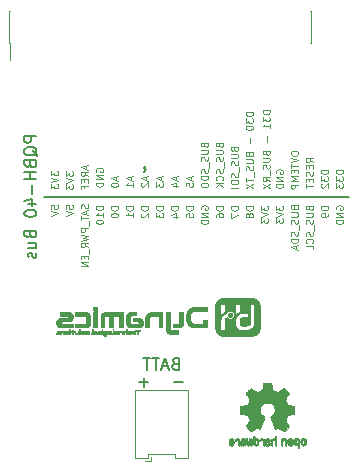
<source format=gbr>
G04 #@! TF.GenerationSoftware,KiCad,Pcbnew,(5.1.6)-1*
G04 #@! TF.CreationDate,2020-11-06T20:37:42+01:00*
G04 #@! TF.ProjectId,DynOSSAT-EDU-EPS,44796e4f-5353-4415-942d-4544552d4550,rev?*
G04 #@! TF.SameCoordinates,Original*
G04 #@! TF.FileFunction,Legend,Bot*
G04 #@! TF.FilePolarity,Positive*
%FSLAX46Y46*%
G04 Gerber Fmt 4.6, Leading zero omitted, Abs format (unit mm)*
G04 Created by KiCad (PCBNEW (5.1.6)-1) date 2020-11-06 20:37:42*
%MOMM*%
%LPD*%
G01*
G04 APERTURE LIST*
%ADD10C,0.150000*%
%ADD11C,0.100000*%
%ADD12C,0.010000*%
%ADD13C,0.120000*%
G04 APERTURE END LIST*
D10*
X207335428Y-64381095D02*
X207287809Y-64428714D01*
X207240190Y-64523952D01*
X207335428Y-64714428D01*
X207287809Y-64809666D01*
X207240190Y-64857285D01*
X210540552Y-82646828D02*
X209778647Y-82646828D01*
X207568752Y-82672228D02*
X206806847Y-82672228D01*
X207187800Y-83053180D02*
X207187800Y-82291276D01*
D11*
X202452257Y-67588142D02*
X202480828Y-67673857D01*
X202480828Y-67816714D01*
X202452257Y-67873857D01*
X202423685Y-67902428D01*
X202366542Y-67931000D01*
X202309400Y-67931000D01*
X202252257Y-67902428D01*
X202223685Y-67873857D01*
X202195114Y-67816714D01*
X202166542Y-67702428D01*
X202137971Y-67645285D01*
X202109400Y-67616714D01*
X202052257Y-67588142D01*
X201995114Y-67588142D01*
X201937971Y-67616714D01*
X201909400Y-67645285D01*
X201880828Y-67702428D01*
X201880828Y-67845285D01*
X201909400Y-67931000D01*
X202309400Y-68159571D02*
X202309400Y-68445285D01*
X202480828Y-68102428D02*
X201880828Y-68302428D01*
X202480828Y-68502428D01*
X201880828Y-68616714D02*
X201880828Y-68959571D01*
X202480828Y-68788142D02*
X201880828Y-68788142D01*
X202537971Y-69016714D02*
X202537971Y-69473857D01*
X202480828Y-69616714D02*
X201880828Y-69616714D01*
X201880828Y-69845285D01*
X201909400Y-69902428D01*
X201937971Y-69931000D01*
X201995114Y-69959571D01*
X202080828Y-69959571D01*
X202137971Y-69931000D01*
X202166542Y-69902428D01*
X202195114Y-69845285D01*
X202195114Y-69616714D01*
X201880828Y-70159571D02*
X202480828Y-70302428D01*
X202052257Y-70416714D01*
X202480828Y-70531000D01*
X201880828Y-70673857D01*
X202480828Y-71245285D02*
X202195114Y-71045285D01*
X202480828Y-70902428D02*
X201880828Y-70902428D01*
X201880828Y-71131000D01*
X201909400Y-71188142D01*
X201937971Y-71216714D01*
X201995114Y-71245285D01*
X202080828Y-71245285D01*
X202137971Y-71216714D01*
X202166542Y-71188142D01*
X202195114Y-71131000D01*
X202195114Y-70902428D01*
X202537971Y-71359571D02*
X202537971Y-71816714D01*
X202166542Y-71959571D02*
X202166542Y-72159571D01*
X202480828Y-72245285D02*
X202480828Y-71959571D01*
X201880828Y-71959571D01*
X201880828Y-72245285D01*
X202480828Y-72502428D02*
X201880828Y-72502428D01*
X202480828Y-72845285D01*
X201880828Y-72845285D01*
X207560828Y-67781542D02*
X206960828Y-67781542D01*
X206960828Y-67924400D01*
X206989400Y-68010114D01*
X207046542Y-68067257D01*
X207103685Y-68095828D01*
X207217971Y-68124400D01*
X207303685Y-68124400D01*
X207417971Y-68095828D01*
X207475114Y-68067257D01*
X207532257Y-68010114D01*
X207560828Y-67924400D01*
X207560828Y-67781542D01*
X207017971Y-68352971D02*
X206989400Y-68381542D01*
X206960828Y-68438685D01*
X206960828Y-68581542D01*
X206989400Y-68638685D01*
X207017971Y-68667257D01*
X207075114Y-68695828D01*
X207132257Y-68695828D01*
X207217971Y-68667257D01*
X207560828Y-68324400D01*
X207560828Y-68695828D01*
X223499400Y-68021257D02*
X223470828Y-67964114D01*
X223470828Y-67878400D01*
X223499400Y-67792685D01*
X223556542Y-67735542D01*
X223613685Y-67706971D01*
X223727971Y-67678400D01*
X223813685Y-67678400D01*
X223927971Y-67706971D01*
X223985114Y-67735542D01*
X224042257Y-67792685D01*
X224070828Y-67878400D01*
X224070828Y-67935542D01*
X224042257Y-68021257D01*
X224013685Y-68049828D01*
X223813685Y-68049828D01*
X223813685Y-67935542D01*
X224070828Y-68306971D02*
X223470828Y-68306971D01*
X224070828Y-68649828D01*
X223470828Y-68649828D01*
X224070828Y-68935542D02*
X223470828Y-68935542D01*
X223470828Y-69078400D01*
X223499400Y-69164114D01*
X223556542Y-69221257D01*
X223613685Y-69249828D01*
X223727971Y-69278400D01*
X223813685Y-69278400D01*
X223927971Y-69249828D01*
X223985114Y-69221257D01*
X224042257Y-69164114D01*
X224070828Y-69078400D01*
X224070828Y-68935542D01*
X199340828Y-64789142D02*
X199340828Y-65160571D01*
X199569400Y-64960571D01*
X199569400Y-65046285D01*
X199597971Y-65103428D01*
X199626542Y-65132000D01*
X199683685Y-65160571D01*
X199826542Y-65160571D01*
X199883685Y-65132000D01*
X199912257Y-65103428D01*
X199940828Y-65046285D01*
X199940828Y-64874857D01*
X199912257Y-64817714D01*
X199883685Y-64789142D01*
X199340828Y-65332000D02*
X199940828Y-65532000D01*
X199340828Y-65732000D01*
X199340828Y-65874857D02*
X199340828Y-66246285D01*
X199569400Y-66046285D01*
X199569400Y-66132000D01*
X199597971Y-66189142D01*
X199626542Y-66217714D01*
X199683685Y-66246285D01*
X199826542Y-66246285D01*
X199883685Y-66217714D01*
X199912257Y-66189142D01*
X199940828Y-66132000D01*
X199940828Y-65960571D01*
X199912257Y-65903428D01*
X199883685Y-65874857D01*
X203750828Y-67749828D02*
X203150828Y-67749828D01*
X203150828Y-67892685D01*
X203179400Y-67978400D01*
X203236542Y-68035542D01*
X203293685Y-68064114D01*
X203407971Y-68092685D01*
X203493685Y-68092685D01*
X203607971Y-68064114D01*
X203665114Y-68035542D01*
X203722257Y-67978400D01*
X203750828Y-67892685D01*
X203750828Y-67749828D01*
X203750828Y-68664114D02*
X203750828Y-68321257D01*
X203750828Y-68492685D02*
X203150828Y-68492685D01*
X203236542Y-68435542D01*
X203293685Y-68378400D01*
X203322257Y-68321257D01*
X203150828Y-69035542D02*
X203150828Y-69092685D01*
X203179400Y-69149828D01*
X203207971Y-69178400D01*
X203265114Y-69206971D01*
X203379400Y-69235542D01*
X203522257Y-69235542D01*
X203636542Y-69206971D01*
X203693685Y-69178400D01*
X203722257Y-69149828D01*
X203750828Y-69092685D01*
X203750828Y-69035542D01*
X203722257Y-68978400D01*
X203693685Y-68949828D01*
X203636542Y-68921257D01*
X203522257Y-68892685D01*
X203379400Y-68892685D01*
X203265114Y-68921257D01*
X203207971Y-68949828D01*
X203179400Y-68978400D01*
X203150828Y-69035542D01*
X202309400Y-64331971D02*
X202309400Y-64617685D01*
X202480828Y-64274828D02*
X201880828Y-64474828D01*
X202480828Y-64674828D01*
X202480828Y-65217685D02*
X202195114Y-65017685D01*
X202480828Y-64874828D02*
X201880828Y-64874828D01*
X201880828Y-65103400D01*
X201909400Y-65160542D01*
X201937971Y-65189114D01*
X201995114Y-65217685D01*
X202080828Y-65217685D01*
X202137971Y-65189114D01*
X202166542Y-65160542D01*
X202195114Y-65103400D01*
X202195114Y-64874828D01*
X202166542Y-65474828D02*
X202166542Y-65674828D01*
X202480828Y-65760542D02*
X202480828Y-65474828D01*
X201880828Y-65474828D01*
X201880828Y-65760542D01*
X202166542Y-66217685D02*
X202166542Y-66017685D01*
X202480828Y-66017685D02*
X201880828Y-66017685D01*
X201880828Y-66303400D01*
X205020828Y-67781542D02*
X204420828Y-67781542D01*
X204420828Y-67924400D01*
X204449400Y-68010114D01*
X204506542Y-68067257D01*
X204563685Y-68095828D01*
X204677971Y-68124400D01*
X204763685Y-68124400D01*
X204877971Y-68095828D01*
X204935114Y-68067257D01*
X204992257Y-68010114D01*
X205020828Y-67924400D01*
X205020828Y-67781542D01*
X204420828Y-68495828D02*
X204420828Y-68552971D01*
X204449400Y-68610114D01*
X204477971Y-68638685D01*
X204535114Y-68667257D01*
X204649400Y-68695828D01*
X204792257Y-68695828D01*
X204906542Y-68667257D01*
X204963685Y-68638685D01*
X204992257Y-68610114D01*
X205020828Y-68552971D01*
X205020828Y-68495828D01*
X204992257Y-68438685D01*
X204963685Y-68410114D01*
X204906542Y-68381542D01*
X204792257Y-68352971D01*
X204649400Y-68352971D01*
X204535114Y-68381542D01*
X204477971Y-68410114D01*
X204449400Y-68438685D01*
X204420828Y-68495828D01*
X208830828Y-67781542D02*
X208230828Y-67781542D01*
X208230828Y-67924400D01*
X208259400Y-68010114D01*
X208316542Y-68067257D01*
X208373685Y-68095828D01*
X208487971Y-68124400D01*
X208573685Y-68124400D01*
X208687971Y-68095828D01*
X208745114Y-68067257D01*
X208802257Y-68010114D01*
X208830828Y-67924400D01*
X208830828Y-67781542D01*
X208230828Y-68324400D02*
X208230828Y-68695828D01*
X208459400Y-68495828D01*
X208459400Y-68581542D01*
X208487971Y-68638685D01*
X208516542Y-68667257D01*
X208573685Y-68695828D01*
X208716542Y-68695828D01*
X208773685Y-68667257D01*
X208802257Y-68638685D01*
X208830828Y-68581542D01*
X208830828Y-68410114D01*
X208802257Y-68352971D01*
X208773685Y-68324400D01*
X221530828Y-64050971D02*
X221245114Y-63850971D01*
X221530828Y-63708114D02*
X220930828Y-63708114D01*
X220930828Y-63936685D01*
X220959400Y-63993828D01*
X220987971Y-64022400D01*
X221045114Y-64050971D01*
X221130828Y-64050971D01*
X221187971Y-64022400D01*
X221216542Y-63993828D01*
X221245114Y-63936685D01*
X221245114Y-63708114D01*
X221216542Y-64308114D02*
X221216542Y-64508114D01*
X221530828Y-64593828D02*
X221530828Y-64308114D01*
X220930828Y-64308114D01*
X220930828Y-64593828D01*
X221502257Y-64822400D02*
X221530828Y-64908114D01*
X221530828Y-65050971D01*
X221502257Y-65108114D01*
X221473685Y-65136685D01*
X221416542Y-65165257D01*
X221359400Y-65165257D01*
X221302257Y-65136685D01*
X221273685Y-65108114D01*
X221245114Y-65050971D01*
X221216542Y-64936685D01*
X221187971Y-64879542D01*
X221159400Y-64850971D01*
X221102257Y-64822400D01*
X221045114Y-64822400D01*
X220987971Y-64850971D01*
X220959400Y-64879542D01*
X220930828Y-64936685D01*
X220930828Y-65079542D01*
X220959400Y-65165257D01*
X221216542Y-65422400D02*
X221216542Y-65622400D01*
X221530828Y-65708114D02*
X221530828Y-65422400D01*
X220930828Y-65422400D01*
X220930828Y-65708114D01*
X220930828Y-65879542D02*
X220930828Y-66222400D01*
X221530828Y-66050971D02*
X220930828Y-66050971D01*
X200610828Y-67957714D02*
X200610828Y-67672000D01*
X200896542Y-67643428D01*
X200867971Y-67672000D01*
X200839400Y-67729142D01*
X200839400Y-67872000D01*
X200867971Y-67929142D01*
X200896542Y-67957714D01*
X200953685Y-67986285D01*
X201096542Y-67986285D01*
X201153685Y-67957714D01*
X201182257Y-67929142D01*
X201210828Y-67872000D01*
X201210828Y-67729142D01*
X201182257Y-67672000D01*
X201153685Y-67643428D01*
X200610828Y-68157714D02*
X201210828Y-68357714D01*
X200610828Y-68557714D01*
X219660828Y-63211257D02*
X219660828Y-63325542D01*
X219689400Y-63382685D01*
X219746542Y-63439828D01*
X219860828Y-63468400D01*
X220060828Y-63468400D01*
X220175114Y-63439828D01*
X220232257Y-63382685D01*
X220260828Y-63325542D01*
X220260828Y-63211257D01*
X220232257Y-63154114D01*
X220175114Y-63096971D01*
X220060828Y-63068400D01*
X219860828Y-63068400D01*
X219746542Y-63096971D01*
X219689400Y-63154114D01*
X219660828Y-63211257D01*
X219660828Y-63639828D02*
X220260828Y-63839828D01*
X219660828Y-64039828D01*
X219660828Y-64154114D02*
X219660828Y-64496971D01*
X220260828Y-64325542D02*
X219660828Y-64325542D01*
X219946542Y-64696971D02*
X219946542Y-64896971D01*
X220260828Y-64982685D02*
X220260828Y-64696971D01*
X219660828Y-64696971D01*
X219660828Y-64982685D01*
X220260828Y-65239828D02*
X219660828Y-65239828D01*
X220089400Y-65439828D01*
X219660828Y-65639828D01*
X220260828Y-65639828D01*
X220260828Y-65925542D02*
X219660828Y-65925542D01*
X219660828Y-66154114D01*
X219689400Y-66211257D01*
X219717971Y-66239828D01*
X219775114Y-66268400D01*
X219860828Y-66268400D01*
X219917971Y-66239828D01*
X219946542Y-66211257D01*
X219975114Y-66154114D01*
X219975114Y-65925542D01*
X224070828Y-64701828D02*
X223470828Y-64701828D01*
X223470828Y-64844685D01*
X223499400Y-64930400D01*
X223556542Y-64987542D01*
X223613685Y-65016114D01*
X223727971Y-65044685D01*
X223813685Y-65044685D01*
X223927971Y-65016114D01*
X223985114Y-64987542D01*
X224042257Y-64930400D01*
X224070828Y-64844685D01*
X224070828Y-64701828D01*
X223470828Y-65244685D02*
X223470828Y-65616114D01*
X223699400Y-65416114D01*
X223699400Y-65501828D01*
X223727971Y-65558971D01*
X223756542Y-65587542D01*
X223813685Y-65616114D01*
X223956542Y-65616114D01*
X224013685Y-65587542D01*
X224042257Y-65558971D01*
X224070828Y-65501828D01*
X224070828Y-65330400D01*
X224042257Y-65273257D01*
X224013685Y-65244685D01*
X223470828Y-65816114D02*
X223470828Y-66187542D01*
X223699400Y-65987542D01*
X223699400Y-66073257D01*
X223727971Y-66130400D01*
X223756542Y-66158971D01*
X223813685Y-66187542D01*
X223956542Y-66187542D01*
X224013685Y-66158971D01*
X224042257Y-66130400D01*
X224070828Y-66073257D01*
X224070828Y-65901828D01*
X224042257Y-65844685D01*
X224013685Y-65816114D01*
X222800828Y-64701828D02*
X222200828Y-64701828D01*
X222200828Y-64844685D01*
X222229400Y-64930400D01*
X222286542Y-64987542D01*
X222343685Y-65016114D01*
X222457971Y-65044685D01*
X222543685Y-65044685D01*
X222657971Y-65016114D01*
X222715114Y-64987542D01*
X222772257Y-64930400D01*
X222800828Y-64844685D01*
X222800828Y-64701828D01*
X222200828Y-65244685D02*
X222200828Y-65616114D01*
X222429400Y-65416114D01*
X222429400Y-65501828D01*
X222457971Y-65558971D01*
X222486542Y-65587542D01*
X222543685Y-65616114D01*
X222686542Y-65616114D01*
X222743685Y-65587542D01*
X222772257Y-65558971D01*
X222800828Y-65501828D01*
X222800828Y-65330400D01*
X222772257Y-65273257D01*
X222743685Y-65244685D01*
X222257971Y-65844685D02*
X222229400Y-65873257D01*
X222200828Y-65930400D01*
X222200828Y-66073257D01*
X222229400Y-66130400D01*
X222257971Y-66158971D01*
X222315114Y-66187542D01*
X222372257Y-66187542D01*
X222457971Y-66158971D01*
X222800828Y-65816114D01*
X222800828Y-66187542D01*
X218419400Y-64973257D02*
X218390828Y-64916114D01*
X218390828Y-64830400D01*
X218419400Y-64744685D01*
X218476542Y-64687542D01*
X218533685Y-64658971D01*
X218647971Y-64630400D01*
X218733685Y-64630400D01*
X218847971Y-64658971D01*
X218905114Y-64687542D01*
X218962257Y-64744685D01*
X218990828Y-64830400D01*
X218990828Y-64887542D01*
X218962257Y-64973257D01*
X218933685Y-65001828D01*
X218733685Y-65001828D01*
X218733685Y-64887542D01*
X218990828Y-65258971D02*
X218390828Y-65258971D01*
X218990828Y-65601828D01*
X218390828Y-65601828D01*
X218990828Y-65887542D02*
X218390828Y-65887542D01*
X218390828Y-66030400D01*
X218419400Y-66116114D01*
X218476542Y-66173257D01*
X218533685Y-66201828D01*
X218647971Y-66230400D01*
X218733685Y-66230400D01*
X218847971Y-66201828D01*
X218905114Y-66173257D01*
X218962257Y-66116114D01*
X218990828Y-66030400D01*
X218990828Y-65887542D01*
D10*
X198089780Y-61835352D02*
X197089780Y-61835352D01*
X197089780Y-62216304D01*
X197137400Y-62311542D01*
X197185019Y-62359161D01*
X197280257Y-62406780D01*
X197423114Y-62406780D01*
X197518352Y-62359161D01*
X197565971Y-62311542D01*
X197613590Y-62216304D01*
X197613590Y-61835352D01*
X198185019Y-63502019D02*
X198137400Y-63406780D01*
X198042161Y-63311542D01*
X197899304Y-63168685D01*
X197851685Y-63073447D01*
X197851685Y-62978209D01*
X198089780Y-63025828D02*
X198042161Y-62930590D01*
X197946923Y-62835352D01*
X197756447Y-62787733D01*
X197423114Y-62787733D01*
X197232638Y-62835352D01*
X197137400Y-62930590D01*
X197089780Y-63025828D01*
X197089780Y-63216304D01*
X197137400Y-63311542D01*
X197232638Y-63406780D01*
X197423114Y-63454400D01*
X197756447Y-63454400D01*
X197946923Y-63406780D01*
X198042161Y-63311542D01*
X198089780Y-63216304D01*
X198089780Y-63025828D01*
X197565971Y-64216304D02*
X197613590Y-64359161D01*
X197661209Y-64406780D01*
X197756447Y-64454400D01*
X197899304Y-64454400D01*
X197994542Y-64406780D01*
X198042161Y-64359161D01*
X198089780Y-64263923D01*
X198089780Y-63882971D01*
X197089780Y-63882971D01*
X197089780Y-64216304D01*
X197137400Y-64311542D01*
X197185019Y-64359161D01*
X197280257Y-64406780D01*
X197375495Y-64406780D01*
X197470733Y-64359161D01*
X197518352Y-64311542D01*
X197565971Y-64216304D01*
X197565971Y-63882971D01*
X198089780Y-64882971D02*
X197089780Y-64882971D01*
X197565971Y-64882971D02*
X197565971Y-65454400D01*
X198089780Y-65454400D02*
X197089780Y-65454400D01*
X197708828Y-65930590D02*
X197708828Y-66692495D01*
X197423114Y-67597257D02*
X198089780Y-67597257D01*
X197042161Y-67359161D02*
X197756447Y-67121066D01*
X197756447Y-67740114D01*
X197089780Y-68311542D02*
X197089780Y-68406780D01*
X197137400Y-68502019D01*
X197185019Y-68549638D01*
X197280257Y-68597257D01*
X197470733Y-68644876D01*
X197708828Y-68644876D01*
X197899304Y-68597257D01*
X197994542Y-68549638D01*
X198042161Y-68502019D01*
X198089780Y-68406780D01*
X198089780Y-68311542D01*
X198042161Y-68216304D01*
X197994542Y-68168685D01*
X197899304Y-68121066D01*
X197708828Y-68073447D01*
X197470733Y-68073447D01*
X197280257Y-68121066D01*
X197185019Y-68168685D01*
X197137400Y-68216304D01*
X197089780Y-68311542D01*
X197565971Y-70168685D02*
X197613590Y-70311542D01*
X197661209Y-70359161D01*
X197756447Y-70406780D01*
X197899304Y-70406780D01*
X197994542Y-70359161D01*
X198042161Y-70311542D01*
X198089780Y-70216304D01*
X198089780Y-69835352D01*
X197089780Y-69835352D01*
X197089780Y-70168685D01*
X197137400Y-70263923D01*
X197185019Y-70311542D01*
X197280257Y-70359161D01*
X197375495Y-70359161D01*
X197470733Y-70311542D01*
X197518352Y-70263923D01*
X197565971Y-70168685D01*
X197565971Y-69835352D01*
X197423114Y-71263923D02*
X198089780Y-71263923D01*
X197423114Y-70835352D02*
X197946923Y-70835352D01*
X198042161Y-70882971D01*
X198089780Y-70978209D01*
X198089780Y-71121066D01*
X198042161Y-71216304D01*
X197994542Y-71263923D01*
X198042161Y-71692495D02*
X198089780Y-71787733D01*
X198089780Y-71978209D01*
X198042161Y-72073447D01*
X197946923Y-72121066D01*
X197899304Y-72121066D01*
X197804066Y-72073447D01*
X197756447Y-71978209D01*
X197756447Y-71835352D01*
X197708828Y-71740114D01*
X197613590Y-71692495D01*
X197565971Y-71692495D01*
X197470733Y-71740114D01*
X197423114Y-71835352D01*
X197423114Y-71978209D01*
X197470733Y-72073447D01*
D11*
X199340828Y-67957714D02*
X199340828Y-67672000D01*
X199626542Y-67643428D01*
X199597971Y-67672000D01*
X199569400Y-67729142D01*
X199569400Y-67872000D01*
X199597971Y-67929142D01*
X199626542Y-67957714D01*
X199683685Y-67986285D01*
X199826542Y-67986285D01*
X199883685Y-67957714D01*
X199912257Y-67929142D01*
X199940828Y-67872000D01*
X199940828Y-67729142D01*
X199912257Y-67672000D01*
X199883685Y-67643428D01*
X199340828Y-68157714D02*
X199940828Y-68357714D01*
X199340828Y-68557714D01*
X217847828Y-59644371D02*
X217247828Y-59644371D01*
X217247828Y-59787228D01*
X217276400Y-59872942D01*
X217333542Y-59930085D01*
X217390685Y-59958657D01*
X217504971Y-59987228D01*
X217590685Y-59987228D01*
X217704971Y-59958657D01*
X217762114Y-59930085D01*
X217819257Y-59872942D01*
X217847828Y-59787228D01*
X217847828Y-59644371D01*
X217247828Y-60187228D02*
X217247828Y-60558657D01*
X217476400Y-60358657D01*
X217476400Y-60444371D01*
X217504971Y-60501514D01*
X217533542Y-60530085D01*
X217590685Y-60558657D01*
X217733542Y-60558657D01*
X217790685Y-60530085D01*
X217819257Y-60501514D01*
X217847828Y-60444371D01*
X217847828Y-60272942D01*
X217819257Y-60215800D01*
X217790685Y-60187228D01*
X217847828Y-61130085D02*
X217847828Y-60787228D01*
X217847828Y-60958657D02*
X217247828Y-60958657D01*
X217333542Y-60901514D01*
X217390685Y-60844371D01*
X217419257Y-60787228D01*
X217619257Y-61844371D02*
X217619257Y-62301514D01*
X217533542Y-63244371D02*
X217562114Y-63330085D01*
X217590685Y-63358657D01*
X217647828Y-63387228D01*
X217733542Y-63387228D01*
X217790685Y-63358657D01*
X217819257Y-63330085D01*
X217847828Y-63272942D01*
X217847828Y-63044371D01*
X217247828Y-63044371D01*
X217247828Y-63244371D01*
X217276400Y-63301514D01*
X217304971Y-63330085D01*
X217362114Y-63358657D01*
X217419257Y-63358657D01*
X217476400Y-63330085D01*
X217504971Y-63301514D01*
X217533542Y-63244371D01*
X217533542Y-63044371D01*
X217247828Y-63644371D02*
X217733542Y-63644371D01*
X217790685Y-63672942D01*
X217819257Y-63701514D01*
X217847828Y-63758657D01*
X217847828Y-63872942D01*
X217819257Y-63930085D01*
X217790685Y-63958657D01*
X217733542Y-63987228D01*
X217247828Y-63987228D01*
X217819257Y-64244371D02*
X217847828Y-64330085D01*
X217847828Y-64472942D01*
X217819257Y-64530085D01*
X217790685Y-64558657D01*
X217733542Y-64587228D01*
X217676400Y-64587228D01*
X217619257Y-64558657D01*
X217590685Y-64530085D01*
X217562114Y-64472942D01*
X217533542Y-64358657D01*
X217504971Y-64301514D01*
X217476400Y-64272942D01*
X217419257Y-64244371D01*
X217362114Y-64244371D01*
X217304971Y-64272942D01*
X217276400Y-64301514D01*
X217247828Y-64358657D01*
X217247828Y-64501514D01*
X217276400Y-64587228D01*
X217904971Y-64701514D02*
X217904971Y-65158657D01*
X217847828Y-65644371D02*
X217562114Y-65444371D01*
X217847828Y-65301514D02*
X217247828Y-65301514D01*
X217247828Y-65530085D01*
X217276400Y-65587228D01*
X217304971Y-65615800D01*
X217362114Y-65644371D01*
X217447828Y-65644371D01*
X217504971Y-65615800D01*
X217533542Y-65587228D01*
X217562114Y-65530085D01*
X217562114Y-65301514D01*
X217247828Y-65844371D02*
X217847828Y-66244371D01*
X217247828Y-66244371D02*
X217847828Y-65844371D01*
X216425428Y-59792000D02*
X215825428Y-59792000D01*
X215825428Y-59934857D01*
X215854000Y-60020571D01*
X215911142Y-60077714D01*
X215968285Y-60106285D01*
X216082571Y-60134857D01*
X216168285Y-60134857D01*
X216282571Y-60106285D01*
X216339714Y-60077714D01*
X216396857Y-60020571D01*
X216425428Y-59934857D01*
X216425428Y-59792000D01*
X215825428Y-60334857D02*
X215825428Y-60706285D01*
X216054000Y-60506285D01*
X216054000Y-60592000D01*
X216082571Y-60649142D01*
X216111142Y-60677714D01*
X216168285Y-60706285D01*
X216311142Y-60706285D01*
X216368285Y-60677714D01*
X216396857Y-60649142D01*
X216425428Y-60592000D01*
X216425428Y-60420571D01*
X216396857Y-60363428D01*
X216368285Y-60334857D01*
X215825428Y-61077714D02*
X215825428Y-61134857D01*
X215854000Y-61192000D01*
X215882571Y-61220571D01*
X215939714Y-61249142D01*
X216054000Y-61277714D01*
X216196857Y-61277714D01*
X216311142Y-61249142D01*
X216368285Y-61220571D01*
X216396857Y-61192000D01*
X216425428Y-61134857D01*
X216425428Y-61077714D01*
X216396857Y-61020571D01*
X216368285Y-60992000D01*
X216311142Y-60963428D01*
X216196857Y-60934857D01*
X216054000Y-60934857D01*
X215939714Y-60963428D01*
X215882571Y-60992000D01*
X215854000Y-61020571D01*
X215825428Y-61077714D01*
X216196857Y-61992000D02*
X216196857Y-62449142D01*
X216111142Y-63392000D02*
X216139714Y-63477714D01*
X216168285Y-63506285D01*
X216225428Y-63534857D01*
X216311142Y-63534857D01*
X216368285Y-63506285D01*
X216396857Y-63477714D01*
X216425428Y-63420571D01*
X216425428Y-63192000D01*
X215825428Y-63192000D01*
X215825428Y-63392000D01*
X215854000Y-63449142D01*
X215882571Y-63477714D01*
X215939714Y-63506285D01*
X215996857Y-63506285D01*
X216054000Y-63477714D01*
X216082571Y-63449142D01*
X216111142Y-63392000D01*
X216111142Y-63192000D01*
X215825428Y-63792000D02*
X216311142Y-63792000D01*
X216368285Y-63820571D01*
X216396857Y-63849142D01*
X216425428Y-63906285D01*
X216425428Y-64020571D01*
X216396857Y-64077714D01*
X216368285Y-64106285D01*
X216311142Y-64134857D01*
X215825428Y-64134857D01*
X216396857Y-64392000D02*
X216425428Y-64477714D01*
X216425428Y-64620571D01*
X216396857Y-64677714D01*
X216368285Y-64706285D01*
X216311142Y-64734857D01*
X216254000Y-64734857D01*
X216196857Y-64706285D01*
X216168285Y-64677714D01*
X216139714Y-64620571D01*
X216111142Y-64506285D01*
X216082571Y-64449142D01*
X216054000Y-64420571D01*
X215996857Y-64392000D01*
X215939714Y-64392000D01*
X215882571Y-64420571D01*
X215854000Y-64449142D01*
X215825428Y-64506285D01*
X215825428Y-64649142D01*
X215854000Y-64734857D01*
X216482571Y-64849142D02*
X216482571Y-65306285D01*
X215825428Y-65363428D02*
X215825428Y-65706285D01*
X216425428Y-65534857D02*
X215825428Y-65534857D01*
X215825428Y-65849142D02*
X216425428Y-66249142D01*
X215825428Y-66249142D02*
X216425428Y-65849142D01*
X214866542Y-62950914D02*
X214895114Y-63036628D01*
X214923685Y-63065200D01*
X214980828Y-63093771D01*
X215066542Y-63093771D01*
X215123685Y-63065200D01*
X215152257Y-63036628D01*
X215180828Y-62979485D01*
X215180828Y-62750914D01*
X214580828Y-62750914D01*
X214580828Y-62950914D01*
X214609400Y-63008057D01*
X214637971Y-63036628D01*
X214695114Y-63065200D01*
X214752257Y-63065200D01*
X214809400Y-63036628D01*
X214837971Y-63008057D01*
X214866542Y-62950914D01*
X214866542Y-62750914D01*
X214580828Y-63350914D02*
X215066542Y-63350914D01*
X215123685Y-63379485D01*
X215152257Y-63408057D01*
X215180828Y-63465200D01*
X215180828Y-63579485D01*
X215152257Y-63636628D01*
X215123685Y-63665200D01*
X215066542Y-63693771D01*
X214580828Y-63693771D01*
X215152257Y-63950914D02*
X215180828Y-64036628D01*
X215180828Y-64179485D01*
X215152257Y-64236628D01*
X215123685Y-64265200D01*
X215066542Y-64293771D01*
X215009400Y-64293771D01*
X214952257Y-64265200D01*
X214923685Y-64236628D01*
X214895114Y-64179485D01*
X214866542Y-64065200D01*
X214837971Y-64008057D01*
X214809400Y-63979485D01*
X214752257Y-63950914D01*
X214695114Y-63950914D01*
X214637971Y-63979485D01*
X214609400Y-64008057D01*
X214580828Y-64065200D01*
X214580828Y-64208057D01*
X214609400Y-64293771D01*
X215237971Y-64408057D02*
X215237971Y-64865200D01*
X215152257Y-64979485D02*
X215180828Y-65065200D01*
X215180828Y-65208057D01*
X215152257Y-65265200D01*
X215123685Y-65293771D01*
X215066542Y-65322342D01*
X215009400Y-65322342D01*
X214952257Y-65293771D01*
X214923685Y-65265200D01*
X214895114Y-65208057D01*
X214866542Y-65093771D01*
X214837971Y-65036628D01*
X214809400Y-65008057D01*
X214752257Y-64979485D01*
X214695114Y-64979485D01*
X214637971Y-65008057D01*
X214609400Y-65036628D01*
X214580828Y-65093771D01*
X214580828Y-65236628D01*
X214609400Y-65322342D01*
X215180828Y-65579485D02*
X214580828Y-65579485D01*
X214580828Y-65722342D01*
X214609400Y-65808057D01*
X214666542Y-65865200D01*
X214723685Y-65893771D01*
X214837971Y-65922342D01*
X214923685Y-65922342D01*
X215037971Y-65893771D01*
X215095114Y-65865200D01*
X215152257Y-65808057D01*
X215180828Y-65722342D01*
X215180828Y-65579485D01*
X215180828Y-66179485D02*
X214580828Y-66179485D01*
X213596542Y-62590571D02*
X213625114Y-62676285D01*
X213653685Y-62704857D01*
X213710828Y-62733428D01*
X213796542Y-62733428D01*
X213853685Y-62704857D01*
X213882257Y-62676285D01*
X213910828Y-62619142D01*
X213910828Y-62390571D01*
X213310828Y-62390571D01*
X213310828Y-62590571D01*
X213339400Y-62647714D01*
X213367971Y-62676285D01*
X213425114Y-62704857D01*
X213482257Y-62704857D01*
X213539400Y-62676285D01*
X213567971Y-62647714D01*
X213596542Y-62590571D01*
X213596542Y-62390571D01*
X213310828Y-62990571D02*
X213796542Y-62990571D01*
X213853685Y-63019142D01*
X213882257Y-63047714D01*
X213910828Y-63104857D01*
X213910828Y-63219142D01*
X213882257Y-63276285D01*
X213853685Y-63304857D01*
X213796542Y-63333428D01*
X213310828Y-63333428D01*
X213882257Y-63590571D02*
X213910828Y-63676285D01*
X213910828Y-63819142D01*
X213882257Y-63876285D01*
X213853685Y-63904857D01*
X213796542Y-63933428D01*
X213739400Y-63933428D01*
X213682257Y-63904857D01*
X213653685Y-63876285D01*
X213625114Y-63819142D01*
X213596542Y-63704857D01*
X213567971Y-63647714D01*
X213539400Y-63619142D01*
X213482257Y-63590571D01*
X213425114Y-63590571D01*
X213367971Y-63619142D01*
X213339400Y-63647714D01*
X213310828Y-63704857D01*
X213310828Y-63847714D01*
X213339400Y-63933428D01*
X213967971Y-64047714D02*
X213967971Y-64504857D01*
X213882257Y-64619142D02*
X213910828Y-64704857D01*
X213910828Y-64847714D01*
X213882257Y-64904857D01*
X213853685Y-64933428D01*
X213796542Y-64962000D01*
X213739400Y-64962000D01*
X213682257Y-64933428D01*
X213653685Y-64904857D01*
X213625114Y-64847714D01*
X213596542Y-64733428D01*
X213567971Y-64676285D01*
X213539400Y-64647714D01*
X213482257Y-64619142D01*
X213425114Y-64619142D01*
X213367971Y-64647714D01*
X213339400Y-64676285D01*
X213310828Y-64733428D01*
X213310828Y-64876285D01*
X213339400Y-64962000D01*
X213853685Y-65562000D02*
X213882257Y-65533428D01*
X213910828Y-65447714D01*
X213910828Y-65390571D01*
X213882257Y-65304857D01*
X213825114Y-65247714D01*
X213767971Y-65219142D01*
X213653685Y-65190571D01*
X213567971Y-65190571D01*
X213453685Y-65219142D01*
X213396542Y-65247714D01*
X213339400Y-65304857D01*
X213310828Y-65390571D01*
X213310828Y-65447714D01*
X213339400Y-65533428D01*
X213367971Y-65562000D01*
X213910828Y-65819142D02*
X213310828Y-65819142D01*
X213910828Y-66162000D02*
X213567971Y-65904857D01*
X213310828Y-66162000D02*
X213653685Y-65819142D01*
X211199400Y-65255828D02*
X211199400Y-65541542D01*
X211370828Y-65198685D02*
X210770828Y-65398685D01*
X211370828Y-65598685D01*
X210770828Y-66084400D02*
X210770828Y-65798685D01*
X211056542Y-65770114D01*
X211027971Y-65798685D01*
X210999400Y-65855828D01*
X210999400Y-65998685D01*
X211027971Y-66055828D01*
X211056542Y-66084400D01*
X211113685Y-66112971D01*
X211256542Y-66112971D01*
X211313685Y-66084400D01*
X211342257Y-66055828D01*
X211370828Y-65998685D01*
X211370828Y-65855828D01*
X211342257Y-65798685D01*
X211313685Y-65770114D01*
X208659400Y-65255828D02*
X208659400Y-65541542D01*
X208830828Y-65198685D02*
X208230828Y-65398685D01*
X208830828Y-65598685D01*
X208230828Y-65741542D02*
X208230828Y-66112971D01*
X208459400Y-65912971D01*
X208459400Y-65998685D01*
X208487971Y-66055828D01*
X208516542Y-66084400D01*
X208573685Y-66112971D01*
X208716542Y-66112971D01*
X208773685Y-66084400D01*
X208802257Y-66055828D01*
X208830828Y-65998685D01*
X208830828Y-65827257D01*
X208802257Y-65770114D01*
X208773685Y-65741542D01*
X203179400Y-64846257D02*
X203150828Y-64789114D01*
X203150828Y-64703400D01*
X203179400Y-64617685D01*
X203236542Y-64560542D01*
X203293685Y-64531971D01*
X203407971Y-64503400D01*
X203493685Y-64503400D01*
X203607971Y-64531971D01*
X203665114Y-64560542D01*
X203722257Y-64617685D01*
X203750828Y-64703400D01*
X203750828Y-64760542D01*
X203722257Y-64846257D01*
X203693685Y-64874828D01*
X203493685Y-64874828D01*
X203493685Y-64760542D01*
X203750828Y-65131971D02*
X203150828Y-65131971D01*
X203750828Y-65474828D01*
X203150828Y-65474828D01*
X203750828Y-65760542D02*
X203150828Y-65760542D01*
X203150828Y-65903400D01*
X203179400Y-65989114D01*
X203236542Y-66046257D01*
X203293685Y-66074828D01*
X203407971Y-66103400D01*
X203493685Y-66103400D01*
X203607971Y-66074828D01*
X203665114Y-66046257D01*
X203722257Y-65989114D01*
X203750828Y-65903400D01*
X203750828Y-65760542D01*
X215180828Y-67781542D02*
X214580828Y-67781542D01*
X214580828Y-67924400D01*
X214609400Y-68010114D01*
X214666542Y-68067257D01*
X214723685Y-68095828D01*
X214837971Y-68124400D01*
X214923685Y-68124400D01*
X215037971Y-68095828D01*
X215095114Y-68067257D01*
X215152257Y-68010114D01*
X215180828Y-67924400D01*
X215180828Y-67781542D01*
X214580828Y-68324400D02*
X214580828Y-68724400D01*
X215180828Y-68467257D01*
X222800828Y-67756142D02*
X222200828Y-67756142D01*
X222200828Y-67899000D01*
X222229400Y-67984714D01*
X222286542Y-68041857D01*
X222343685Y-68070428D01*
X222457971Y-68099000D01*
X222543685Y-68099000D01*
X222657971Y-68070428D01*
X222715114Y-68041857D01*
X222772257Y-67984714D01*
X222800828Y-67899000D01*
X222800828Y-67756142D01*
X222800828Y-68384714D02*
X222800828Y-68499000D01*
X222772257Y-68556142D01*
X222743685Y-68584714D01*
X222657971Y-68641857D01*
X222543685Y-68670428D01*
X222315114Y-68670428D01*
X222257971Y-68641857D01*
X222229400Y-68613285D01*
X222200828Y-68556142D01*
X222200828Y-68441857D01*
X222229400Y-68384714D01*
X222257971Y-68356142D01*
X222315114Y-68327571D01*
X222457971Y-68327571D01*
X222515114Y-68356142D01*
X222543685Y-68384714D01*
X222572257Y-68441857D01*
X222572257Y-68556142D01*
X222543685Y-68613285D01*
X222515114Y-68641857D01*
X222457971Y-68670428D01*
X210100828Y-67781542D02*
X209500828Y-67781542D01*
X209500828Y-67924400D01*
X209529400Y-68010114D01*
X209586542Y-68067257D01*
X209643685Y-68095828D01*
X209757971Y-68124400D01*
X209843685Y-68124400D01*
X209957971Y-68095828D01*
X210015114Y-68067257D01*
X210072257Y-68010114D01*
X210100828Y-67924400D01*
X210100828Y-67781542D01*
X209700828Y-68638685D02*
X210100828Y-68638685D01*
X209472257Y-68495828D02*
X209900828Y-68352971D01*
X209900828Y-68724400D01*
X219946542Y-67891228D02*
X219975114Y-67976942D01*
X220003685Y-68005514D01*
X220060828Y-68034085D01*
X220146542Y-68034085D01*
X220203685Y-68005514D01*
X220232257Y-67976942D01*
X220260828Y-67919800D01*
X220260828Y-67691228D01*
X219660828Y-67691228D01*
X219660828Y-67891228D01*
X219689400Y-67948371D01*
X219717971Y-67976942D01*
X219775114Y-68005514D01*
X219832257Y-68005514D01*
X219889400Y-67976942D01*
X219917971Y-67948371D01*
X219946542Y-67891228D01*
X219946542Y-67691228D01*
X219660828Y-68291228D02*
X220146542Y-68291228D01*
X220203685Y-68319800D01*
X220232257Y-68348371D01*
X220260828Y-68405514D01*
X220260828Y-68519800D01*
X220232257Y-68576942D01*
X220203685Y-68605514D01*
X220146542Y-68634085D01*
X219660828Y-68634085D01*
X220232257Y-68891228D02*
X220260828Y-68976942D01*
X220260828Y-69119800D01*
X220232257Y-69176942D01*
X220203685Y-69205514D01*
X220146542Y-69234085D01*
X220089400Y-69234085D01*
X220032257Y-69205514D01*
X220003685Y-69176942D01*
X219975114Y-69119800D01*
X219946542Y-69005514D01*
X219917971Y-68948371D01*
X219889400Y-68919800D01*
X219832257Y-68891228D01*
X219775114Y-68891228D01*
X219717971Y-68919800D01*
X219689400Y-68948371D01*
X219660828Y-69005514D01*
X219660828Y-69148371D01*
X219689400Y-69234085D01*
X220317971Y-69348371D02*
X220317971Y-69805514D01*
X220232257Y-69919800D02*
X220260828Y-70005514D01*
X220260828Y-70148371D01*
X220232257Y-70205514D01*
X220203685Y-70234085D01*
X220146542Y-70262657D01*
X220089400Y-70262657D01*
X220032257Y-70234085D01*
X220003685Y-70205514D01*
X219975114Y-70148371D01*
X219946542Y-70034085D01*
X219917971Y-69976942D01*
X219889400Y-69948371D01*
X219832257Y-69919800D01*
X219775114Y-69919800D01*
X219717971Y-69948371D01*
X219689400Y-69976942D01*
X219660828Y-70034085D01*
X219660828Y-70176942D01*
X219689400Y-70262657D01*
X220260828Y-70519800D02*
X219660828Y-70519800D01*
X219660828Y-70662657D01*
X219689400Y-70748371D01*
X219746542Y-70805514D01*
X219803685Y-70834085D01*
X219917971Y-70862657D01*
X220003685Y-70862657D01*
X220117971Y-70834085D01*
X220175114Y-70805514D01*
X220232257Y-70748371D01*
X220260828Y-70662657D01*
X220260828Y-70519800D01*
X220089400Y-71091228D02*
X220089400Y-71376942D01*
X220260828Y-71034085D02*
X219660828Y-71234085D01*
X220260828Y-71434085D01*
X217120828Y-67710142D02*
X217120828Y-68081571D01*
X217349400Y-67881571D01*
X217349400Y-67967285D01*
X217377971Y-68024428D01*
X217406542Y-68053000D01*
X217463685Y-68081571D01*
X217606542Y-68081571D01*
X217663685Y-68053000D01*
X217692257Y-68024428D01*
X217720828Y-67967285D01*
X217720828Y-67795857D01*
X217692257Y-67738714D01*
X217663685Y-67710142D01*
X217120828Y-68253000D02*
X217720828Y-68453000D01*
X217120828Y-68653000D01*
X217120828Y-68795857D02*
X217120828Y-69167285D01*
X217349400Y-68967285D01*
X217349400Y-69053000D01*
X217377971Y-69110142D01*
X217406542Y-69138714D01*
X217463685Y-69167285D01*
X217606542Y-69167285D01*
X217663685Y-69138714D01*
X217692257Y-69110142D01*
X217720828Y-69053000D01*
X217720828Y-68881571D01*
X217692257Y-68824428D01*
X217663685Y-68795857D01*
X212326542Y-62576285D02*
X212355114Y-62662000D01*
X212383685Y-62690571D01*
X212440828Y-62719142D01*
X212526542Y-62719142D01*
X212583685Y-62690571D01*
X212612257Y-62662000D01*
X212640828Y-62604857D01*
X212640828Y-62376285D01*
X212040828Y-62376285D01*
X212040828Y-62576285D01*
X212069400Y-62633428D01*
X212097971Y-62662000D01*
X212155114Y-62690571D01*
X212212257Y-62690571D01*
X212269400Y-62662000D01*
X212297971Y-62633428D01*
X212326542Y-62576285D01*
X212326542Y-62376285D01*
X212040828Y-62976285D02*
X212526542Y-62976285D01*
X212583685Y-63004857D01*
X212612257Y-63033428D01*
X212640828Y-63090571D01*
X212640828Y-63204857D01*
X212612257Y-63262000D01*
X212583685Y-63290571D01*
X212526542Y-63319142D01*
X212040828Y-63319142D01*
X212612257Y-63576285D02*
X212640828Y-63662000D01*
X212640828Y-63804857D01*
X212612257Y-63862000D01*
X212583685Y-63890571D01*
X212526542Y-63919142D01*
X212469400Y-63919142D01*
X212412257Y-63890571D01*
X212383685Y-63862000D01*
X212355114Y-63804857D01*
X212326542Y-63690571D01*
X212297971Y-63633428D01*
X212269400Y-63604857D01*
X212212257Y-63576285D01*
X212155114Y-63576285D01*
X212097971Y-63604857D01*
X212069400Y-63633428D01*
X212040828Y-63690571D01*
X212040828Y-63833428D01*
X212069400Y-63919142D01*
X212697971Y-64033428D02*
X212697971Y-64490571D01*
X212612257Y-64604857D02*
X212640828Y-64690571D01*
X212640828Y-64833428D01*
X212612257Y-64890571D01*
X212583685Y-64919142D01*
X212526542Y-64947714D01*
X212469400Y-64947714D01*
X212412257Y-64919142D01*
X212383685Y-64890571D01*
X212355114Y-64833428D01*
X212326542Y-64719142D01*
X212297971Y-64662000D01*
X212269400Y-64633428D01*
X212212257Y-64604857D01*
X212155114Y-64604857D01*
X212097971Y-64633428D01*
X212069400Y-64662000D01*
X212040828Y-64719142D01*
X212040828Y-64862000D01*
X212069400Y-64947714D01*
X212640828Y-65204857D02*
X212040828Y-65204857D01*
X212040828Y-65347714D01*
X212069400Y-65433428D01*
X212126542Y-65490571D01*
X212183685Y-65519142D01*
X212297971Y-65547714D01*
X212383685Y-65547714D01*
X212497971Y-65519142D01*
X212555114Y-65490571D01*
X212612257Y-65433428D01*
X212640828Y-65347714D01*
X212640828Y-65204857D01*
X212040828Y-65919142D02*
X212040828Y-66033428D01*
X212069400Y-66090571D01*
X212126542Y-66147714D01*
X212240828Y-66176285D01*
X212440828Y-66176285D01*
X212555114Y-66147714D01*
X212612257Y-66090571D01*
X212640828Y-66033428D01*
X212640828Y-65919142D01*
X212612257Y-65862000D01*
X212555114Y-65804857D01*
X212440828Y-65776285D01*
X212240828Y-65776285D01*
X212126542Y-65804857D01*
X212069400Y-65862000D01*
X212040828Y-65919142D01*
X209929400Y-65255828D02*
X209929400Y-65541542D01*
X210100828Y-65198685D02*
X209500828Y-65398685D01*
X210100828Y-65598685D01*
X209700828Y-66055828D02*
X210100828Y-66055828D01*
X209472257Y-65912971D02*
X209900828Y-65770114D01*
X209900828Y-66141542D01*
X207389400Y-65255828D02*
X207389400Y-65541542D01*
X207560828Y-65198685D02*
X206960828Y-65398685D01*
X207560828Y-65598685D01*
X207017971Y-65770114D02*
X206989400Y-65798685D01*
X206960828Y-65855828D01*
X206960828Y-65998685D01*
X206989400Y-66055828D01*
X207017971Y-66084400D01*
X207075114Y-66112971D01*
X207132257Y-66112971D01*
X207217971Y-66084400D01*
X207560828Y-65741542D01*
X207560828Y-66112971D01*
X206119400Y-65255828D02*
X206119400Y-65541542D01*
X206290828Y-65198685D02*
X205690828Y-65398685D01*
X206290828Y-65598685D01*
X206290828Y-66112971D02*
X206290828Y-65770114D01*
X206290828Y-65941542D02*
X205690828Y-65941542D01*
X205776542Y-65884400D01*
X205833685Y-65827257D01*
X205862257Y-65770114D01*
X204849400Y-65255828D02*
X204849400Y-65541542D01*
X205020828Y-65198685D02*
X204420828Y-65398685D01*
X205020828Y-65598685D01*
X204420828Y-65912971D02*
X204420828Y-65970114D01*
X204449400Y-66027257D01*
X204477971Y-66055828D01*
X204535114Y-66084400D01*
X204649400Y-66112971D01*
X204792257Y-66112971D01*
X204906542Y-66084400D01*
X204963685Y-66055828D01*
X204992257Y-66027257D01*
X205020828Y-65970114D01*
X205020828Y-65912971D01*
X204992257Y-65855828D01*
X204963685Y-65827257D01*
X204906542Y-65798685D01*
X204792257Y-65770114D01*
X204649400Y-65770114D01*
X204535114Y-65798685D01*
X204477971Y-65827257D01*
X204449400Y-65855828D01*
X204420828Y-65912971D01*
X200610828Y-64814542D02*
X200610828Y-65185971D01*
X200839400Y-64985971D01*
X200839400Y-65071685D01*
X200867971Y-65128828D01*
X200896542Y-65157400D01*
X200953685Y-65185971D01*
X201096542Y-65185971D01*
X201153685Y-65157400D01*
X201182257Y-65128828D01*
X201210828Y-65071685D01*
X201210828Y-64900257D01*
X201182257Y-64843114D01*
X201153685Y-64814542D01*
X200610828Y-65357400D02*
X201210828Y-65557400D01*
X200610828Y-65757400D01*
X200610828Y-65900257D02*
X200610828Y-66271685D01*
X200839400Y-66071685D01*
X200839400Y-66157400D01*
X200867971Y-66214542D01*
X200896542Y-66243114D01*
X200953685Y-66271685D01*
X201096542Y-66271685D01*
X201153685Y-66243114D01*
X201182257Y-66214542D01*
X201210828Y-66157400D01*
X201210828Y-65985971D01*
X201182257Y-65928828D01*
X201153685Y-65900257D01*
X213910828Y-67781542D02*
X213310828Y-67781542D01*
X213310828Y-67924400D01*
X213339400Y-68010114D01*
X213396542Y-68067257D01*
X213453685Y-68095828D01*
X213567971Y-68124400D01*
X213653685Y-68124400D01*
X213767971Y-68095828D01*
X213825114Y-68067257D01*
X213882257Y-68010114D01*
X213910828Y-67924400D01*
X213910828Y-67781542D01*
X213310828Y-68638685D02*
X213310828Y-68524400D01*
X213339400Y-68467257D01*
X213367971Y-68438685D01*
X213453685Y-68381542D01*
X213567971Y-68352971D01*
X213796542Y-68352971D01*
X213853685Y-68381542D01*
X213882257Y-68410114D01*
X213910828Y-68467257D01*
X213910828Y-68581542D01*
X213882257Y-68638685D01*
X213853685Y-68667257D01*
X213796542Y-68695828D01*
X213653685Y-68695828D01*
X213596542Y-68667257D01*
X213567971Y-68638685D01*
X213539400Y-68581542D01*
X213539400Y-68467257D01*
X213567971Y-68410114D01*
X213596542Y-68381542D01*
X213653685Y-68352971D01*
X216450828Y-67781542D02*
X215850828Y-67781542D01*
X215850828Y-67924400D01*
X215879400Y-68010114D01*
X215936542Y-68067257D01*
X215993685Y-68095828D01*
X216107971Y-68124400D01*
X216193685Y-68124400D01*
X216307971Y-68095828D01*
X216365114Y-68067257D01*
X216422257Y-68010114D01*
X216450828Y-67924400D01*
X216450828Y-67781542D01*
X216107971Y-68467257D02*
X216079400Y-68410114D01*
X216050828Y-68381542D01*
X215993685Y-68352971D01*
X215965114Y-68352971D01*
X215907971Y-68381542D01*
X215879400Y-68410114D01*
X215850828Y-68467257D01*
X215850828Y-68581542D01*
X215879400Y-68638685D01*
X215907971Y-68667257D01*
X215965114Y-68695828D01*
X215993685Y-68695828D01*
X216050828Y-68667257D01*
X216079400Y-68638685D01*
X216107971Y-68581542D01*
X216107971Y-68467257D01*
X216136542Y-68410114D01*
X216165114Y-68381542D01*
X216222257Y-68352971D01*
X216336542Y-68352971D01*
X216393685Y-68381542D01*
X216422257Y-68410114D01*
X216450828Y-68467257D01*
X216450828Y-68581542D01*
X216422257Y-68638685D01*
X216393685Y-68667257D01*
X216336542Y-68695828D01*
X216222257Y-68695828D01*
X216165114Y-68667257D01*
X216136542Y-68638685D01*
X216107971Y-68581542D01*
X206290828Y-67781542D02*
X205690828Y-67781542D01*
X205690828Y-67924400D01*
X205719400Y-68010114D01*
X205776542Y-68067257D01*
X205833685Y-68095828D01*
X205947971Y-68124400D01*
X206033685Y-68124400D01*
X206147971Y-68095828D01*
X206205114Y-68067257D01*
X206262257Y-68010114D01*
X206290828Y-67924400D01*
X206290828Y-67781542D01*
X206290828Y-68695828D02*
X206290828Y-68352971D01*
X206290828Y-68524400D02*
X205690828Y-68524400D01*
X205776542Y-68467257D01*
X205833685Y-68410114D01*
X205862257Y-68352971D01*
X212069400Y-68021257D02*
X212040828Y-67964114D01*
X212040828Y-67878400D01*
X212069400Y-67792685D01*
X212126542Y-67735542D01*
X212183685Y-67706971D01*
X212297971Y-67678400D01*
X212383685Y-67678400D01*
X212497971Y-67706971D01*
X212555114Y-67735542D01*
X212612257Y-67792685D01*
X212640828Y-67878400D01*
X212640828Y-67935542D01*
X212612257Y-68021257D01*
X212583685Y-68049828D01*
X212383685Y-68049828D01*
X212383685Y-67935542D01*
X212640828Y-68306971D02*
X212040828Y-68306971D01*
X212640828Y-68649828D01*
X212040828Y-68649828D01*
X212640828Y-68935542D02*
X212040828Y-68935542D01*
X212040828Y-69078400D01*
X212069400Y-69164114D01*
X212126542Y-69221257D01*
X212183685Y-69249828D01*
X212297971Y-69278400D01*
X212383685Y-69278400D01*
X212497971Y-69249828D01*
X212555114Y-69221257D01*
X212612257Y-69164114D01*
X212640828Y-69078400D01*
X212640828Y-68935542D01*
X221216542Y-67905514D02*
X221245114Y-67991228D01*
X221273685Y-68019800D01*
X221330828Y-68048371D01*
X221416542Y-68048371D01*
X221473685Y-68019800D01*
X221502257Y-67991228D01*
X221530828Y-67934085D01*
X221530828Y-67705514D01*
X220930828Y-67705514D01*
X220930828Y-67905514D01*
X220959400Y-67962657D01*
X220987971Y-67991228D01*
X221045114Y-68019800D01*
X221102257Y-68019800D01*
X221159400Y-67991228D01*
X221187971Y-67962657D01*
X221216542Y-67905514D01*
X221216542Y-67705514D01*
X220930828Y-68305514D02*
X221416542Y-68305514D01*
X221473685Y-68334085D01*
X221502257Y-68362657D01*
X221530828Y-68419800D01*
X221530828Y-68534085D01*
X221502257Y-68591228D01*
X221473685Y-68619800D01*
X221416542Y-68648371D01*
X220930828Y-68648371D01*
X221502257Y-68905514D02*
X221530828Y-68991228D01*
X221530828Y-69134085D01*
X221502257Y-69191228D01*
X221473685Y-69219800D01*
X221416542Y-69248371D01*
X221359400Y-69248371D01*
X221302257Y-69219800D01*
X221273685Y-69191228D01*
X221245114Y-69134085D01*
X221216542Y-69019800D01*
X221187971Y-68962657D01*
X221159400Y-68934085D01*
X221102257Y-68905514D01*
X221045114Y-68905514D01*
X220987971Y-68934085D01*
X220959400Y-68962657D01*
X220930828Y-69019800D01*
X220930828Y-69162657D01*
X220959400Y-69248371D01*
X221587971Y-69362657D02*
X221587971Y-69819800D01*
X221502257Y-69934085D02*
X221530828Y-70019800D01*
X221530828Y-70162657D01*
X221502257Y-70219800D01*
X221473685Y-70248371D01*
X221416542Y-70276942D01*
X221359400Y-70276942D01*
X221302257Y-70248371D01*
X221273685Y-70219800D01*
X221245114Y-70162657D01*
X221216542Y-70048371D01*
X221187971Y-69991228D01*
X221159400Y-69962657D01*
X221102257Y-69934085D01*
X221045114Y-69934085D01*
X220987971Y-69962657D01*
X220959400Y-69991228D01*
X220930828Y-70048371D01*
X220930828Y-70191228D01*
X220959400Y-70276942D01*
X221473685Y-70876942D02*
X221502257Y-70848371D01*
X221530828Y-70762657D01*
X221530828Y-70705514D01*
X221502257Y-70619800D01*
X221445114Y-70562657D01*
X221387971Y-70534085D01*
X221273685Y-70505514D01*
X221187971Y-70505514D01*
X221073685Y-70534085D01*
X221016542Y-70562657D01*
X220959400Y-70619800D01*
X220930828Y-70705514D01*
X220930828Y-70762657D01*
X220959400Y-70848371D01*
X220987971Y-70876942D01*
X221530828Y-71419800D02*
X221530828Y-71134085D01*
X220930828Y-71134085D01*
X218390828Y-67710142D02*
X218390828Y-68081571D01*
X218619400Y-67881571D01*
X218619400Y-67967285D01*
X218647971Y-68024428D01*
X218676542Y-68053000D01*
X218733685Y-68081571D01*
X218876542Y-68081571D01*
X218933685Y-68053000D01*
X218962257Y-68024428D01*
X218990828Y-67967285D01*
X218990828Y-67795857D01*
X218962257Y-67738714D01*
X218933685Y-67710142D01*
X218390828Y-68253000D02*
X218990828Y-68453000D01*
X218390828Y-68653000D01*
X218390828Y-68795857D02*
X218390828Y-69167285D01*
X218619400Y-68967285D01*
X218619400Y-69053000D01*
X218647971Y-69110142D01*
X218676542Y-69138714D01*
X218733685Y-69167285D01*
X218876542Y-69167285D01*
X218933685Y-69138714D01*
X218962257Y-69110142D01*
X218990828Y-69053000D01*
X218990828Y-68881571D01*
X218962257Y-68824428D01*
X218933685Y-68795857D01*
X211370828Y-67781542D02*
X210770828Y-67781542D01*
X210770828Y-67924400D01*
X210799400Y-68010114D01*
X210856542Y-68067257D01*
X210913685Y-68095828D01*
X211027971Y-68124400D01*
X211113685Y-68124400D01*
X211227971Y-68095828D01*
X211285114Y-68067257D01*
X211342257Y-68010114D01*
X211370828Y-67924400D01*
X211370828Y-67781542D01*
X210770828Y-68667257D02*
X210770828Y-68381542D01*
X211056542Y-68352971D01*
X211027971Y-68381542D01*
X210999400Y-68438685D01*
X210999400Y-68581542D01*
X211027971Y-68638685D01*
X211056542Y-68667257D01*
X211113685Y-68695828D01*
X211256542Y-68695828D01*
X211313685Y-68667257D01*
X211342257Y-68638685D01*
X211370828Y-68581542D01*
X211370828Y-68438685D01*
X211342257Y-68381542D01*
X211313685Y-68352971D01*
D10*
X224561400Y-66954400D02*
X198780400Y-66954400D01*
X209856247Y-81081571D02*
X209713390Y-81129190D01*
X209665771Y-81176809D01*
X209618152Y-81272047D01*
X209618152Y-81414904D01*
X209665771Y-81510142D01*
X209713390Y-81557761D01*
X209808628Y-81605380D01*
X210189580Y-81605380D01*
X210189580Y-80605380D01*
X209856247Y-80605380D01*
X209761009Y-80653000D01*
X209713390Y-80700619D01*
X209665771Y-80795857D01*
X209665771Y-80891095D01*
X209713390Y-80986333D01*
X209761009Y-81033952D01*
X209856247Y-81081571D01*
X210189580Y-81081571D01*
X209237200Y-81319666D02*
X208761009Y-81319666D01*
X209332438Y-81605380D02*
X208999104Y-80605380D01*
X208665771Y-81605380D01*
X208475295Y-80605380D02*
X207903866Y-80605380D01*
X208189580Y-81605380D02*
X208189580Y-80605380D01*
X207713390Y-80605380D02*
X207141961Y-80605380D01*
X207427676Y-81605380D02*
X207427676Y-80605380D01*
D12*
G36*
X203806788Y-78327089D02*
G01*
X203789836Y-78337510D01*
X203775573Y-78351341D01*
X203764551Y-78367892D01*
X203757325Y-78386477D01*
X203756630Y-78389283D01*
X203756109Y-78393905D01*
X203755640Y-78402833D01*
X203755229Y-78415756D01*
X203754882Y-78432363D01*
X203754604Y-78452342D01*
X203754400Y-78475382D01*
X203754276Y-78501171D01*
X203754239Y-78523038D01*
X203754236Y-78551911D01*
X203754281Y-78576571D01*
X203754409Y-78597423D01*
X203754657Y-78614873D01*
X203755059Y-78629325D01*
X203755652Y-78641185D01*
X203756472Y-78650857D01*
X203757554Y-78658748D01*
X203758935Y-78665262D01*
X203760650Y-78670804D01*
X203762736Y-78675780D01*
X203765227Y-78680595D01*
X203768160Y-78685654D01*
X203768712Y-78686579D01*
X203779823Y-78701076D01*
X203794491Y-78713137D01*
X203806302Y-78719930D01*
X203814009Y-78723590D01*
X203821385Y-78726509D01*
X203829074Y-78728768D01*
X203837722Y-78730451D01*
X203847973Y-78731637D01*
X203860474Y-78732410D01*
X203875868Y-78732852D01*
X203894801Y-78733043D01*
X203909802Y-78733073D01*
X203973546Y-78733073D01*
X203973546Y-78656873D01*
X203834645Y-78656873D01*
X203827896Y-78650123D01*
X203821146Y-78643374D01*
X203821146Y-78402946D01*
X203834616Y-78387864D01*
X203909149Y-78387193D01*
X203932358Y-78387045D01*
X203951245Y-78387066D01*
X203966107Y-78387263D01*
X203977237Y-78387643D01*
X203984931Y-78388214D01*
X203989482Y-78388984D01*
X203990268Y-78389250D01*
X203994123Y-78391118D01*
X203997155Y-78393517D01*
X203999461Y-78396982D01*
X204001140Y-78402050D01*
X204002289Y-78409255D01*
X204003008Y-78419134D01*
X204003394Y-78432222D01*
X204003545Y-78449055D01*
X204003564Y-78461818D01*
X204003564Y-78518683D01*
X203996814Y-78525432D01*
X203990065Y-78532182D01*
X203851164Y-78532182D01*
X203851164Y-78608382D01*
X203914550Y-78608382D01*
X203936025Y-78608324D01*
X203953533Y-78608095D01*
X203967726Y-78607611D01*
X203979255Y-78606791D01*
X203988771Y-78605550D01*
X203996924Y-78603807D01*
X204004366Y-78601478D01*
X204011748Y-78598481D01*
X204018989Y-78595089D01*
X204036127Y-78584887D01*
X204049542Y-78572570D01*
X204059885Y-78557502D01*
X204062195Y-78552964D01*
X204069373Y-78537955D01*
X204069373Y-78380937D01*
X204062955Y-78367868D01*
X204052356Y-78351258D01*
X204038432Y-78337847D01*
X204022403Y-78328185D01*
X204007028Y-78320900D01*
X203819991Y-78320900D01*
X203806788Y-78327089D01*
G37*
X203806788Y-78327089D02*
X203789836Y-78337510D01*
X203775573Y-78351341D01*
X203764551Y-78367892D01*
X203757325Y-78386477D01*
X203756630Y-78389283D01*
X203756109Y-78393905D01*
X203755640Y-78402833D01*
X203755229Y-78415756D01*
X203754882Y-78432363D01*
X203754604Y-78452342D01*
X203754400Y-78475382D01*
X203754276Y-78501171D01*
X203754239Y-78523038D01*
X203754236Y-78551911D01*
X203754281Y-78576571D01*
X203754409Y-78597423D01*
X203754657Y-78614873D01*
X203755059Y-78629325D01*
X203755652Y-78641185D01*
X203756472Y-78650857D01*
X203757554Y-78658748D01*
X203758935Y-78665262D01*
X203760650Y-78670804D01*
X203762736Y-78675780D01*
X203765227Y-78680595D01*
X203768160Y-78685654D01*
X203768712Y-78686579D01*
X203779823Y-78701076D01*
X203794491Y-78713137D01*
X203806302Y-78719930D01*
X203814009Y-78723590D01*
X203821385Y-78726509D01*
X203829074Y-78728768D01*
X203837722Y-78730451D01*
X203847973Y-78731637D01*
X203860474Y-78732410D01*
X203875868Y-78732852D01*
X203894801Y-78733043D01*
X203909802Y-78733073D01*
X203973546Y-78733073D01*
X203973546Y-78656873D01*
X203834645Y-78656873D01*
X203827896Y-78650123D01*
X203821146Y-78643374D01*
X203821146Y-78402946D01*
X203834616Y-78387864D01*
X203909149Y-78387193D01*
X203932358Y-78387045D01*
X203951245Y-78387066D01*
X203966107Y-78387263D01*
X203977237Y-78387643D01*
X203984931Y-78388214D01*
X203989482Y-78388984D01*
X203990268Y-78389250D01*
X203994123Y-78391118D01*
X203997155Y-78393517D01*
X203999461Y-78396982D01*
X204001140Y-78402050D01*
X204002289Y-78409255D01*
X204003008Y-78419134D01*
X204003394Y-78432222D01*
X204003545Y-78449055D01*
X204003564Y-78461818D01*
X204003564Y-78518683D01*
X203996814Y-78525432D01*
X203990065Y-78532182D01*
X203851164Y-78532182D01*
X203851164Y-78608382D01*
X203914550Y-78608382D01*
X203936025Y-78608324D01*
X203953533Y-78608095D01*
X203967726Y-78607611D01*
X203979255Y-78606791D01*
X203988771Y-78605550D01*
X203996924Y-78603807D01*
X204004366Y-78601478D01*
X204011748Y-78598481D01*
X204018989Y-78595089D01*
X204036127Y-78584887D01*
X204049542Y-78572570D01*
X204059885Y-78557502D01*
X204062195Y-78552964D01*
X204069373Y-78537955D01*
X204069373Y-78380937D01*
X204062955Y-78367868D01*
X204052356Y-78351258D01*
X204038432Y-78337847D01*
X204022403Y-78328185D01*
X204007028Y-78320900D01*
X203819991Y-78320900D01*
X203806788Y-78327089D01*
G36*
X215022118Y-75549672D02*
G01*
X214954638Y-75549688D01*
X214887555Y-75549712D01*
X214821030Y-75549745D01*
X214755227Y-75549786D01*
X214690306Y-75549835D01*
X214626429Y-75549892D01*
X214563759Y-75549957D01*
X214502456Y-75550031D01*
X214442683Y-75550113D01*
X214384601Y-75550203D01*
X214328373Y-75550301D01*
X214274159Y-75550407D01*
X214222123Y-75550522D01*
X214172425Y-75550644D01*
X214125227Y-75550775D01*
X214080692Y-75550914D01*
X214038980Y-75551062D01*
X214000254Y-75551217D01*
X213964676Y-75551381D01*
X213932407Y-75551553D01*
X213903608Y-75551733D01*
X213878443Y-75551921D01*
X213857072Y-75552118D01*
X213839658Y-75552323D01*
X213826362Y-75552536D01*
X213817346Y-75552757D01*
X213812772Y-75552986D01*
X213812582Y-75553007D01*
X213757593Y-75562046D01*
X213704570Y-75575219D01*
X213653593Y-75592486D01*
X213604745Y-75613811D01*
X213558105Y-75639155D01*
X213513756Y-75668479D01*
X213471779Y-75701745D01*
X213444803Y-75726432D01*
X213421817Y-75749496D01*
X213401769Y-75771473D01*
X213383610Y-75793609D01*
X213366292Y-75817145D01*
X213357860Y-75829468D01*
X213329589Y-75875503D01*
X213305716Y-75922716D01*
X213286172Y-75971309D01*
X213270889Y-76021482D01*
X213259798Y-76073438D01*
X213252831Y-76127378D01*
X213251572Y-76143427D01*
X213251379Y-76148624D01*
X213251194Y-76158250D01*
X213251018Y-76172117D01*
X213250849Y-76190035D01*
X213250688Y-76211817D01*
X213250536Y-76237273D01*
X213250391Y-76266215D01*
X213250254Y-76298454D01*
X213250126Y-76333801D01*
X213250005Y-76372067D01*
X213249893Y-76413064D01*
X213249789Y-76456603D01*
X213249692Y-76502494D01*
X213249604Y-76550550D01*
X213249524Y-76600582D01*
X213249452Y-76652401D01*
X213249388Y-76705818D01*
X213249332Y-76760644D01*
X213249283Y-76816690D01*
X213249244Y-76873769D01*
X213249212Y-76931690D01*
X213249188Y-76990266D01*
X213249172Y-77049307D01*
X213249164Y-77108626D01*
X213249164Y-77168032D01*
X213249173Y-77227337D01*
X213249189Y-77286353D01*
X213249213Y-77344891D01*
X213249246Y-77402762D01*
X213249286Y-77459777D01*
X213249335Y-77515748D01*
X213249392Y-77570485D01*
X213249456Y-77623801D01*
X213249529Y-77675505D01*
X213249610Y-77725410D01*
X213249699Y-77773327D01*
X213249795Y-77819067D01*
X213249900Y-77862441D01*
X213250013Y-77903261D01*
X213250134Y-77941337D01*
X213250263Y-77976481D01*
X213250400Y-78008505D01*
X213250546Y-78037219D01*
X213250699Y-78062434D01*
X213250860Y-78083963D01*
X213251029Y-78101615D01*
X213251207Y-78115203D01*
X213251392Y-78124538D01*
X213251572Y-78129246D01*
X213256815Y-78180363D01*
X213265589Y-78229167D01*
X213278108Y-78276554D01*
X213294582Y-78323420D01*
X213301347Y-78339923D01*
X213323780Y-78386915D01*
X213350162Y-78431820D01*
X213380223Y-78474395D01*
X213413689Y-78514399D01*
X213450289Y-78551589D01*
X213489750Y-78585723D01*
X213531801Y-78616559D01*
X213576168Y-78643855D01*
X213622580Y-78667369D01*
X213670765Y-78686859D01*
X213703151Y-78697327D01*
X213726263Y-78703496D01*
X213752208Y-78709443D01*
X213779201Y-78714781D01*
X213801143Y-78718477D01*
X213803209Y-78718770D01*
X213805580Y-78719048D01*
X213808373Y-78719312D01*
X213811701Y-78719563D01*
X213815682Y-78719801D01*
X213820429Y-78720026D01*
X213826058Y-78720239D01*
X213832684Y-78720440D01*
X213840423Y-78720629D01*
X213849389Y-78720807D01*
X213859698Y-78720974D01*
X213871465Y-78721131D01*
X213884805Y-78721277D01*
X213899834Y-78721414D01*
X213916666Y-78721542D01*
X213935417Y-78721661D01*
X213956202Y-78721771D01*
X213979136Y-78721873D01*
X214004335Y-78721967D01*
X214031913Y-78722054D01*
X214061986Y-78722134D01*
X214094669Y-78722208D01*
X214130078Y-78722275D01*
X214168327Y-78722336D01*
X214209531Y-78722392D01*
X214253806Y-78722442D01*
X214301268Y-78722488D01*
X214352030Y-78722530D01*
X214406209Y-78722568D01*
X214463920Y-78722602D01*
X214525278Y-78722632D01*
X214590397Y-78722661D01*
X214659394Y-78722686D01*
X214732384Y-78722710D01*
X214809481Y-78722732D01*
X214890801Y-78722752D01*
X214976459Y-78722772D01*
X215066570Y-78722791D01*
X215106828Y-78722800D01*
X215183562Y-78722814D01*
X215259172Y-78722825D01*
X215333527Y-78722833D01*
X215406492Y-78722839D01*
X215477936Y-78722842D01*
X215547726Y-78722842D01*
X215615728Y-78722840D01*
X215681811Y-78722834D01*
X215745840Y-78722827D01*
X215807685Y-78722817D01*
X215867211Y-78722804D01*
X215924286Y-78722789D01*
X215978778Y-78722772D01*
X216030552Y-78722752D01*
X216079478Y-78722731D01*
X216125422Y-78722707D01*
X216168250Y-78722681D01*
X216207831Y-78722653D01*
X216244032Y-78722622D01*
X216276720Y-78722590D01*
X216305761Y-78722556D01*
X216331024Y-78722520D01*
X216352376Y-78722483D01*
X216369683Y-78722443D01*
X216382813Y-78722402D01*
X216391634Y-78722359D01*
X216396012Y-78722314D01*
X216396455Y-78722300D01*
X216452046Y-78716059D01*
X216505865Y-78705598D01*
X216557837Y-78690946D01*
X216607887Y-78672132D01*
X216655939Y-78649186D01*
X216701918Y-78622137D01*
X216745749Y-78591015D01*
X216758383Y-78580958D01*
X216798968Y-78544895D01*
X216835956Y-78505987D01*
X216869264Y-78464386D01*
X216898811Y-78420241D01*
X216924514Y-78373704D01*
X216946289Y-78324926D01*
X216964056Y-78274058D01*
X216977731Y-78221251D01*
X216987232Y-78166656D01*
X216988035Y-78160418D01*
X216988295Y-78156002D01*
X216988545Y-78147152D01*
X216988784Y-78134051D01*
X216989012Y-78116884D01*
X216989230Y-78095834D01*
X216989437Y-78071087D01*
X216989634Y-78042824D01*
X216989820Y-78011231D01*
X216989996Y-77976491D01*
X216990161Y-77938788D01*
X216990316Y-77898307D01*
X216990459Y-77855231D01*
X216990593Y-77809744D01*
X216990715Y-77762029D01*
X216990828Y-77712272D01*
X216990929Y-77660656D01*
X216991020Y-77607364D01*
X216991101Y-77552581D01*
X216991171Y-77496491D01*
X216991230Y-77439278D01*
X216991279Y-77381125D01*
X216991317Y-77322216D01*
X216991344Y-77262736D01*
X216991361Y-77202868D01*
X216991368Y-77142797D01*
X216991364Y-77082706D01*
X216991349Y-77022779D01*
X216991324Y-76963200D01*
X216991288Y-76904153D01*
X216991241Y-76845822D01*
X216991184Y-76788391D01*
X216991117Y-76732044D01*
X216991038Y-76676965D01*
X216990950Y-76623337D01*
X216990850Y-76571345D01*
X216990740Y-76521173D01*
X216990620Y-76473004D01*
X216990489Y-76427022D01*
X216990347Y-76383412D01*
X216990195Y-76342358D01*
X216990032Y-76304042D01*
X216989859Y-76268650D01*
X216989675Y-76236365D01*
X216989481Y-76207371D01*
X216989276Y-76181852D01*
X216989060Y-76159992D01*
X216988834Y-76141975D01*
X216988597Y-76127985D01*
X216988350Y-76118205D01*
X216988092Y-76112821D01*
X216988035Y-76112255D01*
X216979294Y-76059146D01*
X216560490Y-76059146D01*
X216559816Y-76859823D01*
X216559141Y-77660500D01*
X216553884Y-77692651D01*
X216545731Y-77735765D01*
X216535802Y-77775575D01*
X216523750Y-77813169D01*
X216509231Y-77849632D01*
X216493226Y-77883450D01*
X216473667Y-77919221D01*
X216452465Y-77952442D01*
X216428882Y-77984116D01*
X216402184Y-78015246D01*
X216378045Y-78040476D01*
X216338275Y-78077204D01*
X216296388Y-78109829D01*
X216252401Y-78138342D01*
X216206333Y-78162734D01*
X216158201Y-78182996D01*
X216108025Y-78199120D01*
X216055822Y-78211097D01*
X216010837Y-78217897D01*
X216006537Y-78218129D01*
X215997890Y-78218348D01*
X215985170Y-78218552D01*
X215968648Y-78218740D01*
X215948596Y-78218911D01*
X215925286Y-78219064D01*
X215898990Y-78219197D01*
X215869981Y-78219309D01*
X215838531Y-78219399D01*
X215804911Y-78219466D01*
X215769393Y-78219508D01*
X215732251Y-78219525D01*
X215693755Y-78219515D01*
X215654179Y-78219478D01*
X215652928Y-78219476D01*
X215606614Y-78219414D01*
X215564683Y-78219354D01*
X215526896Y-78219293D01*
X215493019Y-78219227D01*
X215462815Y-78219153D01*
X215436047Y-78219067D01*
X215412479Y-78218965D01*
X215391874Y-78218845D01*
X215373997Y-78218703D01*
X215358610Y-78218534D01*
X215345478Y-78218336D01*
X215334365Y-78218106D01*
X215325033Y-78217839D01*
X215317246Y-78217531D01*
X215310768Y-78217181D01*
X215305363Y-78216783D01*
X215300794Y-78216335D01*
X215296826Y-78215833D01*
X215293220Y-78215274D01*
X215289742Y-78214653D01*
X215286425Y-78214020D01*
X215243314Y-78203441D01*
X215202260Y-78188872D01*
X215163463Y-78170530D01*
X215127120Y-78148635D01*
X215093431Y-78123402D01*
X215062593Y-78095051D01*
X215034805Y-78063800D01*
X215010266Y-78029865D01*
X214989174Y-77993466D01*
X214971728Y-77954819D01*
X214958125Y-77914143D01*
X214948565Y-77871656D01*
X214944127Y-77838300D01*
X214943705Y-77831367D01*
X214943323Y-77820231D01*
X214942982Y-77805304D01*
X214942682Y-77787003D01*
X214942423Y-77765741D01*
X214942203Y-77741932D01*
X214942025Y-77715991D01*
X214941886Y-77688332D01*
X214941788Y-77659369D01*
X214941730Y-77629516D01*
X214941713Y-77599188D01*
X214941735Y-77568800D01*
X214941798Y-77538764D01*
X214941900Y-77509496D01*
X214942042Y-77481410D01*
X214942225Y-77454920D01*
X214942447Y-77430441D01*
X214942709Y-77408386D01*
X214943010Y-77389170D01*
X214943352Y-77373207D01*
X214943732Y-77360912D01*
X214944153Y-77352699D01*
X214944197Y-77352121D01*
X214950705Y-77298111D01*
X214961509Y-77245799D01*
X214976608Y-77195183D01*
X214996002Y-77146263D01*
X215019692Y-77099040D01*
X215047677Y-77053513D01*
X215077474Y-77012800D01*
X215088681Y-76999443D01*
X215102526Y-76984189D01*
X215118034Y-76968017D01*
X215134231Y-76951904D01*
X215150141Y-76936831D01*
X215164790Y-76923776D01*
X215172637Y-76917264D01*
X215209923Y-76889899D01*
X215250203Y-76864866D01*
X215292574Y-76842609D01*
X215336137Y-76823572D01*
X215379988Y-76808197D01*
X215412281Y-76799393D01*
X215425785Y-76796232D01*
X215438030Y-76793518D01*
X215449499Y-76791213D01*
X215460680Y-76789281D01*
X215472055Y-76787684D01*
X215484112Y-76786384D01*
X215497334Y-76785345D01*
X215512207Y-76784528D01*
X215529215Y-76783897D01*
X215548846Y-76783414D01*
X215571582Y-76783042D01*
X215597909Y-76782743D01*
X215628314Y-76782480D01*
X215632146Y-76782449D01*
X215662160Y-76782273D01*
X215695366Y-76782177D01*
X215730616Y-76782159D01*
X215766765Y-76782218D01*
X215802667Y-76782349D01*
X215837176Y-76782550D01*
X215869146Y-76782818D01*
X215892496Y-76783083D01*
X216020073Y-76784752D01*
X216020073Y-77142655D01*
X215787432Y-77141805D01*
X215749290Y-77141670D01*
X215715477Y-77141562D01*
X215685703Y-77141486D01*
X215659681Y-77141444D01*
X215637120Y-77141441D01*
X215617732Y-77141481D01*
X215601227Y-77141567D01*
X215587317Y-77141703D01*
X215575712Y-77141893D01*
X215566123Y-77142140D01*
X215558261Y-77142448D01*
X215551838Y-77142821D01*
X215546563Y-77143263D01*
X215542148Y-77143777D01*
X215538304Y-77144367D01*
X215534742Y-77145038D01*
X215534529Y-77145081D01*
X215498967Y-77154598D01*
X215465170Y-77168208D01*
X215433497Y-77185686D01*
X215404301Y-77206811D01*
X215377941Y-77231359D01*
X215357032Y-77256066D01*
X215344502Y-77274760D01*
X215332460Y-77296571D01*
X215321623Y-77320003D01*
X215312704Y-77343558D01*
X215308332Y-77358009D01*
X215300892Y-77385718D01*
X215300096Y-77573909D01*
X215299951Y-77609059D01*
X215299841Y-77639911D01*
X215299783Y-77666784D01*
X215299790Y-77689997D01*
X215299877Y-77709870D01*
X215300060Y-77726723D01*
X215300352Y-77740875D01*
X215300769Y-77752646D01*
X215301325Y-77762356D01*
X215302036Y-77770323D01*
X215302915Y-77776868D01*
X215303979Y-77782310D01*
X215305240Y-77786968D01*
X215306715Y-77791163D01*
X215308418Y-77795214D01*
X215310364Y-77799440D01*
X215310540Y-77799815D01*
X215316876Y-77810471D01*
X215325857Y-77821929D01*
X215336255Y-77832869D01*
X215346841Y-77841970D01*
X215354318Y-77846878D01*
X215358074Y-77848949D01*
X215361456Y-77850807D01*
X215364718Y-77852464D01*
X215368120Y-77853931D01*
X215371918Y-77855221D01*
X215376371Y-77856344D01*
X215381734Y-77857313D01*
X215388266Y-77858139D01*
X215396225Y-77858834D01*
X215405866Y-77859409D01*
X215417449Y-77859877D01*
X215431229Y-77860249D01*
X215447465Y-77860537D01*
X215466414Y-77860752D01*
X215488334Y-77860906D01*
X215513481Y-77861012D01*
X215542113Y-77861079D01*
X215574488Y-77861121D01*
X215610863Y-77861149D01*
X215651495Y-77861175D01*
X215669091Y-77861187D01*
X215711537Y-77861222D01*
X215749635Y-77861254D01*
X215783656Y-77861269D01*
X215813873Y-77861257D01*
X215840555Y-77861205D01*
X215863974Y-77861100D01*
X215884401Y-77860932D01*
X215902107Y-77860688D01*
X215917362Y-77860356D01*
X215930438Y-77859925D01*
X215941605Y-77859381D01*
X215951136Y-77858713D01*
X215959299Y-77857909D01*
X215966368Y-77856956D01*
X215972612Y-77855844D01*
X215978302Y-77854560D01*
X215983711Y-77853091D01*
X215989107Y-77851426D01*
X215994763Y-77849554D01*
X216000950Y-77847460D01*
X216004378Y-77846311D01*
X216037264Y-77832963D01*
X216068060Y-77815669D01*
X216096455Y-77794745D01*
X216122139Y-77770506D01*
X216144801Y-77743267D01*
X216164131Y-77713345D01*
X216179818Y-77681055D01*
X216187486Y-77660267D01*
X216188725Y-77656608D01*
X216189887Y-77653366D01*
X216190974Y-77650391D01*
X216191989Y-77647531D01*
X216192935Y-77644637D01*
X216193813Y-77641560D01*
X216194628Y-77638148D01*
X216195380Y-77634252D01*
X216196073Y-77629721D01*
X216196710Y-77624406D01*
X216197293Y-77618157D01*
X216197825Y-77610822D01*
X216198308Y-77602253D01*
X216198744Y-77592298D01*
X216199138Y-77580809D01*
X216199490Y-77567634D01*
X216199804Y-77552624D01*
X216200083Y-77535628D01*
X216200328Y-77516497D01*
X216200543Y-77495080D01*
X216200729Y-77471228D01*
X216200891Y-77444789D01*
X216201030Y-77415615D01*
X216201149Y-77383554D01*
X216201250Y-77348457D01*
X216201337Y-77310173D01*
X216201411Y-77268553D01*
X216201475Y-77223447D01*
X216201533Y-77174703D01*
X216201585Y-77122173D01*
X216201637Y-77065706D01*
X216201688Y-77005151D01*
X216201743Y-76940360D01*
X216201804Y-76871181D01*
X216201841Y-76832114D01*
X216202571Y-76059146D01*
X215299652Y-76059146D01*
X215298482Y-76724592D01*
X215262691Y-76740065D01*
X215212298Y-76764277D01*
X215164124Y-76792309D01*
X215118446Y-76823928D01*
X215075543Y-76858901D01*
X215035693Y-76896997D01*
X214999171Y-76937983D01*
X214966257Y-76981627D01*
X214956265Y-76996526D01*
X214950624Y-77004975D01*
X214945811Y-77011773D01*
X214942419Y-77016108D01*
X214941150Y-77017255D01*
X214940982Y-77014998D01*
X214940818Y-77008337D01*
X214940659Y-76997487D01*
X214940506Y-76982662D01*
X214940359Y-76964077D01*
X214940335Y-76960186D01*
X214850309Y-76960186D01*
X214850308Y-76964309D01*
X214850019Y-76986912D01*
X214849083Y-77006110D01*
X214847311Y-77023097D01*
X214844518Y-77039062D01*
X214840518Y-77055197D01*
X214835124Y-77072694D01*
X214831889Y-77082204D01*
X214818617Y-77115497D01*
X214802795Y-77145957D01*
X214783852Y-77174482D01*
X214761220Y-77201969D01*
X214745553Y-77218417D01*
X214715992Y-77245353D01*
X214685269Y-77268049D01*
X214652846Y-77286838D01*
X214618187Y-77302055D01*
X214602487Y-77307576D01*
X214571884Y-77315802D01*
X214538809Y-77321470D01*
X214504717Y-77324448D01*
X214471066Y-77324607D01*
X214441399Y-77322102D01*
X214405737Y-77315219D01*
X214369888Y-77304311D01*
X214334911Y-77289799D01*
X214301865Y-77272104D01*
X214280413Y-77258023D01*
X214270380Y-77250240D01*
X214258412Y-77239997D01*
X214245513Y-77228246D01*
X214232687Y-77215940D01*
X214220936Y-77204031D01*
X214211265Y-77193470D01*
X214207130Y-77188498D01*
X214199099Y-77178315D01*
X214183063Y-77187846D01*
X214153637Y-77207985D01*
X214126916Y-77231670D01*
X214103230Y-77258485D01*
X214082906Y-77288016D01*
X214066275Y-77319848D01*
X214054976Y-77349366D01*
X214053180Y-77354859D01*
X214051536Y-77359795D01*
X214050038Y-77364390D01*
X214048679Y-77368858D01*
X214047451Y-77373416D01*
X214046348Y-77378277D01*
X214045361Y-77383659D01*
X214044485Y-77389775D01*
X214043711Y-77396841D01*
X214043033Y-77405072D01*
X214042444Y-77414684D01*
X214041937Y-77425892D01*
X214041504Y-77438911D01*
X214041138Y-77453956D01*
X214040833Y-77471243D01*
X214040581Y-77490986D01*
X214040375Y-77513402D01*
X214040208Y-77538704D01*
X214040072Y-77567110D01*
X214039961Y-77598833D01*
X214039868Y-77634090D01*
X214039786Y-77673094D01*
X214039706Y-77716063D01*
X214039623Y-77763210D01*
X214039529Y-77814751D01*
X214039525Y-77816955D01*
X214038750Y-78225101D01*
X213860435Y-78224510D01*
X213682119Y-78223918D01*
X213681429Y-77815209D01*
X213681340Y-77753418D01*
X213681290Y-77696223D01*
X213681278Y-77643604D01*
X213681304Y-77595539D01*
X213681370Y-77552008D01*
X213681474Y-77512988D01*
X213681617Y-77478458D01*
X213681800Y-77448398D01*
X213682021Y-77422786D01*
X213682282Y-77401601D01*
X213682581Y-77384821D01*
X213682920Y-77372426D01*
X213683243Y-77365259D01*
X213687618Y-77317637D01*
X213694915Y-77272816D01*
X213705386Y-77229831D01*
X213719280Y-77187717D01*
X213736849Y-77145509D01*
X213744461Y-77129409D01*
X213762566Y-77094675D01*
X213781765Y-77062835D01*
X213802804Y-77032852D01*
X213826430Y-77003688D01*
X213853389Y-76974306D01*
X213863319Y-76964209D01*
X213893231Y-76935731D01*
X213922668Y-76910851D01*
X213952685Y-76888812D01*
X213984338Y-76868855D01*
X214018680Y-76850220D01*
X214028482Y-76845350D01*
X214054627Y-76833093D01*
X214078738Y-76822966D01*
X214102482Y-76814336D01*
X214127525Y-76806572D01*
X214139680Y-76803187D01*
X214170060Y-76794975D01*
X214188171Y-76767114D01*
X214201680Y-76748240D01*
X214217918Y-76728639D01*
X214235878Y-76709353D01*
X214254549Y-76691428D01*
X214272922Y-76675906D01*
X214284817Y-76667198D01*
X214320228Y-76645857D01*
X214357010Y-76628808D01*
X214394855Y-76616051D01*
X214433453Y-76607591D01*
X214472498Y-76603428D01*
X214511681Y-76603564D01*
X214550693Y-76608003D01*
X214589226Y-76616745D01*
X214626972Y-76629794D01*
X214663623Y-76647150D01*
X214692346Y-76664402D01*
X214706321Y-76674666D01*
X214721926Y-76687828D01*
X214738218Y-76702949D01*
X214754256Y-76719092D01*
X214769096Y-76735318D01*
X214781796Y-76750690D01*
X214789003Y-76760579D01*
X214809582Y-76795008D01*
X214826556Y-76832080D01*
X214839722Y-76871317D01*
X214845286Y-76893733D01*
X214847102Y-76902718D01*
X214848435Y-76911242D01*
X214849352Y-76920277D01*
X214849925Y-76930798D01*
X214850220Y-76943776D01*
X214850309Y-76960186D01*
X214940335Y-76960186D01*
X214940221Y-76941947D01*
X214940091Y-76916485D01*
X214939970Y-76887907D01*
X214939858Y-76856427D01*
X214939758Y-76822259D01*
X214939669Y-76785618D01*
X214939592Y-76746719D01*
X214939529Y-76705775D01*
X214939479Y-76663003D01*
X214939443Y-76618615D01*
X214939423Y-76572826D01*
X214939419Y-76538282D01*
X214939419Y-76068382D01*
X214038873Y-76068382D01*
X214038873Y-76726510D01*
X214029060Y-76730372D01*
X214019961Y-76734297D01*
X214007785Y-76740042D01*
X213993457Y-76747125D01*
X213977903Y-76755066D01*
X213962050Y-76763382D01*
X213946823Y-76771593D01*
X213933148Y-76779216D01*
X213921952Y-76785770D01*
X213918800Y-76787715D01*
X213875777Y-76817071D01*
X213834339Y-76849864D01*
X213795105Y-76885497D01*
X213758694Y-76923376D01*
X213725727Y-76962904D01*
X213701023Y-76997133D01*
X213694646Y-77006416D01*
X213689064Y-77014123D01*
X213684823Y-77019529D01*
X213682473Y-77021906D01*
X213682314Y-77021956D01*
X213682030Y-77019688D01*
X213681786Y-77012976D01*
X213681582Y-77001994D01*
X213681419Y-76986918D01*
X213681297Y-76967922D01*
X213681215Y-76945179D01*
X213681176Y-76918865D01*
X213681178Y-76889154D01*
X213681222Y-76856220D01*
X213681309Y-76820237D01*
X213681438Y-76781380D01*
X213681611Y-76739824D01*
X213681737Y-76713390D01*
X213681935Y-76672188D01*
X213682126Y-76629791D01*
X213682307Y-76586702D01*
X213682478Y-76543421D01*
X213682637Y-76500450D01*
X213682782Y-76458290D01*
X213682911Y-76417443D01*
X213683023Y-76378410D01*
X213683117Y-76341691D01*
X213683190Y-76307790D01*
X213683241Y-76277206D01*
X213683269Y-76250441D01*
X213683273Y-76236563D01*
X213683273Y-76068382D01*
X214038873Y-76068382D01*
X214939419Y-76068382D01*
X214939419Y-76059146D01*
X215299652Y-76059146D01*
X216202571Y-76059146D01*
X216560490Y-76059146D01*
X216979294Y-76059146D01*
X216979002Y-76057375D01*
X216965789Y-76004299D01*
X216948459Y-75953155D01*
X216927073Y-75904074D01*
X216901695Y-75857184D01*
X216872386Y-75812614D01*
X216839208Y-75770494D01*
X216806171Y-75734866D01*
X216766361Y-75698268D01*
X216723985Y-75665482D01*
X216679173Y-75636572D01*
X216632054Y-75611598D01*
X216582756Y-75590623D01*
X216531409Y-75573710D01*
X216478143Y-75560921D01*
X216428782Y-75553002D01*
X216424615Y-75552772D01*
X216415992Y-75552550D01*
X216403074Y-75552337D01*
X216386023Y-75552131D01*
X216365001Y-75551934D01*
X216340170Y-75551745D01*
X216311692Y-75551564D01*
X216279729Y-75551392D01*
X216244441Y-75551228D01*
X216205991Y-75551071D01*
X216164541Y-75550923D01*
X216120253Y-75550784D01*
X216073288Y-75550652D01*
X216023808Y-75550529D01*
X215971975Y-75550414D01*
X215917951Y-75550307D01*
X215861897Y-75550208D01*
X215803975Y-75550118D01*
X215744348Y-75550036D01*
X215683176Y-75549961D01*
X215620622Y-75549896D01*
X215556847Y-75549838D01*
X215492013Y-75549788D01*
X215426282Y-75549747D01*
X215359816Y-75549714D01*
X215292776Y-75549689D01*
X215225325Y-75549673D01*
X215157624Y-75549664D01*
X215089834Y-75549664D01*
X215022118Y-75549672D01*
G37*
X215022118Y-75549672D02*
X214954638Y-75549688D01*
X214887555Y-75549712D01*
X214821030Y-75549745D01*
X214755227Y-75549786D01*
X214690306Y-75549835D01*
X214626429Y-75549892D01*
X214563759Y-75549957D01*
X214502456Y-75550031D01*
X214442683Y-75550113D01*
X214384601Y-75550203D01*
X214328373Y-75550301D01*
X214274159Y-75550407D01*
X214222123Y-75550522D01*
X214172425Y-75550644D01*
X214125227Y-75550775D01*
X214080692Y-75550914D01*
X214038980Y-75551062D01*
X214000254Y-75551217D01*
X213964676Y-75551381D01*
X213932407Y-75551553D01*
X213903608Y-75551733D01*
X213878443Y-75551921D01*
X213857072Y-75552118D01*
X213839658Y-75552323D01*
X213826362Y-75552536D01*
X213817346Y-75552757D01*
X213812772Y-75552986D01*
X213812582Y-75553007D01*
X213757593Y-75562046D01*
X213704570Y-75575219D01*
X213653593Y-75592486D01*
X213604745Y-75613811D01*
X213558105Y-75639155D01*
X213513756Y-75668479D01*
X213471779Y-75701745D01*
X213444803Y-75726432D01*
X213421817Y-75749496D01*
X213401769Y-75771473D01*
X213383610Y-75793609D01*
X213366292Y-75817145D01*
X213357860Y-75829468D01*
X213329589Y-75875503D01*
X213305716Y-75922716D01*
X213286172Y-75971309D01*
X213270889Y-76021482D01*
X213259798Y-76073438D01*
X213252831Y-76127378D01*
X213251572Y-76143427D01*
X213251379Y-76148624D01*
X213251194Y-76158250D01*
X213251018Y-76172117D01*
X213250849Y-76190035D01*
X213250688Y-76211817D01*
X213250536Y-76237273D01*
X213250391Y-76266215D01*
X213250254Y-76298454D01*
X213250126Y-76333801D01*
X213250005Y-76372067D01*
X213249893Y-76413064D01*
X213249789Y-76456603D01*
X213249692Y-76502494D01*
X213249604Y-76550550D01*
X213249524Y-76600582D01*
X213249452Y-76652401D01*
X213249388Y-76705818D01*
X213249332Y-76760644D01*
X213249283Y-76816690D01*
X213249244Y-76873769D01*
X213249212Y-76931690D01*
X213249188Y-76990266D01*
X213249172Y-77049307D01*
X213249164Y-77108626D01*
X213249164Y-77168032D01*
X213249173Y-77227337D01*
X213249189Y-77286353D01*
X213249213Y-77344891D01*
X213249246Y-77402762D01*
X213249286Y-77459777D01*
X213249335Y-77515748D01*
X213249392Y-77570485D01*
X213249456Y-77623801D01*
X213249529Y-77675505D01*
X213249610Y-77725410D01*
X213249699Y-77773327D01*
X213249795Y-77819067D01*
X213249900Y-77862441D01*
X213250013Y-77903261D01*
X213250134Y-77941337D01*
X213250263Y-77976481D01*
X213250400Y-78008505D01*
X213250546Y-78037219D01*
X213250699Y-78062434D01*
X213250860Y-78083963D01*
X213251029Y-78101615D01*
X213251207Y-78115203D01*
X213251392Y-78124538D01*
X213251572Y-78129246D01*
X213256815Y-78180363D01*
X213265589Y-78229167D01*
X213278108Y-78276554D01*
X213294582Y-78323420D01*
X213301347Y-78339923D01*
X213323780Y-78386915D01*
X213350162Y-78431820D01*
X213380223Y-78474395D01*
X213413689Y-78514399D01*
X213450289Y-78551589D01*
X213489750Y-78585723D01*
X213531801Y-78616559D01*
X213576168Y-78643855D01*
X213622580Y-78667369D01*
X213670765Y-78686859D01*
X213703151Y-78697327D01*
X213726263Y-78703496D01*
X213752208Y-78709443D01*
X213779201Y-78714781D01*
X213801143Y-78718477D01*
X213803209Y-78718770D01*
X213805580Y-78719048D01*
X213808373Y-78719312D01*
X213811701Y-78719563D01*
X213815682Y-78719801D01*
X213820429Y-78720026D01*
X213826058Y-78720239D01*
X213832684Y-78720440D01*
X213840423Y-78720629D01*
X213849389Y-78720807D01*
X213859698Y-78720974D01*
X213871465Y-78721131D01*
X213884805Y-78721277D01*
X213899834Y-78721414D01*
X213916666Y-78721542D01*
X213935417Y-78721661D01*
X213956202Y-78721771D01*
X213979136Y-78721873D01*
X214004335Y-78721967D01*
X214031913Y-78722054D01*
X214061986Y-78722134D01*
X214094669Y-78722208D01*
X214130078Y-78722275D01*
X214168327Y-78722336D01*
X214209531Y-78722392D01*
X214253806Y-78722442D01*
X214301268Y-78722488D01*
X214352030Y-78722530D01*
X214406209Y-78722568D01*
X214463920Y-78722602D01*
X214525278Y-78722632D01*
X214590397Y-78722661D01*
X214659394Y-78722686D01*
X214732384Y-78722710D01*
X214809481Y-78722732D01*
X214890801Y-78722752D01*
X214976459Y-78722772D01*
X215066570Y-78722791D01*
X215106828Y-78722800D01*
X215183562Y-78722814D01*
X215259172Y-78722825D01*
X215333527Y-78722833D01*
X215406492Y-78722839D01*
X215477936Y-78722842D01*
X215547726Y-78722842D01*
X215615728Y-78722840D01*
X215681811Y-78722834D01*
X215745840Y-78722827D01*
X215807685Y-78722817D01*
X215867211Y-78722804D01*
X215924286Y-78722789D01*
X215978778Y-78722772D01*
X216030552Y-78722752D01*
X216079478Y-78722731D01*
X216125422Y-78722707D01*
X216168250Y-78722681D01*
X216207831Y-78722653D01*
X216244032Y-78722622D01*
X216276720Y-78722590D01*
X216305761Y-78722556D01*
X216331024Y-78722520D01*
X216352376Y-78722483D01*
X216369683Y-78722443D01*
X216382813Y-78722402D01*
X216391634Y-78722359D01*
X216396012Y-78722314D01*
X216396455Y-78722300D01*
X216452046Y-78716059D01*
X216505865Y-78705598D01*
X216557837Y-78690946D01*
X216607887Y-78672132D01*
X216655939Y-78649186D01*
X216701918Y-78622137D01*
X216745749Y-78591015D01*
X216758383Y-78580958D01*
X216798968Y-78544895D01*
X216835956Y-78505987D01*
X216869264Y-78464386D01*
X216898811Y-78420241D01*
X216924514Y-78373704D01*
X216946289Y-78324926D01*
X216964056Y-78274058D01*
X216977731Y-78221251D01*
X216987232Y-78166656D01*
X216988035Y-78160418D01*
X216988295Y-78156002D01*
X216988545Y-78147152D01*
X216988784Y-78134051D01*
X216989012Y-78116884D01*
X216989230Y-78095834D01*
X216989437Y-78071087D01*
X216989634Y-78042824D01*
X216989820Y-78011231D01*
X216989996Y-77976491D01*
X216990161Y-77938788D01*
X216990316Y-77898307D01*
X216990459Y-77855231D01*
X216990593Y-77809744D01*
X216990715Y-77762029D01*
X216990828Y-77712272D01*
X216990929Y-77660656D01*
X216991020Y-77607364D01*
X216991101Y-77552581D01*
X216991171Y-77496491D01*
X216991230Y-77439278D01*
X216991279Y-77381125D01*
X216991317Y-77322216D01*
X216991344Y-77262736D01*
X216991361Y-77202868D01*
X216991368Y-77142797D01*
X216991364Y-77082706D01*
X216991349Y-77022779D01*
X216991324Y-76963200D01*
X216991288Y-76904153D01*
X216991241Y-76845822D01*
X216991184Y-76788391D01*
X216991117Y-76732044D01*
X216991038Y-76676965D01*
X216990950Y-76623337D01*
X216990850Y-76571345D01*
X216990740Y-76521173D01*
X216990620Y-76473004D01*
X216990489Y-76427022D01*
X216990347Y-76383412D01*
X216990195Y-76342358D01*
X216990032Y-76304042D01*
X216989859Y-76268650D01*
X216989675Y-76236365D01*
X216989481Y-76207371D01*
X216989276Y-76181852D01*
X216989060Y-76159992D01*
X216988834Y-76141975D01*
X216988597Y-76127985D01*
X216988350Y-76118205D01*
X216988092Y-76112821D01*
X216988035Y-76112255D01*
X216979294Y-76059146D01*
X216560490Y-76059146D01*
X216559816Y-76859823D01*
X216559141Y-77660500D01*
X216553884Y-77692651D01*
X216545731Y-77735765D01*
X216535802Y-77775575D01*
X216523750Y-77813169D01*
X216509231Y-77849632D01*
X216493226Y-77883450D01*
X216473667Y-77919221D01*
X216452465Y-77952442D01*
X216428882Y-77984116D01*
X216402184Y-78015246D01*
X216378045Y-78040476D01*
X216338275Y-78077204D01*
X216296388Y-78109829D01*
X216252401Y-78138342D01*
X216206333Y-78162734D01*
X216158201Y-78182996D01*
X216108025Y-78199120D01*
X216055822Y-78211097D01*
X216010837Y-78217897D01*
X216006537Y-78218129D01*
X215997890Y-78218348D01*
X215985170Y-78218552D01*
X215968648Y-78218740D01*
X215948596Y-78218911D01*
X215925286Y-78219064D01*
X215898990Y-78219197D01*
X215869981Y-78219309D01*
X215838531Y-78219399D01*
X215804911Y-78219466D01*
X215769393Y-78219508D01*
X215732251Y-78219525D01*
X215693755Y-78219515D01*
X215654179Y-78219478D01*
X215652928Y-78219476D01*
X215606614Y-78219414D01*
X215564683Y-78219354D01*
X215526896Y-78219293D01*
X215493019Y-78219227D01*
X215462815Y-78219153D01*
X215436047Y-78219067D01*
X215412479Y-78218965D01*
X215391874Y-78218845D01*
X215373997Y-78218703D01*
X215358610Y-78218534D01*
X215345478Y-78218336D01*
X215334365Y-78218106D01*
X215325033Y-78217839D01*
X215317246Y-78217531D01*
X215310768Y-78217181D01*
X215305363Y-78216783D01*
X215300794Y-78216335D01*
X215296826Y-78215833D01*
X215293220Y-78215274D01*
X215289742Y-78214653D01*
X215286425Y-78214020D01*
X215243314Y-78203441D01*
X215202260Y-78188872D01*
X215163463Y-78170530D01*
X215127120Y-78148635D01*
X215093431Y-78123402D01*
X215062593Y-78095051D01*
X215034805Y-78063800D01*
X215010266Y-78029865D01*
X214989174Y-77993466D01*
X214971728Y-77954819D01*
X214958125Y-77914143D01*
X214948565Y-77871656D01*
X214944127Y-77838300D01*
X214943705Y-77831367D01*
X214943323Y-77820231D01*
X214942982Y-77805304D01*
X214942682Y-77787003D01*
X214942423Y-77765741D01*
X214942203Y-77741932D01*
X214942025Y-77715991D01*
X214941886Y-77688332D01*
X214941788Y-77659369D01*
X214941730Y-77629516D01*
X214941713Y-77599188D01*
X214941735Y-77568800D01*
X214941798Y-77538764D01*
X214941900Y-77509496D01*
X214942042Y-77481410D01*
X214942225Y-77454920D01*
X214942447Y-77430441D01*
X214942709Y-77408386D01*
X214943010Y-77389170D01*
X214943352Y-77373207D01*
X214943732Y-77360912D01*
X214944153Y-77352699D01*
X214944197Y-77352121D01*
X214950705Y-77298111D01*
X214961509Y-77245799D01*
X214976608Y-77195183D01*
X214996002Y-77146263D01*
X215019692Y-77099040D01*
X215047677Y-77053513D01*
X215077474Y-77012800D01*
X215088681Y-76999443D01*
X215102526Y-76984189D01*
X215118034Y-76968017D01*
X215134231Y-76951904D01*
X215150141Y-76936831D01*
X215164790Y-76923776D01*
X215172637Y-76917264D01*
X215209923Y-76889899D01*
X215250203Y-76864866D01*
X215292574Y-76842609D01*
X215336137Y-76823572D01*
X215379988Y-76808197D01*
X215412281Y-76799393D01*
X215425785Y-76796232D01*
X215438030Y-76793518D01*
X215449499Y-76791213D01*
X215460680Y-76789281D01*
X215472055Y-76787684D01*
X215484112Y-76786384D01*
X215497334Y-76785345D01*
X215512207Y-76784528D01*
X215529215Y-76783897D01*
X215548846Y-76783414D01*
X215571582Y-76783042D01*
X215597909Y-76782743D01*
X215628314Y-76782480D01*
X215632146Y-76782449D01*
X215662160Y-76782273D01*
X215695366Y-76782177D01*
X215730616Y-76782159D01*
X215766765Y-76782218D01*
X215802667Y-76782349D01*
X215837176Y-76782550D01*
X215869146Y-76782818D01*
X215892496Y-76783083D01*
X216020073Y-76784752D01*
X216020073Y-77142655D01*
X215787432Y-77141805D01*
X215749290Y-77141670D01*
X215715477Y-77141562D01*
X215685703Y-77141486D01*
X215659681Y-77141444D01*
X215637120Y-77141441D01*
X215617732Y-77141481D01*
X215601227Y-77141567D01*
X215587317Y-77141703D01*
X215575712Y-77141893D01*
X215566123Y-77142140D01*
X215558261Y-77142448D01*
X215551838Y-77142821D01*
X215546563Y-77143263D01*
X215542148Y-77143777D01*
X215538304Y-77144367D01*
X215534742Y-77145038D01*
X215534529Y-77145081D01*
X215498967Y-77154598D01*
X215465170Y-77168208D01*
X215433497Y-77185686D01*
X215404301Y-77206811D01*
X215377941Y-77231359D01*
X215357032Y-77256066D01*
X215344502Y-77274760D01*
X215332460Y-77296571D01*
X215321623Y-77320003D01*
X215312704Y-77343558D01*
X215308332Y-77358009D01*
X215300892Y-77385718D01*
X215300096Y-77573909D01*
X215299951Y-77609059D01*
X215299841Y-77639911D01*
X215299783Y-77666784D01*
X215299790Y-77689997D01*
X215299877Y-77709870D01*
X215300060Y-77726723D01*
X215300352Y-77740875D01*
X215300769Y-77752646D01*
X215301325Y-77762356D01*
X215302036Y-77770323D01*
X215302915Y-77776868D01*
X215303979Y-77782310D01*
X215305240Y-77786968D01*
X215306715Y-77791163D01*
X215308418Y-77795214D01*
X215310364Y-77799440D01*
X215310540Y-77799815D01*
X215316876Y-77810471D01*
X215325857Y-77821929D01*
X215336255Y-77832869D01*
X215346841Y-77841970D01*
X215354318Y-77846878D01*
X215358074Y-77848949D01*
X215361456Y-77850807D01*
X215364718Y-77852464D01*
X215368120Y-77853931D01*
X215371918Y-77855221D01*
X215376371Y-77856344D01*
X215381734Y-77857313D01*
X215388266Y-77858139D01*
X215396225Y-77858834D01*
X215405866Y-77859409D01*
X215417449Y-77859877D01*
X215431229Y-77860249D01*
X215447465Y-77860537D01*
X215466414Y-77860752D01*
X215488334Y-77860906D01*
X215513481Y-77861012D01*
X215542113Y-77861079D01*
X215574488Y-77861121D01*
X215610863Y-77861149D01*
X215651495Y-77861175D01*
X215669091Y-77861187D01*
X215711537Y-77861222D01*
X215749635Y-77861254D01*
X215783656Y-77861269D01*
X215813873Y-77861257D01*
X215840555Y-77861205D01*
X215863974Y-77861100D01*
X215884401Y-77860932D01*
X215902107Y-77860688D01*
X215917362Y-77860356D01*
X215930438Y-77859925D01*
X215941605Y-77859381D01*
X215951136Y-77858713D01*
X215959299Y-77857909D01*
X215966368Y-77856956D01*
X215972612Y-77855844D01*
X215978302Y-77854560D01*
X215983711Y-77853091D01*
X215989107Y-77851426D01*
X215994763Y-77849554D01*
X216000950Y-77847460D01*
X216004378Y-77846311D01*
X216037264Y-77832963D01*
X216068060Y-77815669D01*
X216096455Y-77794745D01*
X216122139Y-77770506D01*
X216144801Y-77743267D01*
X216164131Y-77713345D01*
X216179818Y-77681055D01*
X216187486Y-77660267D01*
X216188725Y-77656608D01*
X216189887Y-77653366D01*
X216190974Y-77650391D01*
X216191989Y-77647531D01*
X216192935Y-77644637D01*
X216193813Y-77641560D01*
X216194628Y-77638148D01*
X216195380Y-77634252D01*
X216196073Y-77629721D01*
X216196710Y-77624406D01*
X216197293Y-77618157D01*
X216197825Y-77610822D01*
X216198308Y-77602253D01*
X216198744Y-77592298D01*
X216199138Y-77580809D01*
X216199490Y-77567634D01*
X216199804Y-77552624D01*
X216200083Y-77535628D01*
X216200328Y-77516497D01*
X216200543Y-77495080D01*
X216200729Y-77471228D01*
X216200891Y-77444789D01*
X216201030Y-77415615D01*
X216201149Y-77383554D01*
X216201250Y-77348457D01*
X216201337Y-77310173D01*
X216201411Y-77268553D01*
X216201475Y-77223447D01*
X216201533Y-77174703D01*
X216201585Y-77122173D01*
X216201637Y-77065706D01*
X216201688Y-77005151D01*
X216201743Y-76940360D01*
X216201804Y-76871181D01*
X216201841Y-76832114D01*
X216202571Y-76059146D01*
X215299652Y-76059146D01*
X215298482Y-76724592D01*
X215262691Y-76740065D01*
X215212298Y-76764277D01*
X215164124Y-76792309D01*
X215118446Y-76823928D01*
X215075543Y-76858901D01*
X215035693Y-76896997D01*
X214999171Y-76937983D01*
X214966257Y-76981627D01*
X214956265Y-76996526D01*
X214950624Y-77004975D01*
X214945811Y-77011773D01*
X214942419Y-77016108D01*
X214941150Y-77017255D01*
X214940982Y-77014998D01*
X214940818Y-77008337D01*
X214940659Y-76997487D01*
X214940506Y-76982662D01*
X214940359Y-76964077D01*
X214940335Y-76960186D01*
X214850309Y-76960186D01*
X214850308Y-76964309D01*
X214850019Y-76986912D01*
X214849083Y-77006110D01*
X214847311Y-77023097D01*
X214844518Y-77039062D01*
X214840518Y-77055197D01*
X214835124Y-77072694D01*
X214831889Y-77082204D01*
X214818617Y-77115497D01*
X214802795Y-77145957D01*
X214783852Y-77174482D01*
X214761220Y-77201969D01*
X214745553Y-77218417D01*
X214715992Y-77245353D01*
X214685269Y-77268049D01*
X214652846Y-77286838D01*
X214618187Y-77302055D01*
X214602487Y-77307576D01*
X214571884Y-77315802D01*
X214538809Y-77321470D01*
X214504717Y-77324448D01*
X214471066Y-77324607D01*
X214441399Y-77322102D01*
X214405737Y-77315219D01*
X214369888Y-77304311D01*
X214334911Y-77289799D01*
X214301865Y-77272104D01*
X214280413Y-77258023D01*
X214270380Y-77250240D01*
X214258412Y-77239997D01*
X214245513Y-77228246D01*
X214232687Y-77215940D01*
X214220936Y-77204031D01*
X214211265Y-77193470D01*
X214207130Y-77188498D01*
X214199099Y-77178315D01*
X214183063Y-77187846D01*
X214153637Y-77207985D01*
X214126916Y-77231670D01*
X214103230Y-77258485D01*
X214082906Y-77288016D01*
X214066275Y-77319848D01*
X214054976Y-77349366D01*
X214053180Y-77354859D01*
X214051536Y-77359795D01*
X214050038Y-77364390D01*
X214048679Y-77368858D01*
X214047451Y-77373416D01*
X214046348Y-77378277D01*
X214045361Y-77383659D01*
X214044485Y-77389775D01*
X214043711Y-77396841D01*
X214043033Y-77405072D01*
X214042444Y-77414684D01*
X214041937Y-77425892D01*
X214041504Y-77438911D01*
X214041138Y-77453956D01*
X214040833Y-77471243D01*
X214040581Y-77490986D01*
X214040375Y-77513402D01*
X214040208Y-77538704D01*
X214040072Y-77567110D01*
X214039961Y-77598833D01*
X214039868Y-77634090D01*
X214039786Y-77673094D01*
X214039706Y-77716063D01*
X214039623Y-77763210D01*
X214039529Y-77814751D01*
X214039525Y-77816955D01*
X214038750Y-78225101D01*
X213860435Y-78224510D01*
X213682119Y-78223918D01*
X213681429Y-77815209D01*
X213681340Y-77753418D01*
X213681290Y-77696223D01*
X213681278Y-77643604D01*
X213681304Y-77595539D01*
X213681370Y-77552008D01*
X213681474Y-77512988D01*
X213681617Y-77478458D01*
X213681800Y-77448398D01*
X213682021Y-77422786D01*
X213682282Y-77401601D01*
X213682581Y-77384821D01*
X213682920Y-77372426D01*
X213683243Y-77365259D01*
X213687618Y-77317637D01*
X213694915Y-77272816D01*
X213705386Y-77229831D01*
X213719280Y-77187717D01*
X213736849Y-77145509D01*
X213744461Y-77129409D01*
X213762566Y-77094675D01*
X213781765Y-77062835D01*
X213802804Y-77032852D01*
X213826430Y-77003688D01*
X213853389Y-76974306D01*
X213863319Y-76964209D01*
X213893231Y-76935731D01*
X213922668Y-76910851D01*
X213952685Y-76888812D01*
X213984338Y-76868855D01*
X214018680Y-76850220D01*
X214028482Y-76845350D01*
X214054627Y-76833093D01*
X214078738Y-76822966D01*
X214102482Y-76814336D01*
X214127525Y-76806572D01*
X214139680Y-76803187D01*
X214170060Y-76794975D01*
X214188171Y-76767114D01*
X214201680Y-76748240D01*
X214217918Y-76728639D01*
X214235878Y-76709353D01*
X214254549Y-76691428D01*
X214272922Y-76675906D01*
X214284817Y-76667198D01*
X214320228Y-76645857D01*
X214357010Y-76628808D01*
X214394855Y-76616051D01*
X214433453Y-76607591D01*
X214472498Y-76603428D01*
X214511681Y-76603564D01*
X214550693Y-76608003D01*
X214589226Y-76616745D01*
X214626972Y-76629794D01*
X214663623Y-76647150D01*
X214692346Y-76664402D01*
X214706321Y-76674666D01*
X214721926Y-76687828D01*
X214738218Y-76702949D01*
X214754256Y-76719092D01*
X214769096Y-76735318D01*
X214781796Y-76750690D01*
X214789003Y-76760579D01*
X214809582Y-76795008D01*
X214826556Y-76832080D01*
X214839722Y-76871317D01*
X214845286Y-76893733D01*
X214847102Y-76902718D01*
X214848435Y-76911242D01*
X214849352Y-76920277D01*
X214849925Y-76930798D01*
X214850220Y-76943776D01*
X214850309Y-76960186D01*
X214940335Y-76960186D01*
X214940221Y-76941947D01*
X214940091Y-76916485D01*
X214939970Y-76887907D01*
X214939858Y-76856427D01*
X214939758Y-76822259D01*
X214939669Y-76785618D01*
X214939592Y-76746719D01*
X214939529Y-76705775D01*
X214939479Y-76663003D01*
X214939443Y-76618615D01*
X214939423Y-76572826D01*
X214939419Y-76538282D01*
X214939419Y-76068382D01*
X214038873Y-76068382D01*
X214038873Y-76726510D01*
X214029060Y-76730372D01*
X214019961Y-76734297D01*
X214007785Y-76740042D01*
X213993457Y-76747125D01*
X213977903Y-76755066D01*
X213962050Y-76763382D01*
X213946823Y-76771593D01*
X213933148Y-76779216D01*
X213921952Y-76785770D01*
X213918800Y-76787715D01*
X213875777Y-76817071D01*
X213834339Y-76849864D01*
X213795105Y-76885497D01*
X213758694Y-76923376D01*
X213725727Y-76962904D01*
X213701023Y-76997133D01*
X213694646Y-77006416D01*
X213689064Y-77014123D01*
X213684823Y-77019529D01*
X213682473Y-77021906D01*
X213682314Y-77021956D01*
X213682030Y-77019688D01*
X213681786Y-77012976D01*
X213681582Y-77001994D01*
X213681419Y-76986918D01*
X213681297Y-76967922D01*
X213681215Y-76945179D01*
X213681176Y-76918865D01*
X213681178Y-76889154D01*
X213681222Y-76856220D01*
X213681309Y-76820237D01*
X213681438Y-76781380D01*
X213681611Y-76739824D01*
X213681737Y-76713390D01*
X213681935Y-76672188D01*
X213682126Y-76629791D01*
X213682307Y-76586702D01*
X213682478Y-76543421D01*
X213682637Y-76500450D01*
X213682782Y-76458290D01*
X213682911Y-76417443D01*
X213683023Y-76378410D01*
X213683117Y-76341691D01*
X213683190Y-76307790D01*
X213683241Y-76277206D01*
X213683269Y-76250441D01*
X213683273Y-76236563D01*
X213683273Y-76068382D01*
X214038873Y-76068382D01*
X214939419Y-76068382D01*
X214939419Y-76059146D01*
X215299652Y-76059146D01*
X216202571Y-76059146D01*
X216560490Y-76059146D01*
X216979294Y-76059146D01*
X216979002Y-76057375D01*
X216965789Y-76004299D01*
X216948459Y-75953155D01*
X216927073Y-75904074D01*
X216901695Y-75857184D01*
X216872386Y-75812614D01*
X216839208Y-75770494D01*
X216806171Y-75734866D01*
X216766361Y-75698268D01*
X216723985Y-75665482D01*
X216679173Y-75636572D01*
X216632054Y-75611598D01*
X216582756Y-75590623D01*
X216531409Y-75573710D01*
X216478143Y-75560921D01*
X216428782Y-75553002D01*
X216424615Y-75552772D01*
X216415992Y-75552550D01*
X216403074Y-75552337D01*
X216386023Y-75552131D01*
X216365001Y-75551934D01*
X216340170Y-75551745D01*
X216311692Y-75551564D01*
X216279729Y-75551392D01*
X216244441Y-75551228D01*
X216205991Y-75551071D01*
X216164541Y-75550923D01*
X216120253Y-75550784D01*
X216073288Y-75550652D01*
X216023808Y-75550529D01*
X215971975Y-75550414D01*
X215917951Y-75550307D01*
X215861897Y-75550208D01*
X215803975Y-75550118D01*
X215744348Y-75550036D01*
X215683176Y-75549961D01*
X215620622Y-75549896D01*
X215556847Y-75549838D01*
X215492013Y-75549788D01*
X215426282Y-75549747D01*
X215359816Y-75549714D01*
X215292776Y-75549689D01*
X215225325Y-75549673D01*
X215157624Y-75549664D01*
X215089834Y-75549664D01*
X215022118Y-75549672D01*
G36*
X206467364Y-78289665D02*
G01*
X206544141Y-78290274D01*
X206620919Y-78290882D01*
X206622105Y-78608382D01*
X206686728Y-78608382D01*
X206686728Y-78289727D01*
X206841437Y-78289727D01*
X206841437Y-78225073D01*
X206467364Y-78225073D01*
X206467364Y-78289665D01*
G37*
X206467364Y-78289665D02*
X206544141Y-78290274D01*
X206620919Y-78290882D01*
X206622105Y-78608382D01*
X206686728Y-78608382D01*
X206686728Y-78289727D01*
X206841437Y-78289727D01*
X206841437Y-78225073D01*
X206467364Y-78225073D01*
X206467364Y-78289665D01*
G36*
X206278285Y-78320915D02*
G01*
X206259525Y-78320974D01*
X206244384Y-78321100D01*
X206232359Y-78321314D01*
X206222952Y-78321637D01*
X206215662Y-78322093D01*
X206209989Y-78322702D01*
X206205433Y-78323486D01*
X206201493Y-78324468D01*
X206198533Y-78325383D01*
X206181088Y-78333398D01*
X206166430Y-78344879D01*
X206154846Y-78359409D01*
X206146623Y-78376570D01*
X206142050Y-78395945D01*
X206141175Y-78408646D01*
X206142995Y-78431154D01*
X206148808Y-78451527D01*
X206158476Y-78469537D01*
X206171862Y-78484958D01*
X206188827Y-78497563D01*
X206198355Y-78502619D01*
X206214519Y-78510246D01*
X206287832Y-78510943D01*
X206361146Y-78511640D01*
X206361146Y-78444437D01*
X206293339Y-78444437D01*
X206273829Y-78444424D01*
X206258400Y-78444363D01*
X206246512Y-78444218D01*
X206237627Y-78443955D01*
X206231208Y-78443538D01*
X206226717Y-78442933D01*
X206223614Y-78442103D01*
X206221362Y-78441014D01*
X206219423Y-78439631D01*
X206219402Y-78439614D01*
X206211905Y-78431176D01*
X206207559Y-78420866D01*
X206206308Y-78409741D01*
X206208101Y-78398861D01*
X206212881Y-78389282D01*
X206220597Y-78382063D01*
X206222384Y-78381049D01*
X206225028Y-78380011D01*
X206228840Y-78379189D01*
X206234326Y-78378559D01*
X206241993Y-78378098D01*
X206252348Y-78377782D01*
X206265899Y-78377588D01*
X206283151Y-78377493D01*
X206300112Y-78377473D01*
X206370926Y-78377473D01*
X206379662Y-78386209D01*
X206383122Y-78389993D01*
X206385847Y-78394016D01*
X206387911Y-78398845D01*
X206389388Y-78405049D01*
X206390355Y-78413194D01*
X206390886Y-78423848D01*
X206391056Y-78437578D01*
X206390941Y-78454953D01*
X206390727Y-78469837D01*
X206390371Y-78487936D01*
X206389872Y-78502029D01*
X206389094Y-78512726D01*
X206387905Y-78520639D01*
X206386171Y-78526379D01*
X206383758Y-78530557D01*
X206380532Y-78533785D01*
X206376359Y-78536673D01*
X206376063Y-78536857D01*
X206373651Y-78538188D01*
X206370854Y-78539233D01*
X206367116Y-78540025D01*
X206361879Y-78540600D01*
X206354588Y-78540992D01*
X206344686Y-78541235D01*
X206331617Y-78541363D01*
X206314824Y-78541413D01*
X206302569Y-78541418D01*
X206236455Y-78541418D01*
X206236455Y-78608382D01*
X206301687Y-78608243D01*
X206321728Y-78608160D01*
X206337774Y-78607984D01*
X206350447Y-78607681D01*
X206360370Y-78607220D01*
X206368165Y-78606567D01*
X206374455Y-78605690D01*
X206379861Y-78604556D01*
X206381928Y-78604020D01*
X206394528Y-78600138D01*
X206404647Y-78595710D01*
X206414314Y-78589708D01*
X206422690Y-78583398D01*
X206436237Y-78569832D01*
X206446647Y-78553321D01*
X206452295Y-78538658D01*
X206453405Y-78534162D01*
X206454262Y-78528951D01*
X206454886Y-78522445D01*
X206455299Y-78514062D01*
X206455524Y-78503224D01*
X206455581Y-78489347D01*
X206455492Y-78471853D01*
X206455350Y-78456685D01*
X206455128Y-78436930D01*
X206454892Y-78421203D01*
X206454601Y-78408917D01*
X206454209Y-78399482D01*
X206453675Y-78392309D01*
X206452953Y-78386809D01*
X206452001Y-78382394D01*
X206450776Y-78378474D01*
X206449287Y-78374594D01*
X206440919Y-78359344D01*
X206428999Y-78345341D01*
X206414594Y-78333706D01*
X206405468Y-78328460D01*
X206390114Y-78320900D01*
X206301162Y-78320900D01*
X206278285Y-78320915D01*
G37*
X206278285Y-78320915D02*
X206259525Y-78320974D01*
X206244384Y-78321100D01*
X206232359Y-78321314D01*
X206222952Y-78321637D01*
X206215662Y-78322093D01*
X206209989Y-78322702D01*
X206205433Y-78323486D01*
X206201493Y-78324468D01*
X206198533Y-78325383D01*
X206181088Y-78333398D01*
X206166430Y-78344879D01*
X206154846Y-78359409D01*
X206146623Y-78376570D01*
X206142050Y-78395945D01*
X206141175Y-78408646D01*
X206142995Y-78431154D01*
X206148808Y-78451527D01*
X206158476Y-78469537D01*
X206171862Y-78484958D01*
X206188827Y-78497563D01*
X206198355Y-78502619D01*
X206214519Y-78510246D01*
X206287832Y-78510943D01*
X206361146Y-78511640D01*
X206361146Y-78444437D01*
X206293339Y-78444437D01*
X206273829Y-78444424D01*
X206258400Y-78444363D01*
X206246512Y-78444218D01*
X206237627Y-78443955D01*
X206231208Y-78443538D01*
X206226717Y-78442933D01*
X206223614Y-78442103D01*
X206221362Y-78441014D01*
X206219423Y-78439631D01*
X206219402Y-78439614D01*
X206211905Y-78431176D01*
X206207559Y-78420866D01*
X206206308Y-78409741D01*
X206208101Y-78398861D01*
X206212881Y-78389282D01*
X206220597Y-78382063D01*
X206222384Y-78381049D01*
X206225028Y-78380011D01*
X206228840Y-78379189D01*
X206234326Y-78378559D01*
X206241993Y-78378098D01*
X206252348Y-78377782D01*
X206265899Y-78377588D01*
X206283151Y-78377493D01*
X206300112Y-78377473D01*
X206370926Y-78377473D01*
X206379662Y-78386209D01*
X206383122Y-78389993D01*
X206385847Y-78394016D01*
X206387911Y-78398845D01*
X206389388Y-78405049D01*
X206390355Y-78413194D01*
X206390886Y-78423848D01*
X206391056Y-78437578D01*
X206390941Y-78454953D01*
X206390727Y-78469837D01*
X206390371Y-78487936D01*
X206389872Y-78502029D01*
X206389094Y-78512726D01*
X206387905Y-78520639D01*
X206386171Y-78526379D01*
X206383758Y-78530557D01*
X206380532Y-78533785D01*
X206376359Y-78536673D01*
X206376063Y-78536857D01*
X206373651Y-78538188D01*
X206370854Y-78539233D01*
X206367116Y-78540025D01*
X206361879Y-78540600D01*
X206354588Y-78540992D01*
X206344686Y-78541235D01*
X206331617Y-78541363D01*
X206314824Y-78541413D01*
X206302569Y-78541418D01*
X206236455Y-78541418D01*
X206236455Y-78608382D01*
X206301687Y-78608243D01*
X206321728Y-78608160D01*
X206337774Y-78607984D01*
X206350447Y-78607681D01*
X206360370Y-78607220D01*
X206368165Y-78606567D01*
X206374455Y-78605690D01*
X206379861Y-78604556D01*
X206381928Y-78604020D01*
X206394528Y-78600138D01*
X206404647Y-78595710D01*
X206414314Y-78589708D01*
X206422690Y-78583398D01*
X206436237Y-78569832D01*
X206446647Y-78553321D01*
X206452295Y-78538658D01*
X206453405Y-78534162D01*
X206454262Y-78528951D01*
X206454886Y-78522445D01*
X206455299Y-78514062D01*
X206455524Y-78503224D01*
X206455581Y-78489347D01*
X206455492Y-78471853D01*
X206455350Y-78456685D01*
X206455128Y-78436930D01*
X206454892Y-78421203D01*
X206454601Y-78408917D01*
X206454209Y-78399482D01*
X206453675Y-78392309D01*
X206452953Y-78386809D01*
X206452001Y-78382394D01*
X206450776Y-78378474D01*
X206449287Y-78374594D01*
X206440919Y-78359344D01*
X206428999Y-78345341D01*
X206414594Y-78333706D01*
X206405468Y-78328460D01*
X206390114Y-78320900D01*
X206301162Y-78320900D01*
X206278285Y-78320915D01*
G36*
X205813891Y-78386571D02*
G01*
X205916837Y-78387217D01*
X206019783Y-78387864D01*
X206033255Y-78402946D01*
X206033255Y-78515945D01*
X206019783Y-78531027D01*
X205916837Y-78531674D01*
X205813891Y-78532320D01*
X205813891Y-78608382D01*
X205910296Y-78608255D01*
X205934284Y-78608208D01*
X205954147Y-78608124D01*
X205970378Y-78607983D01*
X205983471Y-78607764D01*
X205993917Y-78607447D01*
X206002211Y-78607013D01*
X206008846Y-78606440D01*
X206014314Y-78605710D01*
X206019108Y-78604801D01*
X206023723Y-78603695D01*
X206024019Y-78603618D01*
X206043756Y-78596288D01*
X206061381Y-78585383D01*
X206076325Y-78571431D01*
X206088013Y-78554963D01*
X206095642Y-78537278D01*
X206097084Y-78532157D01*
X206098192Y-78526856D01*
X206099008Y-78520690D01*
X206099575Y-78512974D01*
X206099936Y-78503024D01*
X206100134Y-78490154D01*
X206100211Y-78473679D01*
X206100219Y-78464306D01*
X206100138Y-78443515D01*
X206099834Y-78426655D01*
X206099215Y-78413039D01*
X206098191Y-78401981D01*
X206096670Y-78392797D01*
X206094561Y-78384799D01*
X206091772Y-78377302D01*
X206088212Y-78369620D01*
X206087393Y-78367989D01*
X206076355Y-78351155D01*
X206062009Y-78337401D01*
X206047356Y-78328365D01*
X206032100Y-78320900D01*
X205922996Y-78320217D01*
X205813891Y-78319535D01*
X205813891Y-78386571D01*
G37*
X205813891Y-78386571D02*
X205916837Y-78387217D01*
X206019783Y-78387864D01*
X206033255Y-78402946D01*
X206033255Y-78515945D01*
X206019783Y-78531027D01*
X205916837Y-78531674D01*
X205813891Y-78532320D01*
X205813891Y-78608382D01*
X205910296Y-78608255D01*
X205934284Y-78608208D01*
X205954147Y-78608124D01*
X205970378Y-78607983D01*
X205983471Y-78607764D01*
X205993917Y-78607447D01*
X206002211Y-78607013D01*
X206008846Y-78606440D01*
X206014314Y-78605710D01*
X206019108Y-78604801D01*
X206023723Y-78603695D01*
X206024019Y-78603618D01*
X206043756Y-78596288D01*
X206061381Y-78585383D01*
X206076325Y-78571431D01*
X206088013Y-78554963D01*
X206095642Y-78537278D01*
X206097084Y-78532157D01*
X206098192Y-78526856D01*
X206099008Y-78520690D01*
X206099575Y-78512974D01*
X206099936Y-78503024D01*
X206100134Y-78490154D01*
X206100211Y-78473679D01*
X206100219Y-78464306D01*
X206100138Y-78443515D01*
X206099834Y-78426655D01*
X206099215Y-78413039D01*
X206098191Y-78401981D01*
X206096670Y-78392797D01*
X206094561Y-78384799D01*
X206091772Y-78377302D01*
X206088212Y-78369620D01*
X206087393Y-78367989D01*
X206076355Y-78351155D01*
X206062009Y-78337401D01*
X206047356Y-78328365D01*
X206032100Y-78320900D01*
X205922996Y-78320217D01*
X205813891Y-78319535D01*
X205813891Y-78386571D01*
G36*
X205686891Y-78608382D02*
G01*
X205753855Y-78608382D01*
X205753855Y-78195055D01*
X205686891Y-78195055D01*
X205686891Y-78608382D01*
G37*
X205686891Y-78608382D02*
X205753855Y-78608382D01*
X205753855Y-78195055D01*
X205686891Y-78195055D01*
X205686891Y-78608382D01*
G36*
X205584714Y-78319782D02*
G01*
X205561518Y-78319848D01*
X205542398Y-78320070D01*
X205526814Y-78320519D01*
X205514226Y-78321267D01*
X205504092Y-78322386D01*
X205495872Y-78323946D01*
X205489025Y-78326020D01*
X205483010Y-78328679D01*
X205477288Y-78331995D01*
X205473499Y-78334516D01*
X205459532Y-78346638D01*
X205448935Y-78361604D01*
X205442301Y-78376959D01*
X205441185Y-78380449D01*
X205440257Y-78383997D01*
X205439500Y-78388048D01*
X205438896Y-78393042D01*
X205438428Y-78399423D01*
X205438079Y-78407632D01*
X205437831Y-78418113D01*
X205437668Y-78431307D01*
X205437571Y-78447658D01*
X205437524Y-78467607D01*
X205437510Y-78491596D01*
X205437510Y-78608382D01*
X205504473Y-78608382D01*
X205504473Y-78400209D01*
X205517973Y-78386709D01*
X205656873Y-78386709D01*
X205656873Y-78319746D01*
X205584714Y-78319782D01*
G37*
X205584714Y-78319782D02*
X205561518Y-78319848D01*
X205542398Y-78320070D01*
X205526814Y-78320519D01*
X205514226Y-78321267D01*
X205504092Y-78322386D01*
X205495872Y-78323946D01*
X205489025Y-78326020D01*
X205483010Y-78328679D01*
X205477288Y-78331995D01*
X205473499Y-78334516D01*
X205459532Y-78346638D01*
X205448935Y-78361604D01*
X205442301Y-78376959D01*
X205441185Y-78380449D01*
X205440257Y-78383997D01*
X205439500Y-78388048D01*
X205438896Y-78393042D01*
X205438428Y-78399423D01*
X205438079Y-78407632D01*
X205437831Y-78418113D01*
X205437668Y-78431307D01*
X205437571Y-78447658D01*
X205437524Y-78467607D01*
X205437510Y-78491596D01*
X205437510Y-78608382D01*
X205504473Y-78608382D01*
X205504473Y-78400209D01*
X205517973Y-78386709D01*
X205656873Y-78386709D01*
X205656873Y-78319746D01*
X205584714Y-78319782D01*
G36*
X205205716Y-78320128D02*
G01*
X205185342Y-78320321D01*
X205168799Y-78320667D01*
X205156324Y-78321163D01*
X205148154Y-78321804D01*
X205146564Y-78322026D01*
X205125597Y-78327781D01*
X205106275Y-78337579D01*
X205089096Y-78350992D01*
X205074554Y-78367589D01*
X205063146Y-78386942D01*
X205058510Y-78398255D01*
X205057217Y-78402063D01*
X205056150Y-78405781D01*
X205055280Y-78409887D01*
X205054582Y-78414855D01*
X205054031Y-78421162D01*
X205053600Y-78429285D01*
X205053263Y-78439698D01*
X205052994Y-78452879D01*
X205052767Y-78469303D01*
X205052557Y-78489447D01*
X205052363Y-78510823D01*
X205051503Y-78608382D01*
X205118855Y-78608382D01*
X205118855Y-78520927D01*
X205118875Y-78497086D01*
X205118970Y-78477380D01*
X205119190Y-78461326D01*
X205119587Y-78448439D01*
X205120211Y-78438238D01*
X205121113Y-78430238D01*
X205122346Y-78423956D01*
X205123958Y-78418909D01*
X205126003Y-78414613D01*
X205128530Y-78410585D01*
X205130845Y-78407352D01*
X205136134Y-78401775D01*
X205143320Y-78396077D01*
X205146564Y-78393988D01*
X205156955Y-78387864D01*
X205230269Y-78387166D01*
X205303582Y-78386469D01*
X205303582Y-78608382D01*
X205368237Y-78608382D01*
X205368237Y-78338150D01*
X205360334Y-78329525D01*
X205352432Y-78320900D01*
X205257003Y-78320217D01*
X205229682Y-78320092D01*
X205205716Y-78320128D01*
G37*
X205205716Y-78320128D02*
X205185342Y-78320321D01*
X205168799Y-78320667D01*
X205156324Y-78321163D01*
X205148154Y-78321804D01*
X205146564Y-78322026D01*
X205125597Y-78327781D01*
X205106275Y-78337579D01*
X205089096Y-78350992D01*
X205074554Y-78367589D01*
X205063146Y-78386942D01*
X205058510Y-78398255D01*
X205057217Y-78402063D01*
X205056150Y-78405781D01*
X205055280Y-78409887D01*
X205054582Y-78414855D01*
X205054031Y-78421162D01*
X205053600Y-78429285D01*
X205053263Y-78439698D01*
X205052994Y-78452879D01*
X205052767Y-78469303D01*
X205052557Y-78489447D01*
X205052363Y-78510823D01*
X205051503Y-78608382D01*
X205118855Y-78608382D01*
X205118855Y-78520927D01*
X205118875Y-78497086D01*
X205118970Y-78477380D01*
X205119190Y-78461326D01*
X205119587Y-78448439D01*
X205120211Y-78438238D01*
X205121113Y-78430238D01*
X205122346Y-78423956D01*
X205123958Y-78418909D01*
X205126003Y-78414613D01*
X205128530Y-78410585D01*
X205130845Y-78407352D01*
X205136134Y-78401775D01*
X205143320Y-78396077D01*
X205146564Y-78393988D01*
X205156955Y-78387864D01*
X205230269Y-78387166D01*
X205303582Y-78386469D01*
X205303582Y-78608382D01*
X205368237Y-78608382D01*
X205368237Y-78338150D01*
X205360334Y-78329525D01*
X205352432Y-78320900D01*
X205257003Y-78320217D01*
X205229682Y-78320092D01*
X205205716Y-78320128D01*
G36*
X204796947Y-78320052D02*
G01*
X204779662Y-78320283D01*
X204765535Y-78320772D01*
X204754080Y-78321555D01*
X204744811Y-78322670D01*
X204737242Y-78324154D01*
X204730887Y-78326043D01*
X204725260Y-78328375D01*
X204723332Y-78329323D01*
X204709771Y-78338391D01*
X204697464Y-78350620D01*
X204687798Y-78364556D01*
X204685622Y-78368850D01*
X204678973Y-78383246D01*
X204678973Y-78540264D01*
X204685636Y-78554690D01*
X204695079Y-78570132D01*
X204708112Y-78583095D01*
X204725046Y-78593884D01*
X204726092Y-78594418D01*
X204733917Y-78598174D01*
X204741357Y-78601193D01*
X204749034Y-78603551D01*
X204757570Y-78605328D01*
X204767586Y-78606600D01*
X204779705Y-78607447D01*
X204794547Y-78607945D01*
X204812735Y-78608174D01*
X204834889Y-78608211D01*
X204835991Y-78608209D01*
X204856169Y-78608141D01*
X204872349Y-78607988D01*
X204885152Y-78607715D01*
X204895198Y-78607291D01*
X204903108Y-78606683D01*
X204909503Y-78605859D01*
X204915003Y-78604787D01*
X204918559Y-78603896D01*
X204938996Y-78596241D01*
X204956741Y-78585208D01*
X204971431Y-78571170D01*
X204982702Y-78554502D01*
X204990190Y-78535578D01*
X204991820Y-78528641D01*
X204992627Y-78521915D01*
X204993217Y-78511607D01*
X204993603Y-78498487D01*
X204993793Y-78483323D01*
X204993798Y-78466886D01*
X204993628Y-78449946D01*
X204993294Y-78433271D01*
X204992805Y-78417633D01*
X204992171Y-78403800D01*
X204992113Y-78402946D01*
X204927200Y-78402946D01*
X204927200Y-78516480D01*
X204919350Y-78524331D01*
X204911499Y-78532182D01*
X204836071Y-78532182D01*
X204812439Y-78532117D01*
X204793205Y-78531916D01*
X204778149Y-78531573D01*
X204767050Y-78531079D01*
X204759690Y-78530428D01*
X204755849Y-78529613D01*
X204755599Y-78529496D01*
X204752456Y-78527685D01*
X204750000Y-78525626D01*
X204748145Y-78522766D01*
X204746805Y-78518552D01*
X204745895Y-78512433D01*
X204745330Y-78503854D01*
X204745025Y-78492263D01*
X204744895Y-78477108D01*
X204744856Y-78459845D01*
X204744782Y-78400209D01*
X204758459Y-78386532D01*
X204836095Y-78387198D01*
X204913730Y-78387864D01*
X204927200Y-78402946D01*
X204992113Y-78402946D01*
X204991404Y-78392542D01*
X204990513Y-78384629D01*
X204989870Y-78381635D01*
X204985250Y-78371380D01*
X204978133Y-78359988D01*
X204969696Y-78349115D01*
X204961119Y-78340419D01*
X204959728Y-78339273D01*
X204951691Y-78333838D01*
X204942051Y-78328572D01*
X204936795Y-78326210D01*
X204933150Y-78324811D01*
X204929539Y-78323679D01*
X204925435Y-78322779D01*
X204920311Y-78322079D01*
X204913640Y-78321545D01*
X204904893Y-78321142D01*
X204893544Y-78320837D01*
X204879064Y-78320596D01*
X204860927Y-78320387D01*
X204842935Y-78320214D01*
X204817876Y-78320041D01*
X204796947Y-78320052D01*
G37*
X204796947Y-78320052D02*
X204779662Y-78320283D01*
X204765535Y-78320772D01*
X204754080Y-78321555D01*
X204744811Y-78322670D01*
X204737242Y-78324154D01*
X204730887Y-78326043D01*
X204725260Y-78328375D01*
X204723332Y-78329323D01*
X204709771Y-78338391D01*
X204697464Y-78350620D01*
X204687798Y-78364556D01*
X204685622Y-78368850D01*
X204678973Y-78383246D01*
X204678973Y-78540264D01*
X204685636Y-78554690D01*
X204695079Y-78570132D01*
X204708112Y-78583095D01*
X204725046Y-78593884D01*
X204726092Y-78594418D01*
X204733917Y-78598174D01*
X204741357Y-78601193D01*
X204749034Y-78603551D01*
X204757570Y-78605328D01*
X204767586Y-78606600D01*
X204779705Y-78607447D01*
X204794547Y-78607945D01*
X204812735Y-78608174D01*
X204834889Y-78608211D01*
X204835991Y-78608209D01*
X204856169Y-78608141D01*
X204872349Y-78607988D01*
X204885152Y-78607715D01*
X204895198Y-78607291D01*
X204903108Y-78606683D01*
X204909503Y-78605859D01*
X204915003Y-78604787D01*
X204918559Y-78603896D01*
X204938996Y-78596241D01*
X204956741Y-78585208D01*
X204971431Y-78571170D01*
X204982702Y-78554502D01*
X204990190Y-78535578D01*
X204991820Y-78528641D01*
X204992627Y-78521915D01*
X204993217Y-78511607D01*
X204993603Y-78498487D01*
X204993793Y-78483323D01*
X204993798Y-78466886D01*
X204993628Y-78449946D01*
X204993294Y-78433271D01*
X204992805Y-78417633D01*
X204992171Y-78403800D01*
X204992113Y-78402946D01*
X204927200Y-78402946D01*
X204927200Y-78516480D01*
X204919350Y-78524331D01*
X204911499Y-78532182D01*
X204836071Y-78532182D01*
X204812439Y-78532117D01*
X204793205Y-78531916D01*
X204778149Y-78531573D01*
X204767050Y-78531079D01*
X204759690Y-78530428D01*
X204755849Y-78529613D01*
X204755599Y-78529496D01*
X204752456Y-78527685D01*
X204750000Y-78525626D01*
X204748145Y-78522766D01*
X204746805Y-78518552D01*
X204745895Y-78512433D01*
X204745330Y-78503854D01*
X204745025Y-78492263D01*
X204744895Y-78477108D01*
X204744856Y-78459845D01*
X204744782Y-78400209D01*
X204758459Y-78386532D01*
X204836095Y-78387198D01*
X204913730Y-78387864D01*
X204927200Y-78402946D01*
X204992113Y-78402946D01*
X204991404Y-78392542D01*
X204990513Y-78384629D01*
X204989870Y-78381635D01*
X204985250Y-78371380D01*
X204978133Y-78359988D01*
X204969696Y-78349115D01*
X204961119Y-78340419D01*
X204959728Y-78339273D01*
X204951691Y-78333838D01*
X204942051Y-78328572D01*
X204936795Y-78326210D01*
X204933150Y-78324811D01*
X204929539Y-78323679D01*
X204925435Y-78322779D01*
X204920311Y-78322079D01*
X204913640Y-78321545D01*
X204904893Y-78321142D01*
X204893544Y-78320837D01*
X204879064Y-78320596D01*
X204860927Y-78320387D01*
X204842935Y-78320214D01*
X204817876Y-78320041D01*
X204796947Y-78320052D01*
G36*
X204543891Y-78352883D02*
G01*
X204543860Y-78388120D01*
X204543766Y-78418862D01*
X204543607Y-78445229D01*
X204543381Y-78467342D01*
X204543087Y-78485325D01*
X204542721Y-78499297D01*
X204542284Y-78509381D01*
X204541771Y-78515699D01*
X204541332Y-78518053D01*
X204537940Y-78524258D01*
X204532388Y-78528484D01*
X204523992Y-78531003D01*
X204512067Y-78532088D01*
X204505906Y-78532182D01*
X204486164Y-78532182D01*
X204486164Y-78608382D01*
X204505214Y-78608255D01*
X204519148Y-78607421D01*
X204533635Y-78605358D01*
X204541582Y-78603618D01*
X204560449Y-78596684D01*
X204574488Y-78588489D01*
X204588064Y-78578042D01*
X204598413Y-78566976D01*
X204606841Y-78553773D01*
X204610315Y-78546812D01*
X204616628Y-78533337D01*
X204617898Y-78195055D01*
X204543891Y-78195055D01*
X204543891Y-78352883D01*
G37*
X204543891Y-78352883D02*
X204543860Y-78388120D01*
X204543766Y-78418862D01*
X204543607Y-78445229D01*
X204543381Y-78467342D01*
X204543087Y-78485325D01*
X204542721Y-78499297D01*
X204542284Y-78509381D01*
X204541771Y-78515699D01*
X204541332Y-78518053D01*
X204537940Y-78524258D01*
X204532388Y-78528484D01*
X204523992Y-78531003D01*
X204512067Y-78532088D01*
X204505906Y-78532182D01*
X204486164Y-78532182D01*
X204486164Y-78608382D01*
X204505214Y-78608255D01*
X204519148Y-78607421D01*
X204533635Y-78605358D01*
X204541582Y-78603618D01*
X204560449Y-78596684D01*
X204574488Y-78588489D01*
X204588064Y-78578042D01*
X204598413Y-78566976D01*
X204606841Y-78553773D01*
X204610315Y-78546812D01*
X204616628Y-78533337D01*
X204617898Y-78195055D01*
X204543891Y-78195055D01*
X204543891Y-78352883D01*
G36*
X204181364Y-78328036D02*
G01*
X204165591Y-78336823D01*
X204153472Y-78346836D01*
X204144079Y-78359100D01*
X204136479Y-78374640D01*
X204134612Y-78379537D01*
X204133097Y-78384165D01*
X204131911Y-78389169D01*
X204130998Y-78395223D01*
X204130303Y-78403002D01*
X204129768Y-78413182D01*
X204129339Y-78426438D01*
X204128960Y-78443445D01*
X204128853Y-78449055D01*
X204128642Y-78466491D01*
X204128648Y-78483113D01*
X204128857Y-78498065D01*
X204129255Y-78510488D01*
X204129825Y-78519524D01*
X204130123Y-78522176D01*
X204135038Y-78543156D01*
X204143472Y-78561296D01*
X204155351Y-78576442D01*
X204156998Y-78578045D01*
X204167562Y-78587068D01*
X204178264Y-78593868D01*
X204190640Y-78599269D01*
X204204750Y-78603690D01*
X204210053Y-78605058D01*
X204215364Y-78606131D01*
X204221311Y-78606944D01*
X204228521Y-78607528D01*
X204237624Y-78607920D01*
X204249246Y-78608151D01*
X204264017Y-78608256D01*
X204282564Y-78608269D01*
X204289845Y-78608258D01*
X204309651Y-78608202D01*
X204325468Y-78608088D01*
X204337925Y-78607877D01*
X204347650Y-78607530D01*
X204355271Y-78607009D01*
X204361418Y-78606275D01*
X204366720Y-78605290D01*
X204371805Y-78604014D01*
X204375328Y-78603000D01*
X204395638Y-78594750D01*
X204413036Y-78582917D01*
X204427488Y-78567529D01*
X204437015Y-78552469D01*
X204443446Y-78540264D01*
X204443446Y-78475630D01*
X204379699Y-78475630D01*
X204379604Y-78491237D01*
X204379149Y-78503296D01*
X204378249Y-78512340D01*
X204376816Y-78518903D01*
X204374767Y-78523517D01*
X204372014Y-78526716D01*
X204368472Y-78529033D01*
X204367702Y-78529418D01*
X204363895Y-78530142D01*
X204356160Y-78530754D01*
X204345189Y-78531253D01*
X204331670Y-78531640D01*
X204316293Y-78531911D01*
X204299748Y-78532068D01*
X204282725Y-78532109D01*
X204265914Y-78532033D01*
X204250004Y-78531840D01*
X204235686Y-78531529D01*
X204223648Y-78531099D01*
X204214581Y-78530549D01*
X204209174Y-78529878D01*
X204208245Y-78529601D01*
X204204320Y-78527487D01*
X204201249Y-78524778D01*
X204198939Y-78520933D01*
X204197295Y-78515413D01*
X204196225Y-78507678D01*
X204195636Y-78497187D01*
X204195433Y-78483400D01*
X204195525Y-78465777D01*
X204195635Y-78456607D01*
X204196373Y-78400660D01*
X204202776Y-78394262D01*
X204209178Y-78387864D01*
X204365986Y-78387864D01*
X204372389Y-78394262D01*
X204378791Y-78400660D01*
X204379519Y-78455942D01*
X204379699Y-78475630D01*
X204443446Y-78475630D01*
X204443446Y-78380937D01*
X204435543Y-78366360D01*
X204424278Y-78350015D01*
X204410152Y-78336894D01*
X204393728Y-78327503D01*
X204391023Y-78326418D01*
X204387259Y-78325024D01*
X204383709Y-78323887D01*
X204379875Y-78322981D01*
X204375261Y-78322279D01*
X204369370Y-78321757D01*
X204361704Y-78321386D01*
X204351768Y-78321141D01*
X204339064Y-78320997D01*
X204323096Y-78320926D01*
X204303366Y-78320902D01*
X204286428Y-78320900D01*
X204196373Y-78320900D01*
X204181364Y-78328036D01*
G37*
X204181364Y-78328036D02*
X204165591Y-78336823D01*
X204153472Y-78346836D01*
X204144079Y-78359100D01*
X204136479Y-78374640D01*
X204134612Y-78379537D01*
X204133097Y-78384165D01*
X204131911Y-78389169D01*
X204130998Y-78395223D01*
X204130303Y-78403002D01*
X204129768Y-78413182D01*
X204129339Y-78426438D01*
X204128960Y-78443445D01*
X204128853Y-78449055D01*
X204128642Y-78466491D01*
X204128648Y-78483113D01*
X204128857Y-78498065D01*
X204129255Y-78510488D01*
X204129825Y-78519524D01*
X204130123Y-78522176D01*
X204135038Y-78543156D01*
X204143472Y-78561296D01*
X204155351Y-78576442D01*
X204156998Y-78578045D01*
X204167562Y-78587068D01*
X204178264Y-78593868D01*
X204190640Y-78599269D01*
X204204750Y-78603690D01*
X204210053Y-78605058D01*
X204215364Y-78606131D01*
X204221311Y-78606944D01*
X204228521Y-78607528D01*
X204237624Y-78607920D01*
X204249246Y-78608151D01*
X204264017Y-78608256D01*
X204282564Y-78608269D01*
X204289845Y-78608258D01*
X204309651Y-78608202D01*
X204325468Y-78608088D01*
X204337925Y-78607877D01*
X204347650Y-78607530D01*
X204355271Y-78607009D01*
X204361418Y-78606275D01*
X204366720Y-78605290D01*
X204371805Y-78604014D01*
X204375328Y-78603000D01*
X204395638Y-78594750D01*
X204413036Y-78582917D01*
X204427488Y-78567529D01*
X204437015Y-78552469D01*
X204443446Y-78540264D01*
X204443446Y-78475630D01*
X204379699Y-78475630D01*
X204379604Y-78491237D01*
X204379149Y-78503296D01*
X204378249Y-78512340D01*
X204376816Y-78518903D01*
X204374767Y-78523517D01*
X204372014Y-78526716D01*
X204368472Y-78529033D01*
X204367702Y-78529418D01*
X204363895Y-78530142D01*
X204356160Y-78530754D01*
X204345189Y-78531253D01*
X204331670Y-78531640D01*
X204316293Y-78531911D01*
X204299748Y-78532068D01*
X204282725Y-78532109D01*
X204265914Y-78532033D01*
X204250004Y-78531840D01*
X204235686Y-78531529D01*
X204223648Y-78531099D01*
X204214581Y-78530549D01*
X204209174Y-78529878D01*
X204208245Y-78529601D01*
X204204320Y-78527487D01*
X204201249Y-78524778D01*
X204198939Y-78520933D01*
X204197295Y-78515413D01*
X204196225Y-78507678D01*
X204195636Y-78497187D01*
X204195433Y-78483400D01*
X204195525Y-78465777D01*
X204195635Y-78456607D01*
X204196373Y-78400660D01*
X204202776Y-78394262D01*
X204209178Y-78387864D01*
X204365986Y-78387864D01*
X204372389Y-78394262D01*
X204378791Y-78400660D01*
X204379519Y-78455942D01*
X204379699Y-78475630D01*
X204443446Y-78475630D01*
X204443446Y-78380937D01*
X204435543Y-78366360D01*
X204424278Y-78350015D01*
X204410152Y-78336894D01*
X204393728Y-78327503D01*
X204391023Y-78326418D01*
X204387259Y-78325024D01*
X204383709Y-78323887D01*
X204379875Y-78322981D01*
X204375261Y-78322279D01*
X204369370Y-78321757D01*
X204361704Y-78321386D01*
X204351768Y-78321141D01*
X204339064Y-78320997D01*
X204323096Y-78320926D01*
X204303366Y-78320902D01*
X204286428Y-78320900D01*
X204196373Y-78320900D01*
X204181364Y-78328036D01*
G36*
X203620255Y-78608382D02*
G01*
X203684910Y-78608382D01*
X203684910Y-78319746D01*
X203620255Y-78319746D01*
X203620255Y-78608382D01*
G37*
X203620255Y-78608382D02*
X203684910Y-78608382D01*
X203684910Y-78319746D01*
X203620255Y-78319746D01*
X203620255Y-78608382D01*
G36*
X203273891Y-78386571D02*
G01*
X203376837Y-78387217D01*
X203479783Y-78387864D01*
X203493255Y-78402946D01*
X203493255Y-78515945D01*
X203479783Y-78531027D01*
X203376837Y-78531674D01*
X203273891Y-78532320D01*
X203273891Y-78608382D01*
X203370296Y-78608255D01*
X203394284Y-78608208D01*
X203414147Y-78608124D01*
X203430378Y-78607983D01*
X203443471Y-78607764D01*
X203453917Y-78607447D01*
X203462211Y-78607013D01*
X203468846Y-78606440D01*
X203474314Y-78605710D01*
X203479108Y-78604801D01*
X203483723Y-78603695D01*
X203484019Y-78603618D01*
X203503756Y-78596288D01*
X203521381Y-78585383D01*
X203536325Y-78571431D01*
X203548013Y-78554963D01*
X203555642Y-78537278D01*
X203557084Y-78532157D01*
X203558192Y-78526856D01*
X203559008Y-78520690D01*
X203559575Y-78512974D01*
X203559936Y-78503024D01*
X203560134Y-78490154D01*
X203560211Y-78473679D01*
X203560219Y-78464306D01*
X203560147Y-78444354D01*
X203559913Y-78428419D01*
X203559488Y-78415905D01*
X203558841Y-78406211D01*
X203557943Y-78398740D01*
X203556764Y-78392893D01*
X203556683Y-78392578D01*
X203549515Y-78372678D01*
X203539220Y-78355267D01*
X203526220Y-78340869D01*
X203510941Y-78330008D01*
X203502957Y-78326220D01*
X203499798Y-78324981D01*
X203496705Y-78323949D01*
X203493238Y-78323100D01*
X203488961Y-78322414D01*
X203483434Y-78321869D01*
X203476219Y-78321444D01*
X203466877Y-78321116D01*
X203454971Y-78320864D01*
X203440061Y-78320666D01*
X203421709Y-78320501D01*
X203399476Y-78320347D01*
X203381841Y-78320236D01*
X203273891Y-78319573D01*
X203273891Y-78386571D01*
G37*
X203273891Y-78386571D02*
X203376837Y-78387217D01*
X203479783Y-78387864D01*
X203493255Y-78402946D01*
X203493255Y-78515945D01*
X203479783Y-78531027D01*
X203376837Y-78531674D01*
X203273891Y-78532320D01*
X203273891Y-78608382D01*
X203370296Y-78608255D01*
X203394284Y-78608208D01*
X203414147Y-78608124D01*
X203430378Y-78607983D01*
X203443471Y-78607764D01*
X203453917Y-78607447D01*
X203462211Y-78607013D01*
X203468846Y-78606440D01*
X203474314Y-78605710D01*
X203479108Y-78604801D01*
X203483723Y-78603695D01*
X203484019Y-78603618D01*
X203503756Y-78596288D01*
X203521381Y-78585383D01*
X203536325Y-78571431D01*
X203548013Y-78554963D01*
X203555642Y-78537278D01*
X203557084Y-78532157D01*
X203558192Y-78526856D01*
X203559008Y-78520690D01*
X203559575Y-78512974D01*
X203559936Y-78503024D01*
X203560134Y-78490154D01*
X203560211Y-78473679D01*
X203560219Y-78464306D01*
X203560147Y-78444354D01*
X203559913Y-78428419D01*
X203559488Y-78415905D01*
X203558841Y-78406211D01*
X203557943Y-78398740D01*
X203556764Y-78392893D01*
X203556683Y-78392578D01*
X203549515Y-78372678D01*
X203539220Y-78355267D01*
X203526220Y-78340869D01*
X203510941Y-78330008D01*
X203502957Y-78326220D01*
X203499798Y-78324981D01*
X203496705Y-78323949D01*
X203493238Y-78323100D01*
X203488961Y-78322414D01*
X203483434Y-78321869D01*
X203476219Y-78321444D01*
X203466877Y-78321116D01*
X203454971Y-78320864D01*
X203440061Y-78320666D01*
X203421709Y-78320501D01*
X203399476Y-78320347D01*
X203381841Y-78320236D01*
X203273891Y-78319573D01*
X203273891Y-78386571D01*
G36*
X203075887Y-78320219D02*
G01*
X203053129Y-78320423D01*
X203034497Y-78320626D01*
X203019498Y-78320857D01*
X203007639Y-78321144D01*
X202998427Y-78321516D01*
X202991370Y-78322001D01*
X202985974Y-78322627D01*
X202981749Y-78323423D01*
X202978199Y-78324418D01*
X202974834Y-78325639D01*
X202973599Y-78326130D01*
X202956172Y-78335066D01*
X202942263Y-78346608D01*
X202933692Y-78357407D01*
X202929117Y-78364555D01*
X202925469Y-78371134D01*
X202922644Y-78377781D01*
X202920538Y-78385130D01*
X202919047Y-78393817D01*
X202918065Y-78404479D01*
X202917489Y-78417751D01*
X202917215Y-78434268D01*
X202917138Y-78454667D01*
X202917137Y-78458291D01*
X202917159Y-78477341D01*
X202917253Y-78492425D01*
X202917462Y-78504197D01*
X202917826Y-78513308D01*
X202918389Y-78520412D01*
X202919191Y-78526161D01*
X202920274Y-78531208D01*
X202921681Y-78536206D01*
X202922249Y-78538040D01*
X202930740Y-78557709D01*
X202942842Y-78574833D01*
X202958125Y-78588954D01*
X202976158Y-78599610D01*
X202982311Y-78602165D01*
X202986225Y-78603552D01*
X202990172Y-78604664D01*
X202994709Y-78605536D01*
X203000394Y-78606202D01*
X203007783Y-78606698D01*
X203017433Y-78607059D01*
X203029902Y-78607319D01*
X203045747Y-78607514D01*
X203065525Y-78607679D01*
X203070691Y-78607716D01*
X203091807Y-78607841D01*
X203108877Y-78607871D01*
X203122476Y-78607781D01*
X203133175Y-78607549D01*
X203141548Y-78607151D01*
X203148168Y-78606564D01*
X203153606Y-78605763D01*
X203158437Y-78604727D01*
X203161150Y-78604018D01*
X203181581Y-78596289D01*
X203199096Y-78585293D01*
X203213404Y-78571369D01*
X203224214Y-78554860D01*
X203231236Y-78536105D01*
X203234009Y-78518649D01*
X203233471Y-78496976D01*
X203228950Y-78476922D01*
X203220681Y-78458911D01*
X203208896Y-78443366D01*
X203193828Y-78430713D01*
X203181932Y-78424025D01*
X203168828Y-78417882D01*
X203012964Y-78416448D01*
X203012964Y-78483691D01*
X203153746Y-78483691D01*
X203161006Y-78490178D01*
X203166932Y-78498338D01*
X203169650Y-78508440D01*
X203168958Y-78518920D01*
X203165765Y-78526594D01*
X203163066Y-78530560D01*
X203160143Y-78533749D01*
X203156489Y-78536246D01*
X203151595Y-78538134D01*
X203144952Y-78539498D01*
X203136051Y-78540423D01*
X203124385Y-78540993D01*
X203109445Y-78541292D01*
X203090722Y-78541405D01*
X203076464Y-78541418D01*
X203054988Y-78541385D01*
X203037631Y-78541222D01*
X203023891Y-78540838D01*
X203013271Y-78540142D01*
X203005269Y-78539040D01*
X202999386Y-78537442D01*
X202995122Y-78535254D01*
X202991977Y-78532386D01*
X202989452Y-78528744D01*
X202987449Y-78525029D01*
X202986026Y-78521892D01*
X202984937Y-78518350D01*
X202984137Y-78513769D01*
X202983584Y-78507519D01*
X202983232Y-78498967D01*
X202983039Y-78487482D01*
X202982960Y-78472432D01*
X202982950Y-78460115D01*
X202983009Y-78440660D01*
X202983263Y-78425243D01*
X202983831Y-78413283D01*
X202984834Y-78404199D01*
X202986389Y-78397412D01*
X202988618Y-78392341D01*
X202991638Y-78388405D01*
X202995570Y-78385025D01*
X202998874Y-78382714D01*
X203001069Y-78381312D01*
X203003349Y-78380186D01*
X203006215Y-78379304D01*
X203010166Y-78378638D01*
X203015704Y-78378157D01*
X203023328Y-78377830D01*
X203033540Y-78377629D01*
X203046840Y-78377522D01*
X203063729Y-78377480D01*
X203084706Y-78377473D01*
X203165364Y-78377473D01*
X203165364Y-78319452D01*
X203075887Y-78320219D01*
G37*
X203075887Y-78320219D02*
X203053129Y-78320423D01*
X203034497Y-78320626D01*
X203019498Y-78320857D01*
X203007639Y-78321144D01*
X202998427Y-78321516D01*
X202991370Y-78322001D01*
X202985974Y-78322627D01*
X202981749Y-78323423D01*
X202978199Y-78324418D01*
X202974834Y-78325639D01*
X202973599Y-78326130D01*
X202956172Y-78335066D01*
X202942263Y-78346608D01*
X202933692Y-78357407D01*
X202929117Y-78364555D01*
X202925469Y-78371134D01*
X202922644Y-78377781D01*
X202920538Y-78385130D01*
X202919047Y-78393817D01*
X202918065Y-78404479D01*
X202917489Y-78417751D01*
X202917215Y-78434268D01*
X202917138Y-78454667D01*
X202917137Y-78458291D01*
X202917159Y-78477341D01*
X202917253Y-78492425D01*
X202917462Y-78504197D01*
X202917826Y-78513308D01*
X202918389Y-78520412D01*
X202919191Y-78526161D01*
X202920274Y-78531208D01*
X202921681Y-78536206D01*
X202922249Y-78538040D01*
X202930740Y-78557709D01*
X202942842Y-78574833D01*
X202958125Y-78588954D01*
X202976158Y-78599610D01*
X202982311Y-78602165D01*
X202986225Y-78603552D01*
X202990172Y-78604664D01*
X202994709Y-78605536D01*
X203000394Y-78606202D01*
X203007783Y-78606698D01*
X203017433Y-78607059D01*
X203029902Y-78607319D01*
X203045747Y-78607514D01*
X203065525Y-78607679D01*
X203070691Y-78607716D01*
X203091807Y-78607841D01*
X203108877Y-78607871D01*
X203122476Y-78607781D01*
X203133175Y-78607549D01*
X203141548Y-78607151D01*
X203148168Y-78606564D01*
X203153606Y-78605763D01*
X203158437Y-78604727D01*
X203161150Y-78604018D01*
X203181581Y-78596289D01*
X203199096Y-78585293D01*
X203213404Y-78571369D01*
X203224214Y-78554860D01*
X203231236Y-78536105D01*
X203234009Y-78518649D01*
X203233471Y-78496976D01*
X203228950Y-78476922D01*
X203220681Y-78458911D01*
X203208896Y-78443366D01*
X203193828Y-78430713D01*
X203181932Y-78424025D01*
X203168828Y-78417882D01*
X203012964Y-78416448D01*
X203012964Y-78483691D01*
X203153746Y-78483691D01*
X203161006Y-78490178D01*
X203166932Y-78498338D01*
X203169650Y-78508440D01*
X203168958Y-78518920D01*
X203165765Y-78526594D01*
X203163066Y-78530560D01*
X203160143Y-78533749D01*
X203156489Y-78536246D01*
X203151595Y-78538134D01*
X203144952Y-78539498D01*
X203136051Y-78540423D01*
X203124385Y-78540993D01*
X203109445Y-78541292D01*
X203090722Y-78541405D01*
X203076464Y-78541418D01*
X203054988Y-78541385D01*
X203037631Y-78541222D01*
X203023891Y-78540838D01*
X203013271Y-78540142D01*
X203005269Y-78539040D01*
X202999386Y-78537442D01*
X202995122Y-78535254D01*
X202991977Y-78532386D01*
X202989452Y-78528744D01*
X202987449Y-78525029D01*
X202986026Y-78521892D01*
X202984937Y-78518350D01*
X202984137Y-78513769D01*
X202983584Y-78507519D01*
X202983232Y-78498967D01*
X202983039Y-78487482D01*
X202982960Y-78472432D01*
X202982950Y-78460115D01*
X202983009Y-78440660D01*
X202983263Y-78425243D01*
X202983831Y-78413283D01*
X202984834Y-78404199D01*
X202986389Y-78397412D01*
X202988618Y-78392341D01*
X202991638Y-78388405D01*
X202995570Y-78385025D01*
X202998874Y-78382714D01*
X203001069Y-78381312D01*
X203003349Y-78380186D01*
X203006215Y-78379304D01*
X203010166Y-78378638D01*
X203015704Y-78378157D01*
X203023328Y-78377830D01*
X203033540Y-78377629D01*
X203046840Y-78377522D01*
X203063729Y-78377480D01*
X203084706Y-78377473D01*
X203165364Y-78377473D01*
X203165364Y-78319452D01*
X203075887Y-78320219D01*
G36*
X202791291Y-78516480D02*
G01*
X202783441Y-78524331D01*
X202779565Y-78528036D01*
X202776157Y-78530342D01*
X202771996Y-78531580D01*
X202765862Y-78532083D01*
X202756534Y-78532181D01*
X202754577Y-78532182D01*
X202733564Y-78532182D01*
X202733564Y-78608382D01*
X202751460Y-78608243D01*
X202762953Y-78607568D01*
X202775256Y-78605943D01*
X202784768Y-78603946D01*
X202805346Y-78596222D01*
X202823050Y-78585013D01*
X202837647Y-78570510D01*
X202848903Y-78552904D01*
X202849771Y-78551118D01*
X202857100Y-78535646D01*
X202857762Y-78365350D01*
X202858424Y-78195055D01*
X202791291Y-78195055D01*
X202791291Y-78516480D01*
G37*
X202791291Y-78516480D02*
X202783441Y-78524331D01*
X202779565Y-78528036D01*
X202776157Y-78530342D01*
X202771996Y-78531580D01*
X202765862Y-78532083D01*
X202756534Y-78532181D01*
X202754577Y-78532182D01*
X202733564Y-78532182D01*
X202733564Y-78608382D01*
X202751460Y-78608243D01*
X202762953Y-78607568D01*
X202775256Y-78605943D01*
X202784768Y-78603946D01*
X202805346Y-78596222D01*
X202823050Y-78585013D01*
X202837647Y-78570510D01*
X202848903Y-78552904D01*
X202849771Y-78551118D01*
X202857100Y-78535646D01*
X202857762Y-78365350D01*
X202858424Y-78195055D01*
X202791291Y-78195055D01*
X202791291Y-78516480D01*
G36*
X202271746Y-78386709D02*
G01*
X202358914Y-78386745D01*
X202378588Y-78386796D01*
X202396839Y-78386928D01*
X202413144Y-78387129D01*
X202426981Y-78387390D01*
X202437828Y-78387701D01*
X202445163Y-78388051D01*
X202448462Y-78388431D01*
X202448560Y-78388476D01*
X202452180Y-78393401D01*
X202452850Y-78399801D01*
X202451831Y-78402917D01*
X202450937Y-78404140D01*
X202449374Y-78405117D01*
X202446650Y-78405884D01*
X202442268Y-78406474D01*
X202435735Y-78406921D01*
X202426555Y-78407260D01*
X202414234Y-78407524D01*
X202398277Y-78407747D01*
X202378526Y-78407960D01*
X202358438Y-78408176D01*
X202342391Y-78408404D01*
X202329811Y-78408684D01*
X202320122Y-78409059D01*
X202312747Y-78409568D01*
X202307110Y-78410253D01*
X202302636Y-78411156D01*
X202298750Y-78412317D01*
X202294874Y-78413778D01*
X202294371Y-78413980D01*
X202278869Y-78422456D01*
X202264440Y-78434538D01*
X202252024Y-78449213D01*
X202242558Y-78465470D01*
X202239471Y-78473149D01*
X202234406Y-78494124D01*
X202233504Y-78514763D01*
X202236558Y-78534535D01*
X202243364Y-78552911D01*
X202253718Y-78569359D01*
X202267414Y-78583350D01*
X202284249Y-78594352D01*
X202286718Y-78595564D01*
X202293197Y-78598520D01*
X202299357Y-78600981D01*
X202305684Y-78602994D01*
X202312665Y-78604603D01*
X202320787Y-78605853D01*
X202330536Y-78606790D01*
X202342400Y-78607458D01*
X202356864Y-78607902D01*
X202374416Y-78608168D01*
X202395543Y-78608301D01*
X202420730Y-78608346D01*
X202424723Y-78608348D01*
X202521128Y-78608382D01*
X202521128Y-78532182D01*
X202315263Y-78532182D01*
X202308514Y-78525432D01*
X202303526Y-78518890D01*
X202301813Y-78511608D01*
X202301773Y-78509846D01*
X202303165Y-78501129D01*
X202306781Y-78493106D01*
X202311803Y-78487194D01*
X202316124Y-78484968D01*
X202319729Y-78484645D01*
X202327315Y-78484302D01*
X202338248Y-78483957D01*
X202351892Y-78483625D01*
X202367610Y-78483326D01*
X202384768Y-78483075D01*
X202388355Y-78483031D01*
X202407845Y-78482787D01*
X202423316Y-78482530D01*
X202435365Y-78482215D01*
X202444591Y-78481797D01*
X202451592Y-78481230D01*
X202456967Y-78480470D01*
X202461315Y-78479471D01*
X202465233Y-78478187D01*
X202468291Y-78476994D01*
X202484944Y-78467827D01*
X202499260Y-78455047D01*
X202510453Y-78439392D01*
X202512369Y-78435734D01*
X202515908Y-78428194D01*
X202518139Y-78421999D01*
X202519361Y-78415637D01*
X202519873Y-78407594D01*
X202519971Y-78397149D01*
X202519842Y-78386039D01*
X202519289Y-78378157D01*
X202518062Y-78372117D01*
X202515910Y-78366533D01*
X202513622Y-78361964D01*
X202502825Y-78346034D01*
X202489073Y-78333646D01*
X202477466Y-78326961D01*
X202464555Y-78320900D01*
X202368150Y-78320206D01*
X202271746Y-78319511D01*
X202271746Y-78386709D01*
G37*
X202271746Y-78386709D02*
X202358914Y-78386745D01*
X202378588Y-78386796D01*
X202396839Y-78386928D01*
X202413144Y-78387129D01*
X202426981Y-78387390D01*
X202437828Y-78387701D01*
X202445163Y-78388051D01*
X202448462Y-78388431D01*
X202448560Y-78388476D01*
X202452180Y-78393401D01*
X202452850Y-78399801D01*
X202451831Y-78402917D01*
X202450937Y-78404140D01*
X202449374Y-78405117D01*
X202446650Y-78405884D01*
X202442268Y-78406474D01*
X202435735Y-78406921D01*
X202426555Y-78407260D01*
X202414234Y-78407524D01*
X202398277Y-78407747D01*
X202378526Y-78407960D01*
X202358438Y-78408176D01*
X202342391Y-78408404D01*
X202329811Y-78408684D01*
X202320122Y-78409059D01*
X202312747Y-78409568D01*
X202307110Y-78410253D01*
X202302636Y-78411156D01*
X202298750Y-78412317D01*
X202294874Y-78413778D01*
X202294371Y-78413980D01*
X202278869Y-78422456D01*
X202264440Y-78434538D01*
X202252024Y-78449213D01*
X202242558Y-78465470D01*
X202239471Y-78473149D01*
X202234406Y-78494124D01*
X202233504Y-78514763D01*
X202236558Y-78534535D01*
X202243364Y-78552911D01*
X202253718Y-78569359D01*
X202267414Y-78583350D01*
X202284249Y-78594352D01*
X202286718Y-78595564D01*
X202293197Y-78598520D01*
X202299357Y-78600981D01*
X202305684Y-78602994D01*
X202312665Y-78604603D01*
X202320787Y-78605853D01*
X202330536Y-78606790D01*
X202342400Y-78607458D01*
X202356864Y-78607902D01*
X202374416Y-78608168D01*
X202395543Y-78608301D01*
X202420730Y-78608346D01*
X202424723Y-78608348D01*
X202521128Y-78608382D01*
X202521128Y-78532182D01*
X202315263Y-78532182D01*
X202308514Y-78525432D01*
X202303526Y-78518890D01*
X202301813Y-78511608D01*
X202301773Y-78509846D01*
X202303165Y-78501129D01*
X202306781Y-78493106D01*
X202311803Y-78487194D01*
X202316124Y-78484968D01*
X202319729Y-78484645D01*
X202327315Y-78484302D01*
X202338248Y-78483957D01*
X202351892Y-78483625D01*
X202367610Y-78483326D01*
X202384768Y-78483075D01*
X202388355Y-78483031D01*
X202407845Y-78482787D01*
X202423316Y-78482530D01*
X202435365Y-78482215D01*
X202444591Y-78481797D01*
X202451592Y-78481230D01*
X202456967Y-78480470D01*
X202461315Y-78479471D01*
X202465233Y-78478187D01*
X202468291Y-78476994D01*
X202484944Y-78467827D01*
X202499260Y-78455047D01*
X202510453Y-78439392D01*
X202512369Y-78435734D01*
X202515908Y-78428194D01*
X202518139Y-78421999D01*
X202519361Y-78415637D01*
X202519873Y-78407594D01*
X202519971Y-78397149D01*
X202519842Y-78386039D01*
X202519289Y-78378157D01*
X202518062Y-78372117D01*
X202515910Y-78366533D01*
X202513622Y-78361964D01*
X202502825Y-78346034D01*
X202489073Y-78333646D01*
X202477466Y-78326961D01*
X202464555Y-78320900D01*
X202368150Y-78320206D01*
X202271746Y-78319511D01*
X202271746Y-78386709D01*
G36*
X202019198Y-78319836D02*
G01*
X202001118Y-78319958D01*
X201984160Y-78320188D01*
X201969042Y-78320527D01*
X201956481Y-78320976D01*
X201947194Y-78321533D01*
X201942828Y-78322020D01*
X201925460Y-78326924D01*
X201909295Y-78335398D01*
X201895187Y-78346768D01*
X201883993Y-78360362D01*
X201877264Y-78373545D01*
X201874233Y-78382257D01*
X201871880Y-78390744D01*
X201870136Y-78399721D01*
X201868936Y-78409904D01*
X201868212Y-78422012D01*
X201867897Y-78436760D01*
X201867923Y-78454865D01*
X201868127Y-78471119D01*
X201868437Y-78489211D01*
X201868771Y-78503349D01*
X201869188Y-78514196D01*
X201869743Y-78522417D01*
X201870492Y-78528674D01*
X201871491Y-78533631D01*
X201872798Y-78537952D01*
X201874089Y-78541366D01*
X201884196Y-78561007D01*
X201897469Y-78577304D01*
X201913978Y-78590321D01*
X201933793Y-78600124D01*
X201938891Y-78601953D01*
X201943477Y-78603412D01*
X201947981Y-78604575D01*
X201952994Y-78605481D01*
X201959107Y-78606168D01*
X201966910Y-78606675D01*
X201976994Y-78607041D01*
X201989951Y-78607305D01*
X202006371Y-78607506D01*
X202025828Y-78607675D01*
X202046611Y-78607808D01*
X202063365Y-78607830D01*
X202076678Y-78607718D01*
X202087138Y-78607447D01*
X202095332Y-78606995D01*
X202101850Y-78606338D01*
X202107278Y-78605453D01*
X202112205Y-78604315D01*
X202112606Y-78604210D01*
X202133227Y-78596531D01*
X202151064Y-78585232D01*
X202165922Y-78570464D01*
X202176701Y-78554118D01*
X202182846Y-78542573D01*
X202182846Y-78461252D01*
X202119333Y-78461252D01*
X202119233Y-78480494D01*
X202118858Y-78495650D01*
X202118118Y-78507250D01*
X202116918Y-78515822D01*
X202115167Y-78521896D01*
X202112771Y-78526001D01*
X202109639Y-78528665D01*
X202107326Y-78529809D01*
X202103698Y-78530346D01*
X202095973Y-78530799D01*
X202084668Y-78531156D01*
X202070302Y-78531407D01*
X202053396Y-78531541D01*
X202034468Y-78531548D01*
X202025059Y-78531504D01*
X201948089Y-78531027D01*
X201934619Y-78515945D01*
X201934619Y-78461604D01*
X201934677Y-78442566D01*
X201934925Y-78427583D01*
X201935470Y-78416090D01*
X201936423Y-78407523D01*
X201937891Y-78401320D01*
X201939984Y-78396915D01*
X201942810Y-78393746D01*
X201946477Y-78391249D01*
X201948398Y-78390212D01*
X201952896Y-78389109D01*
X201961298Y-78388189D01*
X201972891Y-78387453D01*
X201986964Y-78386900D01*
X202002806Y-78386530D01*
X202019706Y-78386345D01*
X202036952Y-78386344D01*
X202053833Y-78386526D01*
X202069637Y-78386893D01*
X202083654Y-78387445D01*
X202095172Y-78388181D01*
X202103480Y-78389102D01*
X202107808Y-78390177D01*
X202111238Y-78392463D01*
X202113926Y-78395717D01*
X202115959Y-78400476D01*
X202117423Y-78407275D01*
X202118405Y-78416650D01*
X202118992Y-78429138D01*
X202119272Y-78445275D01*
X202119333Y-78461252D01*
X202182846Y-78461252D01*
X202182846Y-78380700D01*
X202175114Y-78365464D01*
X202170150Y-78356714D01*
X202164688Y-78348651D01*
X202160105Y-78343229D01*
X202149721Y-78335334D01*
X202136609Y-78328407D01*
X202122658Y-78323374D01*
X202116919Y-78322032D01*
X202111071Y-78321393D01*
X202101322Y-78320861D01*
X202088392Y-78320439D01*
X202072997Y-78320125D01*
X202055855Y-78319920D01*
X202037682Y-78319824D01*
X202019198Y-78319836D01*
G37*
X202019198Y-78319836D02*
X202001118Y-78319958D01*
X201984160Y-78320188D01*
X201969042Y-78320527D01*
X201956481Y-78320976D01*
X201947194Y-78321533D01*
X201942828Y-78322020D01*
X201925460Y-78326924D01*
X201909295Y-78335398D01*
X201895187Y-78346768D01*
X201883993Y-78360362D01*
X201877264Y-78373545D01*
X201874233Y-78382257D01*
X201871880Y-78390744D01*
X201870136Y-78399721D01*
X201868936Y-78409904D01*
X201868212Y-78422012D01*
X201867897Y-78436760D01*
X201867923Y-78454865D01*
X201868127Y-78471119D01*
X201868437Y-78489211D01*
X201868771Y-78503349D01*
X201869188Y-78514196D01*
X201869743Y-78522417D01*
X201870492Y-78528674D01*
X201871491Y-78533631D01*
X201872798Y-78537952D01*
X201874089Y-78541366D01*
X201884196Y-78561007D01*
X201897469Y-78577304D01*
X201913978Y-78590321D01*
X201933793Y-78600124D01*
X201938891Y-78601953D01*
X201943477Y-78603412D01*
X201947981Y-78604575D01*
X201952994Y-78605481D01*
X201959107Y-78606168D01*
X201966910Y-78606675D01*
X201976994Y-78607041D01*
X201989951Y-78607305D01*
X202006371Y-78607506D01*
X202025828Y-78607675D01*
X202046611Y-78607808D01*
X202063365Y-78607830D01*
X202076678Y-78607718D01*
X202087138Y-78607447D01*
X202095332Y-78606995D01*
X202101850Y-78606338D01*
X202107278Y-78605453D01*
X202112205Y-78604315D01*
X202112606Y-78604210D01*
X202133227Y-78596531D01*
X202151064Y-78585232D01*
X202165922Y-78570464D01*
X202176701Y-78554118D01*
X202182846Y-78542573D01*
X202182846Y-78461252D01*
X202119333Y-78461252D01*
X202119233Y-78480494D01*
X202118858Y-78495650D01*
X202118118Y-78507250D01*
X202116918Y-78515822D01*
X202115167Y-78521896D01*
X202112771Y-78526001D01*
X202109639Y-78528665D01*
X202107326Y-78529809D01*
X202103698Y-78530346D01*
X202095973Y-78530799D01*
X202084668Y-78531156D01*
X202070302Y-78531407D01*
X202053396Y-78531541D01*
X202034468Y-78531548D01*
X202025059Y-78531504D01*
X201948089Y-78531027D01*
X201934619Y-78515945D01*
X201934619Y-78461604D01*
X201934677Y-78442566D01*
X201934925Y-78427583D01*
X201935470Y-78416090D01*
X201936423Y-78407523D01*
X201937891Y-78401320D01*
X201939984Y-78396915D01*
X201942810Y-78393746D01*
X201946477Y-78391249D01*
X201948398Y-78390212D01*
X201952896Y-78389109D01*
X201961298Y-78388189D01*
X201972891Y-78387453D01*
X201986964Y-78386900D01*
X202002806Y-78386530D01*
X202019706Y-78386345D01*
X202036952Y-78386344D01*
X202053833Y-78386526D01*
X202069637Y-78386893D01*
X202083654Y-78387445D01*
X202095172Y-78388181D01*
X202103480Y-78389102D01*
X202107808Y-78390177D01*
X202111238Y-78392463D01*
X202113926Y-78395717D01*
X202115959Y-78400476D01*
X202117423Y-78407275D01*
X202118405Y-78416650D01*
X202118992Y-78429138D01*
X202119272Y-78445275D01*
X202119333Y-78461252D01*
X202182846Y-78461252D01*
X202182846Y-78380700D01*
X202175114Y-78365464D01*
X202170150Y-78356714D01*
X202164688Y-78348651D01*
X202160105Y-78343229D01*
X202149721Y-78335334D01*
X202136609Y-78328407D01*
X202122658Y-78323374D01*
X202116919Y-78322032D01*
X202111071Y-78321393D01*
X202101322Y-78320861D01*
X202088392Y-78320439D01*
X202072997Y-78320125D01*
X202055855Y-78319920D01*
X202037682Y-78319824D01*
X202019198Y-78319836D01*
G36*
X201742964Y-78515945D02*
G01*
X201736229Y-78523486D01*
X201732914Y-78526985D01*
X201729777Y-78529230D01*
X201725684Y-78530551D01*
X201719502Y-78531274D01*
X201710097Y-78531727D01*
X201707365Y-78531828D01*
X201685237Y-78532628D01*
X201685237Y-78608382D01*
X201703132Y-78608258D01*
X201724059Y-78606317D01*
X201738346Y-78603000D01*
X201758381Y-78594944D01*
X201775557Y-78583677D01*
X201789536Y-78569565D01*
X201799977Y-78552972D01*
X201806540Y-78534263D01*
X201807652Y-78528600D01*
X201808064Y-78523747D01*
X201808447Y-78514624D01*
X201808796Y-78501582D01*
X201809106Y-78484968D01*
X201809372Y-78465133D01*
X201809591Y-78442425D01*
X201809757Y-78417193D01*
X201809866Y-78389786D01*
X201809913Y-78360554D01*
X201809914Y-78354959D01*
X201809928Y-78195055D01*
X201742964Y-78195055D01*
X201742964Y-78515945D01*
G37*
X201742964Y-78515945D02*
X201736229Y-78523486D01*
X201732914Y-78526985D01*
X201729777Y-78529230D01*
X201725684Y-78530551D01*
X201719502Y-78531274D01*
X201710097Y-78531727D01*
X201707365Y-78531828D01*
X201685237Y-78532628D01*
X201685237Y-78608382D01*
X201703132Y-78608258D01*
X201724059Y-78606317D01*
X201738346Y-78603000D01*
X201758381Y-78594944D01*
X201775557Y-78583677D01*
X201789536Y-78569565D01*
X201799977Y-78552972D01*
X201806540Y-78534263D01*
X201807652Y-78528600D01*
X201808064Y-78523747D01*
X201808447Y-78514624D01*
X201808796Y-78501582D01*
X201809106Y-78484968D01*
X201809372Y-78465133D01*
X201809591Y-78442425D01*
X201809757Y-78417193D01*
X201809866Y-78389786D01*
X201809913Y-78360554D01*
X201809914Y-78354959D01*
X201809928Y-78195055D01*
X201742964Y-78195055D01*
X201742964Y-78515945D01*
G36*
X201578545Y-78406914D02*
G01*
X201578364Y-78430048D01*
X201578170Y-78449050D01*
X201577890Y-78464405D01*
X201577454Y-78476600D01*
X201576789Y-78486120D01*
X201575824Y-78493450D01*
X201574487Y-78499076D01*
X201572706Y-78503484D01*
X201570410Y-78507160D01*
X201567528Y-78510589D01*
X201563986Y-78514256D01*
X201562476Y-78515790D01*
X201558068Y-78520139D01*
X201553907Y-78523636D01*
X201549445Y-78526375D01*
X201544135Y-78528448D01*
X201537430Y-78529949D01*
X201528783Y-78530972D01*
X201517646Y-78531608D01*
X201503473Y-78531952D01*
X201485715Y-78532096D01*
X201466450Y-78532131D01*
X201396600Y-78532182D01*
X201396600Y-78319746D01*
X201329637Y-78319746D01*
X201329645Y-78451941D01*
X201329652Y-78479994D01*
X201329675Y-78503802D01*
X201329728Y-78523739D01*
X201329823Y-78540177D01*
X201329972Y-78553489D01*
X201330187Y-78564050D01*
X201330482Y-78572232D01*
X201330869Y-78578408D01*
X201331360Y-78582952D01*
X201331968Y-78586237D01*
X201332704Y-78588635D01*
X201333582Y-78590522D01*
X201334311Y-78591775D01*
X201339968Y-78598124D01*
X201347735Y-78603369D01*
X201348735Y-78603847D01*
X201351576Y-78605016D01*
X201354752Y-78605958D01*
X201358761Y-78606696D01*
X201364102Y-78607254D01*
X201371274Y-78607653D01*
X201380776Y-78607916D01*
X201393107Y-78608068D01*
X201408766Y-78608129D01*
X201428253Y-78608124D01*
X201441628Y-78608099D01*
X201466589Y-78607987D01*
X201487307Y-78607761D01*
X201504155Y-78607408D01*
X201517506Y-78606916D01*
X201527735Y-78606271D01*
X201535214Y-78605462D01*
X201539002Y-78604793D01*
X201556039Y-78599738D01*
X201573479Y-78592234D01*
X201590136Y-78582960D01*
X201604823Y-78572594D01*
X201616352Y-78561813D01*
X201618312Y-78559497D01*
X201623595Y-78552070D01*
X201629223Y-78542871D01*
X201632514Y-78536757D01*
X201635737Y-78529967D01*
X201638402Y-78523342D01*
X201640562Y-78516370D01*
X201642269Y-78508539D01*
X201643575Y-78499338D01*
X201644533Y-78488254D01*
X201645195Y-78474775D01*
X201645614Y-78458390D01*
X201645843Y-78438585D01*
X201645934Y-78414849D01*
X201645942Y-78405759D01*
X201645982Y-78319746D01*
X201579227Y-78319746D01*
X201578545Y-78406914D01*
G37*
X201578545Y-78406914D02*
X201578364Y-78430048D01*
X201578170Y-78449050D01*
X201577890Y-78464405D01*
X201577454Y-78476600D01*
X201576789Y-78486120D01*
X201575824Y-78493450D01*
X201574487Y-78499076D01*
X201572706Y-78503484D01*
X201570410Y-78507160D01*
X201567528Y-78510589D01*
X201563986Y-78514256D01*
X201562476Y-78515790D01*
X201558068Y-78520139D01*
X201553907Y-78523636D01*
X201549445Y-78526375D01*
X201544135Y-78528448D01*
X201537430Y-78529949D01*
X201528783Y-78530972D01*
X201517646Y-78531608D01*
X201503473Y-78531952D01*
X201485715Y-78532096D01*
X201466450Y-78532131D01*
X201396600Y-78532182D01*
X201396600Y-78319746D01*
X201329637Y-78319746D01*
X201329645Y-78451941D01*
X201329652Y-78479994D01*
X201329675Y-78503802D01*
X201329728Y-78523739D01*
X201329823Y-78540177D01*
X201329972Y-78553489D01*
X201330187Y-78564050D01*
X201330482Y-78572232D01*
X201330869Y-78578408D01*
X201331360Y-78582952D01*
X201331968Y-78586237D01*
X201332704Y-78588635D01*
X201333582Y-78590522D01*
X201334311Y-78591775D01*
X201339968Y-78598124D01*
X201347735Y-78603369D01*
X201348735Y-78603847D01*
X201351576Y-78605016D01*
X201354752Y-78605958D01*
X201358761Y-78606696D01*
X201364102Y-78607254D01*
X201371274Y-78607653D01*
X201380776Y-78607916D01*
X201393107Y-78608068D01*
X201408766Y-78608129D01*
X201428253Y-78608124D01*
X201441628Y-78608099D01*
X201466589Y-78607987D01*
X201487307Y-78607761D01*
X201504155Y-78607408D01*
X201517506Y-78606916D01*
X201527735Y-78606271D01*
X201535214Y-78605462D01*
X201539002Y-78604793D01*
X201556039Y-78599738D01*
X201573479Y-78592234D01*
X201590136Y-78582960D01*
X201604823Y-78572594D01*
X201616352Y-78561813D01*
X201618312Y-78559497D01*
X201623595Y-78552070D01*
X201629223Y-78542871D01*
X201632514Y-78536757D01*
X201635737Y-78529967D01*
X201638402Y-78523342D01*
X201640562Y-78516370D01*
X201642269Y-78508539D01*
X201643575Y-78499338D01*
X201644533Y-78488254D01*
X201645195Y-78474775D01*
X201645614Y-78458390D01*
X201645843Y-78438585D01*
X201645934Y-78414849D01*
X201645942Y-78405759D01*
X201645982Y-78319746D01*
X201579227Y-78319746D01*
X201578545Y-78406914D01*
G36*
X201117200Y-78319746D02*
G01*
X201001746Y-78319746D01*
X201001746Y-78386709D01*
X201117200Y-78386709D01*
X201117200Y-78608382D01*
X201193400Y-78608382D01*
X201193400Y-78386709D01*
X201281146Y-78386709D01*
X201281146Y-78319746D01*
X201193400Y-78319746D01*
X201193400Y-78225073D01*
X201117200Y-78225073D01*
X201117200Y-78319746D01*
G37*
X201117200Y-78319746D02*
X201001746Y-78319746D01*
X201001746Y-78386709D01*
X201117200Y-78386709D01*
X201117200Y-78608382D01*
X201193400Y-78608382D01*
X201193400Y-78386709D01*
X201281146Y-78386709D01*
X201281146Y-78319746D01*
X201193400Y-78319746D01*
X201193400Y-78225073D01*
X201117200Y-78225073D01*
X201117200Y-78319746D01*
G36*
X200877055Y-78608382D02*
G01*
X200953255Y-78608382D01*
X200953255Y-78319746D01*
X200877055Y-78319746D01*
X200877055Y-78608382D01*
G37*
X200877055Y-78608382D02*
X200953255Y-78608382D01*
X200953255Y-78319746D01*
X200877055Y-78319746D01*
X200877055Y-78608382D01*
G36*
X200653804Y-78320122D02*
G01*
X200651019Y-78320146D01*
X200568791Y-78320900D01*
X200553673Y-78328064D01*
X200536951Y-78337615D01*
X200524103Y-78348873D01*
X200514486Y-78362574D01*
X200507459Y-78379454D01*
X200506698Y-78381933D01*
X200505583Y-78386457D01*
X200504705Y-78392015D01*
X200504040Y-78399170D01*
X200503562Y-78408484D01*
X200503244Y-78420523D01*
X200503061Y-78435850D01*
X200502987Y-78455028D01*
X200502982Y-78462967D01*
X200503006Y-78482894D01*
X200503097Y-78498797D01*
X200503291Y-78511268D01*
X200503619Y-78520900D01*
X200504115Y-78528288D01*
X200504812Y-78534023D01*
X200505743Y-78538699D01*
X200506941Y-78542909D01*
X200507542Y-78544713D01*
X200515613Y-78562139D01*
X200526952Y-78576714D01*
X200541777Y-78588618D01*
X200560300Y-78598035D01*
X200577168Y-78603690D01*
X200582465Y-78605057D01*
X200587762Y-78606130D01*
X200593687Y-78606940D01*
X200600868Y-78607522D01*
X200609933Y-78607908D01*
X200621510Y-78608134D01*
X200636226Y-78608231D01*
X200654711Y-78608233D01*
X200662263Y-78608217D01*
X200682731Y-78608130D01*
X200699171Y-78607959D01*
X200712172Y-78607673D01*
X200722323Y-78607243D01*
X200730214Y-78606640D01*
X200736435Y-78605832D01*
X200741574Y-78604791D01*
X200744282Y-78604072D01*
X200765007Y-78596046D01*
X200782725Y-78584889D01*
X200797158Y-78570902D01*
X200808024Y-78554386D01*
X200815045Y-78535642D01*
X200816971Y-78525913D01*
X200817660Y-78518791D01*
X200818264Y-78508029D01*
X200818750Y-78494606D01*
X200818886Y-78488442D01*
X200752202Y-78488442D01*
X200752077Y-78498951D01*
X200751742Y-78506666D01*
X200751170Y-78512192D01*
X200750329Y-78516137D01*
X200749189Y-78519107D01*
X200748833Y-78519808D01*
X200744793Y-78525483D01*
X200740256Y-78529342D01*
X200740013Y-78529466D01*
X200736177Y-78530179D01*
X200728006Y-78530791D01*
X200715783Y-78531290D01*
X200699792Y-78531669D01*
X200680315Y-78531918D01*
X200659460Y-78532026D01*
X200583873Y-78532182D01*
X200568791Y-78518714D01*
X200568155Y-78463680D01*
X200567983Y-78446000D01*
X200567950Y-78432310D01*
X200568091Y-78421981D01*
X200568439Y-78414386D01*
X200569029Y-78408896D01*
X200569896Y-78404883D01*
X200571075Y-78401720D01*
X200571619Y-78400596D01*
X200573568Y-78396954D01*
X200575647Y-78394011D01*
X200578335Y-78391696D01*
X200582111Y-78389940D01*
X200587456Y-78388672D01*
X200594849Y-78387823D01*
X200604769Y-78387321D01*
X200617697Y-78387099D01*
X200634112Y-78387084D01*
X200654494Y-78387208D01*
X200662837Y-78387272D01*
X200738410Y-78387864D01*
X200751210Y-78400660D01*
X200751948Y-78456607D01*
X200752150Y-78474529D01*
X200752202Y-78488442D01*
X200818886Y-78488442D01*
X200819084Y-78479499D01*
X200819232Y-78463687D01*
X200819236Y-78460600D01*
X200819129Y-78444764D01*
X200818828Y-78429443D01*
X200818369Y-78415614D01*
X200817785Y-78404256D01*
X200817110Y-78396346D01*
X200816971Y-78395288D01*
X200811956Y-78375630D01*
X200803143Y-78358361D01*
X200790884Y-78343847D01*
X200775533Y-78332457D01*
X200757445Y-78324558D01*
X200746245Y-78321795D01*
X200740084Y-78321140D01*
X200729701Y-78320625D01*
X200715487Y-78320260D01*
X200697838Y-78320049D01*
X200677146Y-78320001D01*
X200653804Y-78320122D01*
G37*
X200653804Y-78320122D02*
X200651019Y-78320146D01*
X200568791Y-78320900D01*
X200553673Y-78328064D01*
X200536951Y-78337615D01*
X200524103Y-78348873D01*
X200514486Y-78362574D01*
X200507459Y-78379454D01*
X200506698Y-78381933D01*
X200505583Y-78386457D01*
X200504705Y-78392015D01*
X200504040Y-78399170D01*
X200503562Y-78408484D01*
X200503244Y-78420523D01*
X200503061Y-78435850D01*
X200502987Y-78455028D01*
X200502982Y-78462967D01*
X200503006Y-78482894D01*
X200503097Y-78498797D01*
X200503291Y-78511268D01*
X200503619Y-78520900D01*
X200504115Y-78528288D01*
X200504812Y-78534023D01*
X200505743Y-78538699D01*
X200506941Y-78542909D01*
X200507542Y-78544713D01*
X200515613Y-78562139D01*
X200526952Y-78576714D01*
X200541777Y-78588618D01*
X200560300Y-78598035D01*
X200577168Y-78603690D01*
X200582465Y-78605057D01*
X200587762Y-78606130D01*
X200593687Y-78606940D01*
X200600868Y-78607522D01*
X200609933Y-78607908D01*
X200621510Y-78608134D01*
X200636226Y-78608231D01*
X200654711Y-78608233D01*
X200662263Y-78608217D01*
X200682731Y-78608130D01*
X200699171Y-78607959D01*
X200712172Y-78607673D01*
X200722323Y-78607243D01*
X200730214Y-78606640D01*
X200736435Y-78605832D01*
X200741574Y-78604791D01*
X200744282Y-78604072D01*
X200765007Y-78596046D01*
X200782725Y-78584889D01*
X200797158Y-78570902D01*
X200808024Y-78554386D01*
X200815045Y-78535642D01*
X200816971Y-78525913D01*
X200817660Y-78518791D01*
X200818264Y-78508029D01*
X200818750Y-78494606D01*
X200818886Y-78488442D01*
X200752202Y-78488442D01*
X200752077Y-78498951D01*
X200751742Y-78506666D01*
X200751170Y-78512192D01*
X200750329Y-78516137D01*
X200749189Y-78519107D01*
X200748833Y-78519808D01*
X200744793Y-78525483D01*
X200740256Y-78529342D01*
X200740013Y-78529466D01*
X200736177Y-78530179D01*
X200728006Y-78530791D01*
X200715783Y-78531290D01*
X200699792Y-78531669D01*
X200680315Y-78531918D01*
X200659460Y-78532026D01*
X200583873Y-78532182D01*
X200568791Y-78518714D01*
X200568155Y-78463680D01*
X200567983Y-78446000D01*
X200567950Y-78432310D01*
X200568091Y-78421981D01*
X200568439Y-78414386D01*
X200569029Y-78408896D01*
X200569896Y-78404883D01*
X200571075Y-78401720D01*
X200571619Y-78400596D01*
X200573568Y-78396954D01*
X200575647Y-78394011D01*
X200578335Y-78391696D01*
X200582111Y-78389940D01*
X200587456Y-78388672D01*
X200594849Y-78387823D01*
X200604769Y-78387321D01*
X200617697Y-78387099D01*
X200634112Y-78387084D01*
X200654494Y-78387208D01*
X200662837Y-78387272D01*
X200738410Y-78387864D01*
X200751210Y-78400660D01*
X200751948Y-78456607D01*
X200752150Y-78474529D01*
X200752202Y-78488442D01*
X200818886Y-78488442D01*
X200819084Y-78479499D01*
X200819232Y-78463687D01*
X200819236Y-78460600D01*
X200819129Y-78444764D01*
X200818828Y-78429443D01*
X200818369Y-78415614D01*
X200817785Y-78404256D01*
X200817110Y-78396346D01*
X200816971Y-78395288D01*
X200811956Y-78375630D01*
X200803143Y-78358361D01*
X200790884Y-78343847D01*
X200775533Y-78332457D01*
X200757445Y-78324558D01*
X200746245Y-78321795D01*
X200740084Y-78321140D01*
X200729701Y-78320625D01*
X200715487Y-78320260D01*
X200697838Y-78320049D01*
X200677146Y-78320001D01*
X200653804Y-78320122D01*
G36*
X200363704Y-78320073D02*
G01*
X200344016Y-78320177D01*
X200320193Y-78320338D01*
X200317100Y-78320360D01*
X200291194Y-78320558D01*
X200269442Y-78320784D01*
X200251380Y-78321093D01*
X200236545Y-78321535D01*
X200224473Y-78322165D01*
X200214699Y-78323034D01*
X200206761Y-78324196D01*
X200200194Y-78325702D01*
X200194535Y-78327606D01*
X200189319Y-78329961D01*
X200184083Y-78332819D01*
X200178602Y-78336087D01*
X200159622Y-78350239D01*
X200143563Y-78367713D01*
X200130897Y-78387917D01*
X200123736Y-78405015D01*
X200122464Y-78408974D01*
X200121417Y-78412898D01*
X200120569Y-78417278D01*
X200119893Y-78422601D01*
X200119362Y-78429359D01*
X200118951Y-78438038D01*
X200118634Y-78449129D01*
X200118383Y-78463121D01*
X200118174Y-78480503D01*
X200117980Y-78501764D01*
X200117877Y-78514287D01*
X200117125Y-78608382D01*
X200193564Y-78608382D01*
X200193615Y-78516596D01*
X200193641Y-78492038D01*
X200193734Y-78471646D01*
X200193959Y-78454967D01*
X200194382Y-78441548D01*
X200195069Y-78430938D01*
X200196086Y-78422682D01*
X200197499Y-78416330D01*
X200199373Y-78411428D01*
X200201774Y-78407524D01*
X200204769Y-78404165D01*
X200208422Y-78400899D01*
X200210714Y-78398995D01*
X200215095Y-78395614D01*
X200219518Y-78392913D01*
X200224548Y-78390819D01*
X200230748Y-78389253D01*
X200238682Y-78388142D01*
X200248911Y-78387407D01*
X200262001Y-78386975D01*
X200278513Y-78386767D01*
X200299012Y-78386710D01*
X200301782Y-78386709D01*
X200366746Y-78386709D01*
X200366746Y-78608382D01*
X200442946Y-78608382D01*
X200442937Y-78476187D01*
X200442931Y-78448124D01*
X200442906Y-78424307D01*
X200442852Y-78404362D01*
X200442756Y-78387916D01*
X200442605Y-78374598D01*
X200442387Y-78364033D01*
X200442091Y-78355848D01*
X200441703Y-78349672D01*
X200441212Y-78345131D01*
X200440604Y-78341852D01*
X200439869Y-78339462D01*
X200438994Y-78337588D01*
X200438340Y-78336465D01*
X200433035Y-78329931D01*
X200426504Y-78324463D01*
X200426226Y-78324288D01*
X200424281Y-78323175D01*
X200422096Y-78322260D01*
X200419236Y-78321526D01*
X200415270Y-78320959D01*
X200409765Y-78320543D01*
X200402289Y-78320262D01*
X200392408Y-78320100D01*
X200379691Y-78320042D01*
X200363704Y-78320073D01*
G37*
X200363704Y-78320073D02*
X200344016Y-78320177D01*
X200320193Y-78320338D01*
X200317100Y-78320360D01*
X200291194Y-78320558D01*
X200269442Y-78320784D01*
X200251380Y-78321093D01*
X200236545Y-78321535D01*
X200224473Y-78322165D01*
X200214699Y-78323034D01*
X200206761Y-78324196D01*
X200200194Y-78325702D01*
X200194535Y-78327606D01*
X200189319Y-78329961D01*
X200184083Y-78332819D01*
X200178602Y-78336087D01*
X200159622Y-78350239D01*
X200143563Y-78367713D01*
X200130897Y-78387917D01*
X200123736Y-78405015D01*
X200122464Y-78408974D01*
X200121417Y-78412898D01*
X200120569Y-78417278D01*
X200119893Y-78422601D01*
X200119362Y-78429359D01*
X200118951Y-78438038D01*
X200118634Y-78449129D01*
X200118383Y-78463121D01*
X200118174Y-78480503D01*
X200117980Y-78501764D01*
X200117877Y-78514287D01*
X200117125Y-78608382D01*
X200193564Y-78608382D01*
X200193615Y-78516596D01*
X200193641Y-78492038D01*
X200193734Y-78471646D01*
X200193959Y-78454967D01*
X200194382Y-78441548D01*
X200195069Y-78430938D01*
X200196086Y-78422682D01*
X200197499Y-78416330D01*
X200199373Y-78411428D01*
X200201774Y-78407524D01*
X200204769Y-78404165D01*
X200208422Y-78400899D01*
X200210714Y-78398995D01*
X200215095Y-78395614D01*
X200219518Y-78392913D01*
X200224548Y-78390819D01*
X200230748Y-78389253D01*
X200238682Y-78388142D01*
X200248911Y-78387407D01*
X200262001Y-78386975D01*
X200278513Y-78386767D01*
X200299012Y-78386710D01*
X200301782Y-78386709D01*
X200366746Y-78386709D01*
X200366746Y-78608382D01*
X200442946Y-78608382D01*
X200442937Y-78476187D01*
X200442931Y-78448124D01*
X200442906Y-78424307D01*
X200442852Y-78404362D01*
X200442756Y-78387916D01*
X200442605Y-78374598D01*
X200442387Y-78364033D01*
X200442091Y-78355848D01*
X200441703Y-78349672D01*
X200441212Y-78345131D01*
X200440604Y-78341852D01*
X200439869Y-78339462D01*
X200438994Y-78337588D01*
X200438340Y-78336465D01*
X200433035Y-78329931D01*
X200426504Y-78324463D01*
X200426226Y-78324288D01*
X200424281Y-78323175D01*
X200422096Y-78322260D01*
X200419236Y-78321526D01*
X200415270Y-78320959D01*
X200409765Y-78320543D01*
X200402289Y-78320262D01*
X200392408Y-78320100D01*
X200379691Y-78320042D01*
X200363704Y-78320073D01*
G36*
X199819491Y-78386709D02*
G01*
X199906954Y-78386709D01*
X199930204Y-78386713D01*
X199949247Y-78386765D01*
X199964496Y-78386923D01*
X199976362Y-78387246D01*
X199985256Y-78387792D01*
X199991591Y-78388620D01*
X199995778Y-78389790D01*
X199998229Y-78391358D01*
X199999356Y-78393385D01*
X199999570Y-78395928D01*
X199999283Y-78399046D01*
X199999190Y-78399847D01*
X199998446Y-78406337D01*
X199925580Y-78407491D01*
X199852714Y-78408646D01*
X199835099Y-78417356D01*
X199817689Y-78428441D01*
X199803272Y-78442735D01*
X199792134Y-78459705D01*
X199784563Y-78478817D01*
X199780847Y-78499538D01*
X199780923Y-78517873D01*
X199784821Y-78539044D01*
X199792590Y-78557731D01*
X199804135Y-78573818D01*
X199819364Y-78587189D01*
X199838181Y-78597729D01*
X199849163Y-78601988D01*
X199852982Y-78603231D01*
X199856725Y-78604262D01*
X199860856Y-78605105D01*
X199865840Y-78605783D01*
X199872139Y-78606319D01*
X199880219Y-78606736D01*
X199890542Y-78607057D01*
X199903573Y-78607306D01*
X199919776Y-78607506D01*
X199939613Y-78607680D01*
X199963550Y-78607851D01*
X199966696Y-78607873D01*
X200068873Y-78608563D01*
X200068873Y-78532182D01*
X199860845Y-78532182D01*
X199855177Y-78526514D01*
X199851530Y-78521765D01*
X199849850Y-78515925D01*
X199849510Y-78509018D01*
X199849972Y-78501145D01*
X199851865Y-78495753D01*
X199855948Y-78490754D01*
X199856259Y-78490441D01*
X199863009Y-78483691D01*
X199924062Y-78483691D01*
X199941133Y-78483603D01*
X199957327Y-78483355D01*
X199971872Y-78482972D01*
X199983995Y-78482479D01*
X199992922Y-78481899D01*
X199997385Y-78481364D01*
X200016199Y-78475688D01*
X200032707Y-78466533D01*
X200046534Y-78454422D01*
X200057304Y-78439880D01*
X200064643Y-78423430D01*
X200068176Y-78405593D01*
X200067527Y-78386895D01*
X200067060Y-78384123D01*
X200061570Y-78365266D01*
X200052706Y-78349559D01*
X200040483Y-78337018D01*
X200024917Y-78327660D01*
X200013390Y-78323404D01*
X200009541Y-78322450D01*
X200004732Y-78321673D01*
X199998492Y-78321054D01*
X199990353Y-78320577D01*
X199979845Y-78320226D01*
X199966499Y-78319985D01*
X199949845Y-78319835D01*
X199929413Y-78319761D01*
X199910281Y-78319746D01*
X199819491Y-78319746D01*
X199819491Y-78386709D01*
G37*
X199819491Y-78386709D02*
X199906954Y-78386709D01*
X199930204Y-78386713D01*
X199949247Y-78386765D01*
X199964496Y-78386923D01*
X199976362Y-78387246D01*
X199985256Y-78387792D01*
X199991591Y-78388620D01*
X199995778Y-78389790D01*
X199998229Y-78391358D01*
X199999356Y-78393385D01*
X199999570Y-78395928D01*
X199999283Y-78399046D01*
X199999190Y-78399847D01*
X199998446Y-78406337D01*
X199925580Y-78407491D01*
X199852714Y-78408646D01*
X199835099Y-78417356D01*
X199817689Y-78428441D01*
X199803272Y-78442735D01*
X199792134Y-78459705D01*
X199784563Y-78478817D01*
X199780847Y-78499538D01*
X199780923Y-78517873D01*
X199784821Y-78539044D01*
X199792590Y-78557731D01*
X199804135Y-78573818D01*
X199819364Y-78587189D01*
X199838181Y-78597729D01*
X199849163Y-78601988D01*
X199852982Y-78603231D01*
X199856725Y-78604262D01*
X199860856Y-78605105D01*
X199865840Y-78605783D01*
X199872139Y-78606319D01*
X199880219Y-78606736D01*
X199890542Y-78607057D01*
X199903573Y-78607306D01*
X199919776Y-78607506D01*
X199939613Y-78607680D01*
X199963550Y-78607851D01*
X199966696Y-78607873D01*
X200068873Y-78608563D01*
X200068873Y-78532182D01*
X199860845Y-78532182D01*
X199855177Y-78526514D01*
X199851530Y-78521765D01*
X199849850Y-78515925D01*
X199849510Y-78509018D01*
X199849972Y-78501145D01*
X199851865Y-78495753D01*
X199855948Y-78490754D01*
X199856259Y-78490441D01*
X199863009Y-78483691D01*
X199924062Y-78483691D01*
X199941133Y-78483603D01*
X199957327Y-78483355D01*
X199971872Y-78482972D01*
X199983995Y-78482479D01*
X199992922Y-78481899D01*
X199997385Y-78481364D01*
X200016199Y-78475688D01*
X200032707Y-78466533D01*
X200046534Y-78454422D01*
X200057304Y-78439880D01*
X200064643Y-78423430D01*
X200068176Y-78405593D01*
X200067527Y-78386895D01*
X200067060Y-78384123D01*
X200061570Y-78365266D01*
X200052706Y-78349559D01*
X200040483Y-78337018D01*
X200024917Y-78327660D01*
X200013390Y-78323404D01*
X200009541Y-78322450D01*
X200004732Y-78321673D01*
X199998492Y-78321054D01*
X199990353Y-78320577D01*
X199979845Y-78320226D01*
X199966499Y-78319985D01*
X199949845Y-78319835D01*
X199929413Y-78319761D01*
X199910281Y-78319746D01*
X199819491Y-78319746D01*
X199819491Y-78386709D01*
G36*
X209065110Y-77447487D02*
G01*
X209065120Y-77523654D01*
X209065144Y-77596062D01*
X209065182Y-77664660D01*
X209065235Y-77729399D01*
X209065301Y-77790228D01*
X209065382Y-77847099D01*
X209065477Y-77899960D01*
X209065585Y-77948763D01*
X209065706Y-77993457D01*
X209065841Y-78033992D01*
X209065990Y-78070318D01*
X209066151Y-78102386D01*
X209066325Y-78130146D01*
X209066512Y-78153547D01*
X209066711Y-78172540D01*
X209066923Y-78187076D01*
X209067148Y-78197103D01*
X209067384Y-78202572D01*
X209067435Y-78203137D01*
X209074720Y-78249602D01*
X209086010Y-78293923D01*
X209101264Y-78336006D01*
X209120443Y-78375755D01*
X209143510Y-78413077D01*
X209165970Y-78442611D01*
X209192513Y-78471020D01*
X209222751Y-78497107D01*
X209256280Y-78520675D01*
X209292697Y-78541531D01*
X209331597Y-78559476D01*
X209372576Y-78574316D01*
X209415230Y-78585856D01*
X209459155Y-78593898D01*
X209484191Y-78596804D01*
X209490456Y-78597160D01*
X209501141Y-78597491D01*
X209516046Y-78597797D01*
X209534975Y-78598075D01*
X209557728Y-78598325D01*
X209584107Y-78598544D01*
X209613913Y-78598732D01*
X209646948Y-78598886D01*
X209683015Y-78599006D01*
X209721913Y-78599089D01*
X209763445Y-78599135D01*
X209791878Y-78599144D01*
X210074164Y-78599146D01*
X210074164Y-78282965D01*
X209776869Y-78282203D01*
X209733559Y-78282090D01*
X209694621Y-78281979D01*
X209659813Y-78281867D01*
X209628887Y-78281751D01*
X209601599Y-78281626D01*
X209577704Y-78281489D01*
X209556957Y-78281336D01*
X209539113Y-78281163D01*
X209523927Y-78280966D01*
X209511153Y-78280741D01*
X209500548Y-78280484D01*
X209491865Y-78280192D01*
X209484859Y-78279861D01*
X209479287Y-78279487D01*
X209474902Y-78279066D01*
X209471460Y-78278594D01*
X209468715Y-78278067D01*
X209466422Y-78277482D01*
X209465864Y-78277318D01*
X209443398Y-78268608D01*
X209424538Y-78257032D01*
X209409194Y-78242493D01*
X209397278Y-78224894D01*
X209388698Y-78204138D01*
X209385080Y-78189957D01*
X209384733Y-78187944D01*
X209384409Y-78185303D01*
X209384107Y-78181882D01*
X209383826Y-78177530D01*
X209383565Y-78172097D01*
X209383323Y-78165431D01*
X209383100Y-78157382D01*
X209382895Y-78147799D01*
X209382707Y-78136530D01*
X209382536Y-78123426D01*
X209382380Y-78108335D01*
X209382240Y-78091106D01*
X209382114Y-78071588D01*
X209382001Y-78049631D01*
X209381901Y-78025084D01*
X209381813Y-77997796D01*
X209381737Y-77967615D01*
X209381671Y-77934392D01*
X209381616Y-77897974D01*
X209381569Y-77858213D01*
X209381531Y-77814955D01*
X209381500Y-77768051D01*
X209381477Y-77717350D01*
X209381459Y-77662701D01*
X209381447Y-77603953D01*
X209381440Y-77540955D01*
X209381437Y-77473556D01*
X209381437Y-76712618D01*
X209065091Y-76712618D01*
X209065110Y-77447487D01*
G37*
X209065110Y-77447487D02*
X209065120Y-77523654D01*
X209065144Y-77596062D01*
X209065182Y-77664660D01*
X209065235Y-77729399D01*
X209065301Y-77790228D01*
X209065382Y-77847099D01*
X209065477Y-77899960D01*
X209065585Y-77948763D01*
X209065706Y-77993457D01*
X209065841Y-78033992D01*
X209065990Y-78070318D01*
X209066151Y-78102386D01*
X209066325Y-78130146D01*
X209066512Y-78153547D01*
X209066711Y-78172540D01*
X209066923Y-78187076D01*
X209067148Y-78197103D01*
X209067384Y-78202572D01*
X209067435Y-78203137D01*
X209074720Y-78249602D01*
X209086010Y-78293923D01*
X209101264Y-78336006D01*
X209120443Y-78375755D01*
X209143510Y-78413077D01*
X209165970Y-78442611D01*
X209192513Y-78471020D01*
X209222751Y-78497107D01*
X209256280Y-78520675D01*
X209292697Y-78541531D01*
X209331597Y-78559476D01*
X209372576Y-78574316D01*
X209415230Y-78585856D01*
X209459155Y-78593898D01*
X209484191Y-78596804D01*
X209490456Y-78597160D01*
X209501141Y-78597491D01*
X209516046Y-78597797D01*
X209534975Y-78598075D01*
X209557728Y-78598325D01*
X209584107Y-78598544D01*
X209613913Y-78598732D01*
X209646948Y-78598886D01*
X209683015Y-78599006D01*
X209721913Y-78599089D01*
X209763445Y-78599135D01*
X209791878Y-78599144D01*
X210074164Y-78599146D01*
X210074164Y-78282965D01*
X209776869Y-78282203D01*
X209733559Y-78282090D01*
X209694621Y-78281979D01*
X209659813Y-78281867D01*
X209628887Y-78281751D01*
X209601599Y-78281626D01*
X209577704Y-78281489D01*
X209556957Y-78281336D01*
X209539113Y-78281163D01*
X209523927Y-78280966D01*
X209511153Y-78280741D01*
X209500548Y-78280484D01*
X209491865Y-78280192D01*
X209484859Y-78279861D01*
X209479287Y-78279487D01*
X209474902Y-78279066D01*
X209471460Y-78278594D01*
X209468715Y-78278067D01*
X209466422Y-78277482D01*
X209465864Y-78277318D01*
X209443398Y-78268608D01*
X209424538Y-78257032D01*
X209409194Y-78242493D01*
X209397278Y-78224894D01*
X209388698Y-78204138D01*
X209385080Y-78189957D01*
X209384733Y-78187944D01*
X209384409Y-78185303D01*
X209384107Y-78181882D01*
X209383826Y-78177530D01*
X209383565Y-78172097D01*
X209383323Y-78165431D01*
X209383100Y-78157382D01*
X209382895Y-78147799D01*
X209382707Y-78136530D01*
X209382536Y-78123426D01*
X209382380Y-78108335D01*
X209382240Y-78091106D01*
X209382114Y-78071588D01*
X209382001Y-78049631D01*
X209381901Y-78025084D01*
X209381813Y-77997796D01*
X209381737Y-77967615D01*
X209381671Y-77934392D01*
X209381616Y-77897974D01*
X209381569Y-77858213D01*
X209381531Y-77814955D01*
X209381500Y-77768051D01*
X209381477Y-77717350D01*
X209381459Y-77662701D01*
X209381447Y-77603953D01*
X209381440Y-77540955D01*
X209381437Y-77473556D01*
X209381437Y-76712618D01*
X209065091Y-76712618D01*
X209065110Y-77447487D01*
G36*
X203620255Y-78252782D02*
G01*
X203684910Y-78252782D01*
X203684910Y-78195055D01*
X203620255Y-78195055D01*
X203620255Y-78252782D01*
G37*
X203620255Y-78252782D02*
X203684910Y-78252782D01*
X203684910Y-78195055D01*
X203620255Y-78195055D01*
X203620255Y-78252782D01*
G36*
X200877055Y-78252782D02*
G01*
X200953255Y-78252782D01*
X200953255Y-78195055D01*
X200877055Y-78195055D01*
X200877055Y-78252782D01*
G37*
X200877055Y-78252782D02*
X200953255Y-78252782D01*
X200953255Y-78195055D01*
X200877055Y-78195055D01*
X200877055Y-78252782D01*
G36*
X206305150Y-76712642D02*
G01*
X206271913Y-76712676D01*
X206240302Y-76712769D01*
X206210657Y-76712914D01*
X206183317Y-76713111D01*
X206158622Y-76713353D01*
X206136910Y-76713638D01*
X206118522Y-76713962D01*
X206103796Y-76714322D01*
X206093072Y-76714712D01*
X206087519Y-76715052D01*
X206053020Y-76719394D01*
X206017587Y-76726399D01*
X205982563Y-76735708D01*
X205949288Y-76746966D01*
X205919105Y-76759814D01*
X205918710Y-76760003D01*
X205880289Y-76780948D01*
X205844559Y-76805377D01*
X205811735Y-76833016D01*
X205782035Y-76863588D01*
X205755675Y-76896817D01*
X205732870Y-76932426D01*
X205713839Y-76970139D01*
X205698796Y-77009680D01*
X205687959Y-77050773D01*
X205686947Y-77055817D01*
X205685480Y-77063691D01*
X205684170Y-77071530D01*
X205683010Y-77079622D01*
X205681993Y-77088257D01*
X205681110Y-77097724D01*
X205680354Y-77108312D01*
X205679718Y-77120310D01*
X205679194Y-77134007D01*
X205678774Y-77149693D01*
X205678450Y-77167656D01*
X205678216Y-77188185D01*
X205678063Y-77211570D01*
X205677984Y-77238100D01*
X205677971Y-77268064D01*
X205678017Y-77301751D01*
X205678114Y-77339450D01*
X205678254Y-77381450D01*
X205678269Y-77385718D01*
X205678409Y-77425108D01*
X205678534Y-77460183D01*
X205678658Y-77491249D01*
X205678796Y-77518607D01*
X205678962Y-77542563D01*
X205679171Y-77563420D01*
X205679437Y-77581482D01*
X205679774Y-77597053D01*
X205680197Y-77610437D01*
X205680720Y-77621938D01*
X205681358Y-77631859D01*
X205682125Y-77640504D01*
X205683035Y-77648178D01*
X205684103Y-77655183D01*
X205685342Y-77661825D01*
X205686769Y-77668406D01*
X205688396Y-77675231D01*
X205690239Y-77682604D01*
X205692311Y-77690828D01*
X205692810Y-77692827D01*
X205703436Y-77730453D01*
X205715860Y-77764652D01*
X205730557Y-77796424D01*
X205748003Y-77826768D01*
X205768672Y-77856681D01*
X205774274Y-77864048D01*
X205801190Y-77895338D01*
X205831145Y-77923736D01*
X205863670Y-77948929D01*
X205898293Y-77970602D01*
X205934547Y-77988443D01*
X205971961Y-78002140D01*
X205988228Y-78006662D01*
X205997486Y-78008959D01*
X206006087Y-78010981D01*
X206014380Y-78012746D01*
X206022720Y-78014274D01*
X206031459Y-78015584D01*
X206040947Y-78016695D01*
X206051539Y-78017625D01*
X206063586Y-78018395D01*
X206077440Y-78019023D01*
X206093455Y-78019527D01*
X206111981Y-78019928D01*
X206133372Y-78020245D01*
X206157980Y-78020496D01*
X206186156Y-78020700D01*
X206218255Y-78020877D01*
X206253773Y-78021041D01*
X206309321Y-78021286D01*
X206360440Y-78021507D01*
X206407321Y-78021706D01*
X206450153Y-78021882D01*
X206489126Y-78022036D01*
X206524430Y-78022168D01*
X206556255Y-78022277D01*
X206584790Y-78022364D01*
X206610225Y-78022429D01*
X206632751Y-78022471D01*
X206652556Y-78022492D01*
X206669831Y-78022491D01*
X206684765Y-78022468D01*
X206697548Y-78022423D01*
X206708371Y-78022356D01*
X206717422Y-78022268D01*
X206724892Y-78022159D01*
X206730970Y-78022028D01*
X206735847Y-78021875D01*
X206739711Y-78021702D01*
X206742753Y-78021507D01*
X206745163Y-78021291D01*
X206745527Y-78021252D01*
X206779633Y-78015780D01*
X206815241Y-78006929D01*
X206851227Y-77995120D01*
X206886468Y-77980774D01*
X206919842Y-77964312D01*
X206950226Y-77946156D01*
X206955742Y-77942429D01*
X206982908Y-77921426D01*
X207008854Y-77896991D01*
X207033009Y-77869870D01*
X207054804Y-77840810D01*
X207073670Y-77810557D01*
X207089039Y-77779859D01*
X207098534Y-77755173D01*
X207109002Y-77716210D01*
X207115359Y-77675765D01*
X207117645Y-77634380D01*
X207115900Y-77592597D01*
X207110163Y-77550960D01*
X207100474Y-77510011D01*
X207086872Y-77470293D01*
X207075894Y-77445272D01*
X207056009Y-77409092D01*
X207032398Y-77375411D01*
X207005328Y-77344406D01*
X206975064Y-77316255D01*
X206941873Y-77291134D01*
X206906021Y-77269222D01*
X206867774Y-77250695D01*
X206827399Y-77235732D01*
X206785161Y-77224508D01*
X206741327Y-77217202D01*
X206731931Y-77216181D01*
X206724610Y-77215705D01*
X206712841Y-77215276D01*
X206696793Y-77214893D01*
X206676636Y-77214560D01*
X206652540Y-77214279D01*
X206624674Y-77214050D01*
X206593208Y-77213875D01*
X206558311Y-77213758D01*
X206520154Y-77213698D01*
X206500445Y-77213691D01*
X206294182Y-77213691D01*
X206294182Y-77520800D01*
X206501423Y-77520848D01*
X206538743Y-77520859D01*
X206571739Y-77520884D01*
X206600705Y-77520939D01*
X206625936Y-77521041D01*
X206647726Y-77521205D01*
X206666369Y-77521447D01*
X206682160Y-77521784D01*
X206695392Y-77522232D01*
X206706360Y-77522807D01*
X206715358Y-77523525D01*
X206722681Y-77524402D01*
X206728623Y-77525454D01*
X206733477Y-77526698D01*
X206737539Y-77528149D01*
X206741103Y-77529824D01*
X206744462Y-77531739D01*
X206747912Y-77533909D01*
X206748664Y-77534392D01*
X206759539Y-77542637D01*
X206770659Y-77553208D01*
X206780775Y-77564752D01*
X206788637Y-77575919D01*
X206790916Y-77580069D01*
X206793135Y-77584968D01*
X206794665Y-77589745D01*
X206795631Y-77595397D01*
X206796159Y-77602924D01*
X206796375Y-77613324D01*
X206796410Y-77623555D01*
X206796330Y-77636928D01*
X206796013Y-77646689D01*
X206795340Y-77653842D01*
X206794192Y-77659391D01*
X206792451Y-77664341D01*
X206791287Y-77666980D01*
X206784780Y-77677441D01*
X206775164Y-77688358D01*
X206763661Y-77698579D01*
X206751489Y-77706951D01*
X206745815Y-77709951D01*
X206741671Y-77711931D01*
X206737921Y-77713716D01*
X206734317Y-77715316D01*
X206730612Y-77716741D01*
X206726558Y-77718002D01*
X206721907Y-77719108D01*
X206716413Y-77720069D01*
X206709828Y-77720897D01*
X206701903Y-77721599D01*
X206692393Y-77722188D01*
X206681049Y-77722672D01*
X206667623Y-77723062D01*
X206651869Y-77723368D01*
X206633539Y-77723601D01*
X206612385Y-77723769D01*
X206588160Y-77723883D01*
X206560616Y-77723954D01*
X206529506Y-77723991D01*
X206494582Y-77724004D01*
X206455598Y-77724004D01*
X206412304Y-77724000D01*
X206400733Y-77724000D01*
X206355792Y-77724002D01*
X206315224Y-77724001D01*
X206278785Y-77723987D01*
X206246231Y-77723947D01*
X206217315Y-77723873D01*
X206191794Y-77723752D01*
X206169423Y-77723574D01*
X206149958Y-77723329D01*
X206133152Y-77723005D01*
X206118763Y-77722593D01*
X206106544Y-77722080D01*
X206096252Y-77721456D01*
X206087641Y-77720711D01*
X206080468Y-77719833D01*
X206074486Y-77718813D01*
X206069452Y-77717638D01*
X206065121Y-77716299D01*
X206061248Y-77714785D01*
X206057588Y-77713084D01*
X206053897Y-77711186D01*
X206049929Y-77709081D01*
X206048836Y-77708505D01*
X206031646Y-77697023D01*
X206016323Y-77681905D01*
X206003477Y-77663956D01*
X205993716Y-77643984D01*
X205989068Y-77629327D01*
X205988555Y-77626523D01*
X205988098Y-77622320D01*
X205987694Y-77616474D01*
X205987340Y-77608740D01*
X205987034Y-77598874D01*
X205986771Y-77586632D01*
X205986551Y-77571771D01*
X205986368Y-77554045D01*
X205986222Y-77533210D01*
X205986107Y-77509023D01*
X205986023Y-77481239D01*
X205985965Y-77449614D01*
X205985932Y-77413903D01*
X205985919Y-77373863D01*
X205985919Y-77115555D01*
X205991912Y-77098011D01*
X206001813Y-77075594D01*
X206015138Y-77056274D01*
X206031871Y-77040069D01*
X206051996Y-77026995D01*
X206055191Y-77025362D01*
X206060263Y-77022862D01*
X206064959Y-77020660D01*
X206069592Y-77018738D01*
X206074478Y-77017077D01*
X206079930Y-77015658D01*
X206086265Y-77014462D01*
X206093796Y-77013469D01*
X206102837Y-77012660D01*
X206113704Y-77012017D01*
X206126711Y-77011520D01*
X206142172Y-77011150D01*
X206160402Y-77010888D01*
X206181717Y-77010715D01*
X206206429Y-77010612D01*
X206234854Y-77010559D01*
X206267306Y-77010539D01*
X206299378Y-77010531D01*
X206495073Y-77010491D01*
X206495073Y-76712618D01*
X206305150Y-76712642D01*
G37*
X206305150Y-76712642D02*
X206271913Y-76712676D01*
X206240302Y-76712769D01*
X206210657Y-76712914D01*
X206183317Y-76713111D01*
X206158622Y-76713353D01*
X206136910Y-76713638D01*
X206118522Y-76713962D01*
X206103796Y-76714322D01*
X206093072Y-76714712D01*
X206087519Y-76715052D01*
X206053020Y-76719394D01*
X206017587Y-76726399D01*
X205982563Y-76735708D01*
X205949288Y-76746966D01*
X205919105Y-76759814D01*
X205918710Y-76760003D01*
X205880289Y-76780948D01*
X205844559Y-76805377D01*
X205811735Y-76833016D01*
X205782035Y-76863588D01*
X205755675Y-76896817D01*
X205732870Y-76932426D01*
X205713839Y-76970139D01*
X205698796Y-77009680D01*
X205687959Y-77050773D01*
X205686947Y-77055817D01*
X205685480Y-77063691D01*
X205684170Y-77071530D01*
X205683010Y-77079622D01*
X205681993Y-77088257D01*
X205681110Y-77097724D01*
X205680354Y-77108312D01*
X205679718Y-77120310D01*
X205679194Y-77134007D01*
X205678774Y-77149693D01*
X205678450Y-77167656D01*
X205678216Y-77188185D01*
X205678063Y-77211570D01*
X205677984Y-77238100D01*
X205677971Y-77268064D01*
X205678017Y-77301751D01*
X205678114Y-77339450D01*
X205678254Y-77381450D01*
X205678269Y-77385718D01*
X205678409Y-77425108D01*
X205678534Y-77460183D01*
X205678658Y-77491249D01*
X205678796Y-77518607D01*
X205678962Y-77542563D01*
X205679171Y-77563420D01*
X205679437Y-77581482D01*
X205679774Y-77597053D01*
X205680197Y-77610437D01*
X205680720Y-77621938D01*
X205681358Y-77631859D01*
X205682125Y-77640504D01*
X205683035Y-77648178D01*
X205684103Y-77655183D01*
X205685342Y-77661825D01*
X205686769Y-77668406D01*
X205688396Y-77675231D01*
X205690239Y-77682604D01*
X205692311Y-77690828D01*
X205692810Y-77692827D01*
X205703436Y-77730453D01*
X205715860Y-77764652D01*
X205730557Y-77796424D01*
X205748003Y-77826768D01*
X205768672Y-77856681D01*
X205774274Y-77864048D01*
X205801190Y-77895338D01*
X205831145Y-77923736D01*
X205863670Y-77948929D01*
X205898293Y-77970602D01*
X205934547Y-77988443D01*
X205971961Y-78002140D01*
X205988228Y-78006662D01*
X205997486Y-78008959D01*
X206006087Y-78010981D01*
X206014380Y-78012746D01*
X206022720Y-78014274D01*
X206031459Y-78015584D01*
X206040947Y-78016695D01*
X206051539Y-78017625D01*
X206063586Y-78018395D01*
X206077440Y-78019023D01*
X206093455Y-78019527D01*
X206111981Y-78019928D01*
X206133372Y-78020245D01*
X206157980Y-78020496D01*
X206186156Y-78020700D01*
X206218255Y-78020877D01*
X206253773Y-78021041D01*
X206309321Y-78021286D01*
X206360440Y-78021507D01*
X206407321Y-78021706D01*
X206450153Y-78021882D01*
X206489126Y-78022036D01*
X206524430Y-78022168D01*
X206556255Y-78022277D01*
X206584790Y-78022364D01*
X206610225Y-78022429D01*
X206632751Y-78022471D01*
X206652556Y-78022492D01*
X206669831Y-78022491D01*
X206684765Y-78022468D01*
X206697548Y-78022423D01*
X206708371Y-78022356D01*
X206717422Y-78022268D01*
X206724892Y-78022159D01*
X206730970Y-78022028D01*
X206735847Y-78021875D01*
X206739711Y-78021702D01*
X206742753Y-78021507D01*
X206745163Y-78021291D01*
X206745527Y-78021252D01*
X206779633Y-78015780D01*
X206815241Y-78006929D01*
X206851227Y-77995120D01*
X206886468Y-77980774D01*
X206919842Y-77964312D01*
X206950226Y-77946156D01*
X206955742Y-77942429D01*
X206982908Y-77921426D01*
X207008854Y-77896991D01*
X207033009Y-77869870D01*
X207054804Y-77840810D01*
X207073670Y-77810557D01*
X207089039Y-77779859D01*
X207098534Y-77755173D01*
X207109002Y-77716210D01*
X207115359Y-77675765D01*
X207117645Y-77634380D01*
X207115900Y-77592597D01*
X207110163Y-77550960D01*
X207100474Y-77510011D01*
X207086872Y-77470293D01*
X207075894Y-77445272D01*
X207056009Y-77409092D01*
X207032398Y-77375411D01*
X207005328Y-77344406D01*
X206975064Y-77316255D01*
X206941873Y-77291134D01*
X206906021Y-77269222D01*
X206867774Y-77250695D01*
X206827399Y-77235732D01*
X206785161Y-77224508D01*
X206741327Y-77217202D01*
X206731931Y-77216181D01*
X206724610Y-77215705D01*
X206712841Y-77215276D01*
X206696793Y-77214893D01*
X206676636Y-77214560D01*
X206652540Y-77214279D01*
X206624674Y-77214050D01*
X206593208Y-77213875D01*
X206558311Y-77213758D01*
X206520154Y-77213698D01*
X206500445Y-77213691D01*
X206294182Y-77213691D01*
X206294182Y-77520800D01*
X206501423Y-77520848D01*
X206538743Y-77520859D01*
X206571739Y-77520884D01*
X206600705Y-77520939D01*
X206625936Y-77521041D01*
X206647726Y-77521205D01*
X206666369Y-77521447D01*
X206682160Y-77521784D01*
X206695392Y-77522232D01*
X206706360Y-77522807D01*
X206715358Y-77523525D01*
X206722681Y-77524402D01*
X206728623Y-77525454D01*
X206733477Y-77526698D01*
X206737539Y-77528149D01*
X206741103Y-77529824D01*
X206744462Y-77531739D01*
X206747912Y-77533909D01*
X206748664Y-77534392D01*
X206759539Y-77542637D01*
X206770659Y-77553208D01*
X206780775Y-77564752D01*
X206788637Y-77575919D01*
X206790916Y-77580069D01*
X206793135Y-77584968D01*
X206794665Y-77589745D01*
X206795631Y-77595397D01*
X206796159Y-77602924D01*
X206796375Y-77613324D01*
X206796410Y-77623555D01*
X206796330Y-77636928D01*
X206796013Y-77646689D01*
X206795340Y-77653842D01*
X206794192Y-77659391D01*
X206792451Y-77664341D01*
X206791287Y-77666980D01*
X206784780Y-77677441D01*
X206775164Y-77688358D01*
X206763661Y-77698579D01*
X206751489Y-77706951D01*
X206745815Y-77709951D01*
X206741671Y-77711931D01*
X206737921Y-77713716D01*
X206734317Y-77715316D01*
X206730612Y-77716741D01*
X206726558Y-77718002D01*
X206721907Y-77719108D01*
X206716413Y-77720069D01*
X206709828Y-77720897D01*
X206701903Y-77721599D01*
X206692393Y-77722188D01*
X206681049Y-77722672D01*
X206667623Y-77723062D01*
X206651869Y-77723368D01*
X206633539Y-77723601D01*
X206612385Y-77723769D01*
X206588160Y-77723883D01*
X206560616Y-77723954D01*
X206529506Y-77723991D01*
X206494582Y-77724004D01*
X206455598Y-77724004D01*
X206412304Y-77724000D01*
X206400733Y-77724000D01*
X206355792Y-77724002D01*
X206315224Y-77724001D01*
X206278785Y-77723987D01*
X206246231Y-77723947D01*
X206217315Y-77723873D01*
X206191794Y-77723752D01*
X206169423Y-77723574D01*
X206149958Y-77723329D01*
X206133152Y-77723005D01*
X206118763Y-77722593D01*
X206106544Y-77722080D01*
X206096252Y-77721456D01*
X206087641Y-77720711D01*
X206080468Y-77719833D01*
X206074486Y-77718813D01*
X206069452Y-77717638D01*
X206065121Y-77716299D01*
X206061248Y-77714785D01*
X206057588Y-77713084D01*
X206053897Y-77711186D01*
X206049929Y-77709081D01*
X206048836Y-77708505D01*
X206031646Y-77697023D01*
X206016323Y-77681905D01*
X206003477Y-77663956D01*
X205993716Y-77643984D01*
X205989068Y-77629327D01*
X205988555Y-77626523D01*
X205988098Y-77622320D01*
X205987694Y-77616474D01*
X205987340Y-77608740D01*
X205987034Y-77598874D01*
X205986771Y-77586632D01*
X205986551Y-77571771D01*
X205986368Y-77554045D01*
X205986222Y-77533210D01*
X205986107Y-77509023D01*
X205986023Y-77481239D01*
X205985965Y-77449614D01*
X205985932Y-77413903D01*
X205985919Y-77373863D01*
X205985919Y-77115555D01*
X205991912Y-77098011D01*
X206001813Y-77075594D01*
X206015138Y-77056274D01*
X206031871Y-77040069D01*
X206051996Y-77026995D01*
X206055191Y-77025362D01*
X206060263Y-77022862D01*
X206064959Y-77020660D01*
X206069592Y-77018738D01*
X206074478Y-77017077D01*
X206079930Y-77015658D01*
X206086265Y-77014462D01*
X206093796Y-77013469D01*
X206102837Y-77012660D01*
X206113704Y-77012017D01*
X206126711Y-77011520D01*
X206142172Y-77011150D01*
X206160402Y-77010888D01*
X206181717Y-77010715D01*
X206206429Y-77010612D01*
X206234854Y-77010559D01*
X206267306Y-77010539D01*
X206299378Y-77010531D01*
X206495073Y-77010491D01*
X206495073Y-76712618D01*
X206305150Y-76712642D01*
G36*
X211984360Y-76290701D02*
G01*
X211924478Y-76290784D01*
X211869024Y-76290859D01*
X211817809Y-76290930D01*
X211770641Y-76291001D01*
X211727332Y-76291076D01*
X211687690Y-76291161D01*
X211651526Y-76291259D01*
X211618650Y-76291376D01*
X211588872Y-76291514D01*
X211562002Y-76291680D01*
X211537850Y-76291877D01*
X211516225Y-76292109D01*
X211496938Y-76292381D01*
X211479798Y-76292698D01*
X211464616Y-76293064D01*
X211451201Y-76293483D01*
X211439364Y-76293959D01*
X211428914Y-76294498D01*
X211419662Y-76295103D01*
X211411417Y-76295779D01*
X211403989Y-76296531D01*
X211397189Y-76297362D01*
X211390825Y-76298277D01*
X211384709Y-76299281D01*
X211378650Y-76300378D01*
X211372458Y-76301573D01*
X211365943Y-76302869D01*
X211358915Y-76304271D01*
X211353400Y-76305355D01*
X211299972Y-76318039D01*
X211247161Y-76335085D01*
X211195539Y-76356236D01*
X211145682Y-76381237D01*
X211098161Y-76409830D01*
X211060952Y-76436072D01*
X211019527Y-76470310D01*
X210980915Y-76508049D01*
X210945298Y-76548989D01*
X210912860Y-76592835D01*
X210883786Y-76639288D01*
X210858258Y-76688050D01*
X210836462Y-76738824D01*
X210818580Y-76791313D01*
X210804797Y-76845218D01*
X210803061Y-76853571D01*
X210800749Y-76865102D01*
X210798702Y-76875599D01*
X210796904Y-76885408D01*
X210795338Y-76894873D01*
X210793989Y-76904340D01*
X210792841Y-76914156D01*
X210791877Y-76924664D01*
X210791081Y-76936210D01*
X210790437Y-76949140D01*
X210789930Y-76963799D01*
X210789542Y-76980532D01*
X210789258Y-76999685D01*
X210789061Y-77021603D01*
X210788936Y-77046631D01*
X210788866Y-77075115D01*
X210788836Y-77107400D01*
X210788828Y-77143831D01*
X210788828Y-77158273D01*
X210788829Y-77195902D01*
X210788843Y-77229258D01*
X210788886Y-77258688D01*
X210788975Y-77284539D01*
X210789126Y-77307155D01*
X210789354Y-77326884D01*
X210789676Y-77344071D01*
X210790108Y-77359062D01*
X210790667Y-77372203D01*
X210791368Y-77383841D01*
X210792228Y-77394321D01*
X210793263Y-77403989D01*
X210794489Y-77413192D01*
X210795923Y-77422276D01*
X210797579Y-77431586D01*
X210799476Y-77441469D01*
X210801629Y-77452270D01*
X210802872Y-77458455D01*
X210816133Y-77512880D01*
X210833788Y-77566519D01*
X210855625Y-77618901D01*
X210881431Y-77669557D01*
X210910992Y-77718017D01*
X210936911Y-77754502D01*
X210947978Y-77768160D01*
X210961839Y-77783824D01*
X210977683Y-77800686D01*
X210994695Y-77817941D01*
X211012063Y-77834781D01*
X211028975Y-77850402D01*
X211044619Y-77863995D01*
X211057837Y-77874501D01*
X211105771Y-77907409D01*
X211155625Y-77936265D01*
X211207164Y-77960966D01*
X211260155Y-77981411D01*
X211314363Y-77997495D01*
X211362677Y-78007924D01*
X211370047Y-78009254D01*
X211376842Y-78010484D01*
X211383254Y-78011621D01*
X211389474Y-78012667D01*
X211395692Y-78013626D01*
X211402100Y-78014504D01*
X211408889Y-78015303D01*
X211416250Y-78016028D01*
X211424373Y-78016683D01*
X211433450Y-78017272D01*
X211443671Y-78017798D01*
X211455229Y-78018267D01*
X211468313Y-78018682D01*
X211483115Y-78019047D01*
X211499826Y-78019366D01*
X211518637Y-78019643D01*
X211539739Y-78019882D01*
X211563322Y-78020088D01*
X211589579Y-78020264D01*
X211618699Y-78020415D01*
X211650875Y-78020544D01*
X211686296Y-78020656D01*
X211725155Y-78020754D01*
X211767642Y-78020843D01*
X211813947Y-78020926D01*
X211864263Y-78021008D01*
X211918780Y-78021093D01*
X211977689Y-78021185D01*
X211988978Y-78021202D01*
X212526419Y-78022056D01*
X212526419Y-77435364D01*
X212210073Y-77435364D01*
X212210073Y-77714935D01*
X211837732Y-77714120D01*
X211465391Y-77713304D01*
X211438837Y-77708220D01*
X211398076Y-77699096D01*
X211361018Y-77687926D01*
X211327097Y-77674428D01*
X211295748Y-77658316D01*
X211266405Y-77639309D01*
X211238502Y-77617121D01*
X211216978Y-77597033D01*
X211189439Y-77566547D01*
X211165776Y-77533703D01*
X211145952Y-77498419D01*
X211129930Y-77460615D01*
X211117673Y-77420212D01*
X211109145Y-77377128D01*
X211106461Y-77356368D01*
X211106010Y-77349792D01*
X211105605Y-77339066D01*
X211105246Y-77324648D01*
X211104934Y-77306995D01*
X211104667Y-77286562D01*
X211104447Y-77263808D01*
X211104274Y-77239188D01*
X211104147Y-77213159D01*
X211104066Y-77186178D01*
X211104033Y-77158701D01*
X211104046Y-77131186D01*
X211104106Y-77104089D01*
X211104213Y-77077866D01*
X211104367Y-77052974D01*
X211104568Y-77029870D01*
X211104817Y-77009010D01*
X211105113Y-76990852D01*
X211105457Y-76975851D01*
X211105848Y-76964465D01*
X211106287Y-76957150D01*
X211106379Y-76956227D01*
X211112152Y-76917739D01*
X211120725Y-76881869D01*
X211132467Y-76847308D01*
X211145578Y-76817222D01*
X211155855Y-76796724D01*
X211165809Y-76779173D01*
X211176391Y-76763080D01*
X211188553Y-76746953D01*
X211196948Y-76736708D01*
X211224327Y-76707633D01*
X211255016Y-76681584D01*
X211288707Y-76658715D01*
X211325092Y-76639186D01*
X211363860Y-76623151D01*
X211404703Y-76610768D01*
X211447313Y-76602195D01*
X211467032Y-76599615D01*
X211472178Y-76599297D01*
X211481598Y-76599001D01*
X211495317Y-76598727D01*
X211513358Y-76598477D01*
X211535747Y-76598248D01*
X211562508Y-76598041D01*
X211593665Y-76597857D01*
X211629243Y-76597695D01*
X211669267Y-76597554D01*
X211713760Y-76597435D01*
X211762748Y-76597338D01*
X211816254Y-76597263D01*
X211874304Y-76597208D01*
X211936922Y-76597176D01*
X212004132Y-76597164D01*
X212526419Y-76597164D01*
X212526419Y-76289925D01*
X211984360Y-76290701D01*
G37*
X211984360Y-76290701D02*
X211924478Y-76290784D01*
X211869024Y-76290859D01*
X211817809Y-76290930D01*
X211770641Y-76291001D01*
X211727332Y-76291076D01*
X211687690Y-76291161D01*
X211651526Y-76291259D01*
X211618650Y-76291376D01*
X211588872Y-76291514D01*
X211562002Y-76291680D01*
X211537850Y-76291877D01*
X211516225Y-76292109D01*
X211496938Y-76292381D01*
X211479798Y-76292698D01*
X211464616Y-76293064D01*
X211451201Y-76293483D01*
X211439364Y-76293959D01*
X211428914Y-76294498D01*
X211419662Y-76295103D01*
X211411417Y-76295779D01*
X211403989Y-76296531D01*
X211397189Y-76297362D01*
X211390825Y-76298277D01*
X211384709Y-76299281D01*
X211378650Y-76300378D01*
X211372458Y-76301573D01*
X211365943Y-76302869D01*
X211358915Y-76304271D01*
X211353400Y-76305355D01*
X211299972Y-76318039D01*
X211247161Y-76335085D01*
X211195539Y-76356236D01*
X211145682Y-76381237D01*
X211098161Y-76409830D01*
X211060952Y-76436072D01*
X211019527Y-76470310D01*
X210980915Y-76508049D01*
X210945298Y-76548989D01*
X210912860Y-76592835D01*
X210883786Y-76639288D01*
X210858258Y-76688050D01*
X210836462Y-76738824D01*
X210818580Y-76791313D01*
X210804797Y-76845218D01*
X210803061Y-76853571D01*
X210800749Y-76865102D01*
X210798702Y-76875599D01*
X210796904Y-76885408D01*
X210795338Y-76894873D01*
X210793989Y-76904340D01*
X210792841Y-76914156D01*
X210791877Y-76924664D01*
X210791081Y-76936210D01*
X210790437Y-76949140D01*
X210789930Y-76963799D01*
X210789542Y-76980532D01*
X210789258Y-76999685D01*
X210789061Y-77021603D01*
X210788936Y-77046631D01*
X210788866Y-77075115D01*
X210788836Y-77107400D01*
X210788828Y-77143831D01*
X210788828Y-77158273D01*
X210788829Y-77195902D01*
X210788843Y-77229258D01*
X210788886Y-77258688D01*
X210788975Y-77284539D01*
X210789126Y-77307155D01*
X210789354Y-77326884D01*
X210789676Y-77344071D01*
X210790108Y-77359062D01*
X210790667Y-77372203D01*
X210791368Y-77383841D01*
X210792228Y-77394321D01*
X210793263Y-77403989D01*
X210794489Y-77413192D01*
X210795923Y-77422276D01*
X210797579Y-77431586D01*
X210799476Y-77441469D01*
X210801629Y-77452270D01*
X210802872Y-77458455D01*
X210816133Y-77512880D01*
X210833788Y-77566519D01*
X210855625Y-77618901D01*
X210881431Y-77669557D01*
X210910992Y-77718017D01*
X210936911Y-77754502D01*
X210947978Y-77768160D01*
X210961839Y-77783824D01*
X210977683Y-77800686D01*
X210994695Y-77817941D01*
X211012063Y-77834781D01*
X211028975Y-77850402D01*
X211044619Y-77863995D01*
X211057837Y-77874501D01*
X211105771Y-77907409D01*
X211155625Y-77936265D01*
X211207164Y-77960966D01*
X211260155Y-77981411D01*
X211314363Y-77997495D01*
X211362677Y-78007924D01*
X211370047Y-78009254D01*
X211376842Y-78010484D01*
X211383254Y-78011621D01*
X211389474Y-78012667D01*
X211395692Y-78013626D01*
X211402100Y-78014504D01*
X211408889Y-78015303D01*
X211416250Y-78016028D01*
X211424373Y-78016683D01*
X211433450Y-78017272D01*
X211443671Y-78017798D01*
X211455229Y-78018267D01*
X211468313Y-78018682D01*
X211483115Y-78019047D01*
X211499826Y-78019366D01*
X211518637Y-78019643D01*
X211539739Y-78019882D01*
X211563322Y-78020088D01*
X211589579Y-78020264D01*
X211618699Y-78020415D01*
X211650875Y-78020544D01*
X211686296Y-78020656D01*
X211725155Y-78020754D01*
X211767642Y-78020843D01*
X211813947Y-78020926D01*
X211864263Y-78021008D01*
X211918780Y-78021093D01*
X211977689Y-78021185D01*
X211988978Y-78021202D01*
X212526419Y-78022056D01*
X212526419Y-77435364D01*
X212210073Y-77435364D01*
X212210073Y-77714935D01*
X211837732Y-77714120D01*
X211465391Y-77713304D01*
X211438837Y-77708220D01*
X211398076Y-77699096D01*
X211361018Y-77687926D01*
X211327097Y-77674428D01*
X211295748Y-77658316D01*
X211266405Y-77639309D01*
X211238502Y-77617121D01*
X211216978Y-77597033D01*
X211189439Y-77566547D01*
X211165776Y-77533703D01*
X211145952Y-77498419D01*
X211129930Y-77460615D01*
X211117673Y-77420212D01*
X211109145Y-77377128D01*
X211106461Y-77356368D01*
X211106010Y-77349792D01*
X211105605Y-77339066D01*
X211105246Y-77324648D01*
X211104934Y-77306995D01*
X211104667Y-77286562D01*
X211104447Y-77263808D01*
X211104274Y-77239188D01*
X211104147Y-77213159D01*
X211104066Y-77186178D01*
X211104033Y-77158701D01*
X211104046Y-77131186D01*
X211104106Y-77104089D01*
X211104213Y-77077866D01*
X211104367Y-77052974D01*
X211104568Y-77029870D01*
X211104817Y-77009010D01*
X211105113Y-76990852D01*
X211105457Y-76975851D01*
X211105848Y-76964465D01*
X211106287Y-76957150D01*
X211106379Y-76956227D01*
X211112152Y-76917739D01*
X211120725Y-76881869D01*
X211132467Y-76847308D01*
X211145578Y-76817222D01*
X211155855Y-76796724D01*
X211165809Y-76779173D01*
X211176391Y-76763080D01*
X211188553Y-76746953D01*
X211196948Y-76736708D01*
X211224327Y-76707633D01*
X211255016Y-76681584D01*
X211288707Y-76658715D01*
X211325092Y-76639186D01*
X211363860Y-76623151D01*
X211404703Y-76610768D01*
X211447313Y-76602195D01*
X211467032Y-76599615D01*
X211472178Y-76599297D01*
X211481598Y-76599001D01*
X211495317Y-76598727D01*
X211513358Y-76598477D01*
X211535747Y-76598248D01*
X211562508Y-76598041D01*
X211593665Y-76597857D01*
X211629243Y-76597695D01*
X211669267Y-76597554D01*
X211713760Y-76597435D01*
X211762748Y-76597338D01*
X211816254Y-76597263D01*
X211874304Y-76597208D01*
X211936922Y-76597176D01*
X212004132Y-76597164D01*
X212526419Y-76597164D01*
X212526419Y-76289925D01*
X211984360Y-76290701D01*
G36*
X210209807Y-77162314D02*
G01*
X210209724Y-77215987D01*
X210209643Y-77265238D01*
X210209563Y-77310264D01*
X210209481Y-77351261D01*
X210209395Y-77388426D01*
X210209304Y-77421955D01*
X210209204Y-77452046D01*
X210209095Y-77478893D01*
X210208974Y-77502695D01*
X210208839Y-77523647D01*
X210208687Y-77541946D01*
X210208518Y-77557788D01*
X210208328Y-77571370D01*
X210208116Y-77582889D01*
X210207880Y-77592540D01*
X210207617Y-77600521D01*
X210207326Y-77607028D01*
X210207005Y-77612257D01*
X210206650Y-77616405D01*
X210206261Y-77619669D01*
X210205836Y-77622245D01*
X210205372Y-77624329D01*
X210204944Y-77625864D01*
X210196276Y-77647992D01*
X210184630Y-77667168D01*
X210170289Y-77683031D01*
X210153538Y-77695221D01*
X210148055Y-77698122D01*
X210142795Y-77700709D01*
X210138098Y-77702988D01*
X210133649Y-77704979D01*
X210129137Y-77706702D01*
X210124246Y-77708179D01*
X210118662Y-77709429D01*
X210112073Y-77710474D01*
X210104165Y-77711334D01*
X210094623Y-77712030D01*
X210083134Y-77712581D01*
X210069385Y-77713009D01*
X210053061Y-77713335D01*
X210033849Y-77713578D01*
X210011435Y-77713760D01*
X209985505Y-77713901D01*
X209955745Y-77714021D01*
X209921843Y-77714142D01*
X209902714Y-77714210D01*
X209700091Y-77714953D01*
X209700091Y-78021873D01*
X209895787Y-78021539D01*
X209926100Y-78021467D01*
X209955552Y-78021358D01*
X209983750Y-78021216D01*
X210010301Y-78021044D01*
X210034810Y-78020847D01*
X210056885Y-78020627D01*
X210076132Y-78020390D01*
X210092156Y-78020138D01*
X210104566Y-78019875D01*
X210112966Y-78019604D01*
X210115728Y-78019455D01*
X210159953Y-78014272D01*
X210202878Y-78005293D01*
X210244146Y-77992684D01*
X210283401Y-77976610D01*
X210320285Y-77957238D01*
X210354444Y-77934732D01*
X210385520Y-77909259D01*
X210412741Y-77881460D01*
X210437982Y-77849610D01*
X210460032Y-77815631D01*
X210478565Y-77780166D01*
X210493255Y-77743860D01*
X210503773Y-77707357D01*
X210505671Y-77698483D01*
X210506871Y-77692478D01*
X210507975Y-77686891D01*
X210508987Y-77681517D01*
X210509910Y-77676150D01*
X210510751Y-77670583D01*
X210511512Y-77664611D01*
X210512198Y-77658028D01*
X210512815Y-77650627D01*
X210513365Y-77642202D01*
X210513854Y-77632549D01*
X210514286Y-77621459D01*
X210514666Y-77608728D01*
X210514997Y-77594150D01*
X210515284Y-77577517D01*
X210515532Y-77558626D01*
X210515745Y-77537268D01*
X210515927Y-77513239D01*
X210516083Y-77486332D01*
X210516218Y-77456341D01*
X210516334Y-77423060D01*
X210516438Y-77386284D01*
X210516533Y-77345806D01*
X210516624Y-77301420D01*
X210516716Y-77252919D01*
X210516812Y-77200099D01*
X210516857Y-77175014D01*
X210517700Y-76712618D01*
X210210491Y-76712618D01*
X210209807Y-77162314D01*
G37*
X210209807Y-77162314D02*
X210209724Y-77215987D01*
X210209643Y-77265238D01*
X210209563Y-77310264D01*
X210209481Y-77351261D01*
X210209395Y-77388426D01*
X210209304Y-77421955D01*
X210209204Y-77452046D01*
X210209095Y-77478893D01*
X210208974Y-77502695D01*
X210208839Y-77523647D01*
X210208687Y-77541946D01*
X210208518Y-77557788D01*
X210208328Y-77571370D01*
X210208116Y-77582889D01*
X210207880Y-77592540D01*
X210207617Y-77600521D01*
X210207326Y-77607028D01*
X210207005Y-77612257D01*
X210206650Y-77616405D01*
X210206261Y-77619669D01*
X210205836Y-77622245D01*
X210205372Y-77624329D01*
X210204944Y-77625864D01*
X210196276Y-77647992D01*
X210184630Y-77667168D01*
X210170289Y-77683031D01*
X210153538Y-77695221D01*
X210148055Y-77698122D01*
X210142795Y-77700709D01*
X210138098Y-77702988D01*
X210133649Y-77704979D01*
X210129137Y-77706702D01*
X210124246Y-77708179D01*
X210118662Y-77709429D01*
X210112073Y-77710474D01*
X210104165Y-77711334D01*
X210094623Y-77712030D01*
X210083134Y-77712581D01*
X210069385Y-77713009D01*
X210053061Y-77713335D01*
X210033849Y-77713578D01*
X210011435Y-77713760D01*
X209985505Y-77713901D01*
X209955745Y-77714021D01*
X209921843Y-77714142D01*
X209902714Y-77714210D01*
X209700091Y-77714953D01*
X209700091Y-78021873D01*
X209895787Y-78021539D01*
X209926100Y-78021467D01*
X209955552Y-78021358D01*
X209983750Y-78021216D01*
X210010301Y-78021044D01*
X210034810Y-78020847D01*
X210056885Y-78020627D01*
X210076132Y-78020390D01*
X210092156Y-78020138D01*
X210104566Y-78019875D01*
X210112966Y-78019604D01*
X210115728Y-78019455D01*
X210159953Y-78014272D01*
X210202878Y-78005293D01*
X210244146Y-77992684D01*
X210283401Y-77976610D01*
X210320285Y-77957238D01*
X210354444Y-77934732D01*
X210385520Y-77909259D01*
X210412741Y-77881460D01*
X210437982Y-77849610D01*
X210460032Y-77815631D01*
X210478565Y-77780166D01*
X210493255Y-77743860D01*
X210503773Y-77707357D01*
X210505671Y-77698483D01*
X210506871Y-77692478D01*
X210507975Y-77686891D01*
X210508987Y-77681517D01*
X210509910Y-77676150D01*
X210510751Y-77670583D01*
X210511512Y-77664611D01*
X210512198Y-77658028D01*
X210512815Y-77650627D01*
X210513365Y-77642202D01*
X210513854Y-77632549D01*
X210514286Y-77621459D01*
X210514666Y-77608728D01*
X210514997Y-77594150D01*
X210515284Y-77577517D01*
X210515532Y-77558626D01*
X210515745Y-77537268D01*
X210515927Y-77513239D01*
X210516083Y-77486332D01*
X210516218Y-77456341D01*
X210516334Y-77423060D01*
X210516438Y-77386284D01*
X210516533Y-77345806D01*
X210516624Y-77301420D01*
X210516716Y-77252919D01*
X210516812Y-77200099D01*
X210516857Y-77175014D01*
X210517700Y-76712618D01*
X210210491Y-76712618D01*
X210209807Y-77162314D01*
G36*
X208308287Y-76713229D02*
G01*
X208254304Y-76713321D01*
X208204736Y-76713408D01*
X208159381Y-76713492D01*
X208118036Y-76713576D01*
X208080498Y-76713662D01*
X208046565Y-76713753D01*
X208016034Y-76713850D01*
X207988703Y-76713956D01*
X207964368Y-76714074D01*
X207942827Y-76714206D01*
X207923877Y-76714354D01*
X207907316Y-76714520D01*
X207892941Y-76714708D01*
X207880548Y-76714919D01*
X207869937Y-76715156D01*
X207860903Y-76715421D01*
X207853244Y-76715716D01*
X207846757Y-76716044D01*
X207841240Y-76716408D01*
X207836491Y-76716809D01*
X207832305Y-76717250D01*
X207828481Y-76717733D01*
X207824816Y-76718261D01*
X207821107Y-76718836D01*
X207820491Y-76718934D01*
X207783311Y-76725465D01*
X207749612Y-76732860D01*
X207718290Y-76741464D01*
X207688237Y-76751623D01*
X207658346Y-76763681D01*
X207627511Y-76777984D01*
X207621062Y-76781180D01*
X207592640Y-76796140D01*
X207566813Y-76811424D01*
X207541642Y-76828235D01*
X207522619Y-76842120D01*
X207486129Y-76872445D01*
X207452829Y-76906006D01*
X207422829Y-76942598D01*
X207396239Y-76982016D01*
X207373170Y-77024053D01*
X207353733Y-77068504D01*
X207338038Y-77115164D01*
X207326196Y-77163826D01*
X207318317Y-77214285D01*
X207317292Y-77223906D01*
X207316913Y-77230113D01*
X207316565Y-77240744D01*
X207316249Y-77255814D01*
X207315964Y-77275342D01*
X207315711Y-77299342D01*
X207315489Y-77327833D01*
X207315298Y-77360830D01*
X207315138Y-77398351D01*
X207315010Y-77440411D01*
X207314912Y-77487029D01*
X207314844Y-77538219D01*
X207314808Y-77593999D01*
X207314800Y-77635501D01*
X207314800Y-78021873D01*
X207631146Y-78021873D01*
X207631146Y-77642330D01*
X207631150Y-77592482D01*
X207631164Y-77547040D01*
X207631189Y-77505790D01*
X207631228Y-77468519D01*
X207631281Y-77435015D01*
X207631352Y-77405065D01*
X207631442Y-77378455D01*
X207631552Y-77354974D01*
X207631686
... [93865 chars truncated]
</source>
